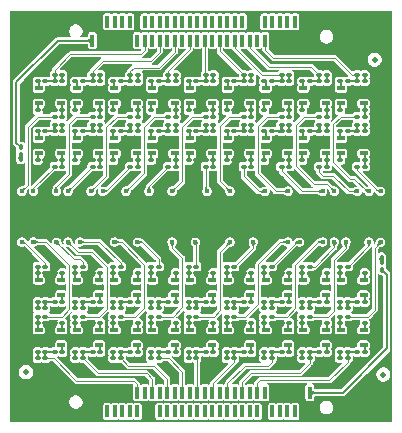
<source format=gbr>
%TF.GenerationSoftware,KiCad,Pcbnew,9.0.6*%
%TF.CreationDate,2025-11-12T11:45:24+01:00*%
%TF.ProjectId,S13552_64Ch_Adapter_BGA2803_V2,53313335-3532-45f3-9634-43685f416461,1*%
%TF.SameCoordinates,Original*%
%TF.FileFunction,Copper,L10,Bot*%
%TF.FilePolarity,Positive*%
%FSLAX46Y46*%
G04 Gerber Fmt 4.6, Leading zero omitted, Abs format (unit mm)*
G04 Created by KiCad (PCBNEW 9.0.6) date 2025-11-12 11:45:24*
%MOMM*%
%LPD*%
G01*
G04 APERTURE LIST*
G04 Aperture macros list*
%AMRoundRect*
0 Rectangle with rounded corners*
0 $1 Rounding radius*
0 $2 $3 $4 $5 $6 $7 $8 $9 X,Y pos of 4 corners*
0 Add a 4 corners polygon primitive as box body*
4,1,4,$2,$3,$4,$5,$6,$7,$8,$9,$2,$3,0*
0 Add four circle primitives for the rounded corners*
1,1,$1+$1,$2,$3*
1,1,$1+$1,$4,$5*
1,1,$1+$1,$6,$7*
1,1,$1+$1,$8,$9*
0 Add four rect primitives between the rounded corners*
20,1,$1+$1,$2,$3,$4,$5,0*
20,1,$1+$1,$4,$5,$6,$7,0*
20,1,$1+$1,$6,$7,$8,$9,0*
20,1,$1+$1,$8,$9,$2,$3,0*%
G04 Aperture macros list end*
%TA.AperFunction,ComponentPad*%
%ADD10O,3.000000X2.600000*%
%TD*%
%TA.AperFunction,SMDPad,CuDef*%
%ADD11RoundRect,0.100000X0.130000X0.100000X-0.130000X0.100000X-0.130000X-0.100000X0.130000X-0.100000X0*%
%TD*%
%TA.AperFunction,SMDPad,CuDef*%
%ADD12RoundRect,0.100000X-0.225000X-0.100000X0.225000X-0.100000X0.225000X0.100000X-0.225000X0.100000X0*%
%TD*%
%TA.AperFunction,SMDPad,CuDef*%
%ADD13RoundRect,0.100000X-0.130000X-0.100000X0.130000X-0.100000X0.130000X0.100000X-0.130000X0.100000X0*%
%TD*%
%TA.AperFunction,SMDPad,CuDef*%
%ADD14C,0.500000*%
%TD*%
%TA.AperFunction,SMDPad,CuDef*%
%ADD15RoundRect,0.100000X0.225000X0.100000X-0.225000X0.100000X-0.225000X-0.100000X0.225000X-0.100000X0*%
%TD*%
%TA.AperFunction,SMDPad,CuDef*%
%ADD16R,0.350000X1.000000*%
%TD*%
%TA.AperFunction,SMDPad,CuDef*%
%ADD17RoundRect,0.100000X0.100000X-0.130000X0.100000X0.130000X-0.100000X0.130000X-0.100000X-0.130000X0*%
%TD*%
%TA.AperFunction,SMDPad,CuDef*%
%ADD18RoundRect,0.100000X-0.100000X0.130000X-0.100000X-0.130000X0.100000X-0.130000X0.100000X0.130000X0*%
%TD*%
%TA.AperFunction,ViaPad*%
%ADD19C,0.400000*%
%TD*%
%TA.AperFunction,ViaPad*%
%ADD20C,0.350000*%
%TD*%
%TA.AperFunction,Conductor*%
%ADD21C,0.100000*%
%TD*%
%TA.AperFunction,Conductor*%
%ADD22C,0.200000*%
%TD*%
%TA.AperFunction,Conductor*%
%ADD23C,0.250000*%
%TD*%
G04 APERTURE END LIST*
D10*
%TO.P,H102,1,GND*%
%TO.N,GND*%
X86340000Y-45167114D03*
%TD*%
%TO.P,H104,1,GND*%
%TO.N,GND*%
X114879999Y-76167098D03*
%TD*%
%TO.P,H103,1,GND*%
%TO.N,GND*%
X86340000Y-76167098D03*
%TD*%
%TO.P,H101,1,GND*%
%TO.N,GND*%
X114880000Y-45167114D03*
%TD*%
D11*
%TO.P,C308,1*%
%TO.N,Ch_1*%
X113005000Y-69132107D03*
%TO.P,C308,2*%
%TO.N,Net-(C308-Pad2)*%
X112365000Y-69132107D03*
%TD*%
%TO.P,C258,1*%
%TO.N,Ch_9*%
X109805000Y-64902107D03*
%TO.P,C258,2*%
%TO.N,Net-(C258-Pad2)*%
X109165000Y-64902107D03*
%TD*%
D12*
%TO.P,U63,1,Vcc*%
%TO.N,+3V3*%
X109260000Y-51087107D03*
%TO.P,U63,2,G*%
%TO.N,GND*%
X109260000Y-50437107D03*
%TO.P,U63,3*%
%TO.N,Net-(C306-Pad1)*%
X109260000Y-49787107D03*
%TO.P,U63,4,G*%
%TO.N,GND*%
X111160000Y-49787107D03*
%TO.P,U63,5,G*%
X111160000Y-50437107D03*
%TO.P,U63,6*%
%TO.N,Net-(C303-Pad2)*%
X111160000Y-51087107D03*
%TD*%
D11*
%TO.P,C171,1*%
%TO.N,Net-(C171-Pad1)*%
X92055000Y-72122107D03*
%TO.P,C171,2*%
%TO.N,out_Ch_55*%
X91415000Y-72122107D03*
%TD*%
%TO.P,C261,1*%
%TO.N,Net-(C261-Pad1)*%
X111255000Y-67892107D03*
%TO.P,C261,2*%
%TO.N,out_Ch_9*%
X110615000Y-67892107D03*
%TD*%
D13*
%TO.P,C240,1*%
%TO.N,GND*%
X94615000Y-55892107D03*
%TO.P,C240,2*%
%TO.N,Net-(C238-Pad2)*%
X95255000Y-55892107D03*
%TD*%
D11*
%TO.P,C170,1*%
%TO.N,GND*%
X90605000Y-69672107D03*
%TO.P,C170,2*%
%TO.N,Net-(C168-Pad2)*%
X89965000Y-69672107D03*
%TD*%
%TO.P,C314,1*%
%TO.N,+3V3*%
X101655000Y-65442107D03*
%TO.P,C314,2*%
%TO.N,GND*%
X101015000Y-65442107D03*
%TD*%
D14*
%TO.P,FID6,*%
%TO.N,*%
X115300000Y-47380000D03*
%TD*%
D11*
%TO.P,C150,1*%
%TO.N,GND*%
X87405000Y-65442107D03*
%TO.P,C150,2*%
%TO.N,Net-(C148-Pad2)*%
X86765000Y-65442107D03*
%TD*%
%TO.P,C167,1*%
%TO.N,out_Ch_23*%
X103405000Y-67892107D03*
%TO.P,C167,2*%
%TO.N,+1V1*%
X102765000Y-67892107D03*
%TD*%
%TO.P,R54,1*%
%TO.N,out_Ch_37*%
X97005000Y-72662107D03*
%TO.P,R54,2*%
%TO.N,+1V1*%
X96365000Y-72662107D03*
%TD*%
%TO.P,C316,1*%
%TO.N,Net-(C316-Pad1)*%
X101655000Y-67892107D03*
%TO.P,C316,2*%
%TO.N,out_Ch_33*%
X101015000Y-67892107D03*
%TD*%
%TO.P,C153,1*%
%TO.N,Ch_17*%
X103405000Y-69132107D03*
%TO.P,C153,2*%
%TO.N,Net-(C153-Pad2)*%
X102765000Y-69132107D03*
%TD*%
D13*
%TO.P,R52,1*%
%TO.N,out_Ch_50*%
X94615000Y-52902107D03*
%TO.P,R52,2*%
%TO.N,+1V1*%
X95255000Y-52902107D03*
%TD*%
D11*
%TO.P,C234,1*%
%TO.N,+3V3*%
X95255000Y-69672107D03*
%TO.P,C234,2*%
%TO.N,GND*%
X94615000Y-69672107D03*
%TD*%
D13*
%TO.P,C215,1*%
%TO.N,GND*%
X107415000Y-55892107D03*
%TO.P,C215,2*%
%TO.N,Net-(C213-Pad2)*%
X108055000Y-55892107D03*
%TD*%
%TO.P,C255,1*%
%TO.N,GND*%
X94615000Y-51662107D03*
%TO.P,C255,2*%
%TO.N,Net-(C253-Pad2)*%
X95255000Y-51662107D03*
%TD*%
D12*
%TO.P,U59,1,Vcc*%
%TO.N,+3V3*%
X109260000Y-55317107D03*
%TO.P,U59,2,G*%
%TO.N,GND*%
X109260000Y-54667107D03*
%TO.P,U59,3*%
%TO.N,Net-(C286-Pad1)*%
X109260000Y-54017107D03*
%TO.P,U59,4,G*%
%TO.N,GND*%
X111160000Y-54017107D03*
%TO.P,U59,5,G*%
X111160000Y-54667107D03*
%TO.P,U59,6*%
%TO.N,Net-(C283-Pad2)*%
X111160000Y-55317107D03*
%TD*%
D13*
%TO.P,C182,1*%
%TO.N,out_Ch_28*%
X104215000Y-49212107D03*
%TO.P,C182,2*%
%TO.N,+1V1*%
X104855000Y-49212107D03*
%TD*%
D11*
%TO.P,R38,1*%
%TO.N,out_Ch_55*%
X90605000Y-72662107D03*
%TO.P,R38,2*%
%TO.N,+1V1*%
X89965000Y-72662107D03*
%TD*%
%TO.P,C259,1*%
%TO.N,+3V3*%
X111255000Y-65442107D03*
%TO.P,C259,2*%
%TO.N,GND*%
X110615000Y-65442107D03*
%TD*%
D13*
%TO.P,C212,1*%
%TO.N,out_Ch_46*%
X97815000Y-49212107D03*
%TO.P,C212,2*%
%TO.N,+1V1*%
X98455000Y-49212107D03*
%TD*%
%TO.P,C195,1*%
%TO.N,GND*%
X101015000Y-55892107D03*
%TO.P,C195,2*%
%TO.N,Net-(C193-Pad2)*%
X101655000Y-55892107D03*
%TD*%
D11*
%TO.P,C166,1*%
%TO.N,Net-(C166-Pad1)*%
X104855000Y-67892107D03*
%TO.P,C166,2*%
%TO.N,out_Ch_23*%
X104215000Y-67892107D03*
%TD*%
%TO.P,C312,1*%
%TO.N,out_Ch_1*%
X113005000Y-72122107D03*
%TO.P,C312,2*%
%TO.N,+1V1*%
X112365000Y-72122107D03*
%TD*%
D13*
%TO.P,C214,1*%
%TO.N,+3V3*%
X105965000Y-55892107D03*
%TO.P,C214,2*%
%TO.N,GND*%
X106605000Y-55892107D03*
%TD*%
%TO.P,C225,1*%
%TO.N,GND*%
X113815000Y-51662107D03*
%TO.P,C225,2*%
%TO.N,Net-(C223-Pad2)*%
X114455000Y-51662107D03*
%TD*%
%TO.P,C181,1*%
%TO.N,Net-(C181-Pad1)*%
X102765000Y-49212107D03*
%TO.P,C181,2*%
%TO.N,out_Ch_28*%
X103405000Y-49212107D03*
%TD*%
%TO.P,C187,1*%
%TO.N,out_Ch_64*%
X88215000Y-49212107D03*
%TO.P,C187,2*%
%TO.N,+1V1*%
X88855000Y-49212107D03*
%TD*%
D11*
%TO.P,C309,1*%
%TO.N,+3V3*%
X114455000Y-69672107D03*
%TO.P,C309,2*%
%TO.N,GND*%
X113815000Y-69672107D03*
%TD*%
D15*
%TO.P,U31,1,Vcc*%
%TO.N,+3V3*%
X101560000Y-70247107D03*
%TO.P,U31,2,G*%
%TO.N,GND*%
X101560000Y-70897107D03*
%TO.P,U31,3*%
%TO.N,Net-(C146-Pad1)*%
X101560000Y-71547107D03*
%TO.P,U31,4,G*%
%TO.N,GND*%
X99660000Y-71547107D03*
%TO.P,U31,5,G*%
X99660000Y-70897107D03*
%TO.P,U31,6*%
%TO.N,Net-(C143-Pad2)*%
X99660000Y-70247107D03*
%TD*%
%TO.P,U49,1,Vcc*%
%TO.N,+3V3*%
X95160000Y-70247107D03*
%TO.P,U49,2,G*%
%TO.N,GND*%
X95160000Y-70897107D03*
%TO.P,U49,3*%
%TO.N,Net-(C236-Pad1)*%
X95160000Y-71547107D03*
%TO.P,U49,4,G*%
%TO.N,GND*%
X93260000Y-71547107D03*
%TO.P,U49,5,G*%
X93260000Y-70897107D03*
%TO.P,U49,6*%
%TO.N,Net-(C233-Pad2)*%
X93260000Y-70247107D03*
%TD*%
%TO.P,U54,1,Vcc*%
%TO.N,+3V3*%
X111160000Y-66017107D03*
%TO.P,U54,2,G*%
%TO.N,GND*%
X111160000Y-66667107D03*
%TO.P,U54,3*%
%TO.N,Net-(C261-Pad1)*%
X111160000Y-67317107D03*
%TO.P,U54,4,G*%
%TO.N,GND*%
X109260000Y-67317107D03*
%TO.P,U54,5,G*%
X109260000Y-66667107D03*
%TO.P,U54,6*%
%TO.N,Net-(C258-Pad2)*%
X109260000Y-66017107D03*
%TD*%
D11*
%TO.P,C311,1*%
%TO.N,Net-(C311-Pad1)*%
X114455000Y-72122107D03*
%TO.P,C311,2*%
%TO.N,out_Ch_1*%
X113815000Y-72122107D03*
%TD*%
%TO.P,C269,1*%
%TO.N,+3V3*%
X92055000Y-65442107D03*
%TO.P,C269,2*%
%TO.N,GND*%
X91415000Y-65442107D03*
%TD*%
D13*
%TO.P,C162,1*%
%TO.N,out_Ch_22*%
X104215000Y-53442107D03*
%TO.P,C162,2*%
%TO.N,+1V1*%
X104855000Y-53442107D03*
%TD*%
%TO.P,C218,1*%
%TO.N,Ch_42*%
X97815000Y-56432107D03*
%TO.P,C218,2*%
%TO.N,Net-(C218-Pad2)*%
X98455000Y-56432107D03*
%TD*%
D15*
%TO.P,U36,1,Vcc*%
%TO.N,+3V3*%
X91960000Y-70247107D03*
%TO.P,U36,2,G*%
%TO.N,GND*%
X91960000Y-70897107D03*
%TO.P,U36,3*%
%TO.N,Net-(C171-Pad1)*%
X91960000Y-71547107D03*
%TO.P,U36,4,G*%
%TO.N,GND*%
X90060000Y-71547107D03*
%TO.P,U36,5,G*%
X90060000Y-70897107D03*
%TO.P,U36,6*%
%TO.N,Net-(C168-Pad2)*%
X90060000Y-70247107D03*
%TD*%
D13*
%TO.P,C257,1*%
%TO.N,out_Ch_52*%
X94615000Y-49212107D03*
%TO.P,C257,2*%
%TO.N,+1V1*%
X95255000Y-49212107D03*
%TD*%
%TO.P,C273,1*%
%TO.N,Ch_18*%
X107415000Y-52202107D03*
%TO.P,C273,2*%
%TO.N,Net-(C273-Pad2)*%
X108055000Y-52202107D03*
%TD*%
D11*
%TO.P,C236,1*%
%TO.N,Net-(C236-Pad1)*%
X95255000Y-72122107D03*
%TO.P,C236,2*%
%TO.N,out_Ch_47*%
X94615000Y-72122107D03*
%TD*%
D13*
%TO.P,C295,1*%
%TO.N,GND*%
X91415000Y-51662107D03*
%TO.P,C295,2*%
%TO.N,Net-(C293-Pad2)*%
X92055000Y-51662107D03*
%TD*%
D11*
%TO.P,R56,1*%
%TO.N,out_Ch_9*%
X109805000Y-68432107D03*
%TO.P,R56,2*%
%TO.N,+1V1*%
X109165000Y-68432107D03*
%TD*%
D13*
%TO.P,C280,1*%
%TO.N,GND*%
X101015000Y-51662107D03*
%TO.P,C280,2*%
%TO.N,Net-(C278-Pad2)*%
X101655000Y-51662107D03*
%TD*%
D12*
%TO.P,U61,1,Vcc*%
%TO.N,+3V3*%
X90060000Y-51087107D03*
%TO.P,U61,2,G*%
%TO.N,GND*%
X90060000Y-50437107D03*
%TO.P,U61,3*%
%TO.N,Net-(C296-Pad1)*%
X90060000Y-49787107D03*
%TO.P,U61,4,G*%
%TO.N,GND*%
X91960000Y-49787107D03*
%TO.P,U61,5,G*%
X91960000Y-50437107D03*
%TO.P,U61,6*%
%TO.N,Net-(C293-Pad2)*%
X91960000Y-51087107D03*
%TD*%
D11*
%TO.P,C164,1*%
%TO.N,+3V3*%
X104855000Y-65442107D03*
%TO.P,C164,2*%
%TO.N,GND*%
X104215000Y-65442107D03*
%TD*%
%TO.P,C248,1*%
%TO.N,Ch_37*%
X97005000Y-69132107D03*
%TO.P,C248,2*%
%TO.N,Net-(C248-Pad2)*%
X96365000Y-69132107D03*
%TD*%
%TO.P,C151,1*%
%TO.N,Net-(C151-Pad1)*%
X88855000Y-67892107D03*
%TO.P,C151,2*%
%TO.N,out_Ch_63*%
X88215000Y-67892107D03*
%TD*%
%TO.P,R67,1*%
%TO.N,out_Ch_33*%
X100205000Y-68432107D03*
%TO.P,R67,2*%
%TO.N,+1V1*%
X99565000Y-68432107D03*
%TD*%
D13*
%TO.P,C180,1*%
%TO.N,GND*%
X104215000Y-51662107D03*
%TO.P,C180,2*%
%TO.N,Net-(C178-Pad2)*%
X104855000Y-51662107D03*
%TD*%
D11*
%TO.P,C310,1*%
%TO.N,GND*%
X113005000Y-69672107D03*
%TO.P,C310,2*%
%TO.N,Net-(C308-Pad2)*%
X112365000Y-69672107D03*
%TD*%
D13*
%TO.P,C211,1*%
%TO.N,Net-(C211-Pad1)*%
X96365000Y-49212107D03*
%TO.P,C211,2*%
%TO.N,out_Ch_46*%
X97005000Y-49212107D03*
%TD*%
%TO.P,C222,1*%
%TO.N,out_Ch_42*%
X97815000Y-53442107D03*
%TO.P,C222,2*%
%TO.N,+1V1*%
X98455000Y-53442107D03*
%TD*%
D11*
%TO.P,C300,1*%
%TO.N,GND*%
X87405000Y-69672107D03*
%TO.P,C300,2*%
%TO.N,Net-(C298-Pad2)*%
X86765000Y-69672107D03*
%TD*%
D13*
%TO.P,R61,1*%
%TO.N,out_Ch_6*%
X110615000Y-52902107D03*
%TO.P,R61,2*%
%TO.N,+1V1*%
X111255000Y-52902107D03*
%TD*%
D11*
%TO.P,R39,1*%
%TO.N,out_Ch_43*%
X97005000Y-68432107D03*
%TO.P,R39,2*%
%TO.N,+1V1*%
X96365000Y-68432107D03*
%TD*%
D13*
%TO.P,C253,1*%
%TO.N,Ch_52*%
X94615000Y-52202107D03*
%TO.P,C253,2*%
%TO.N,Net-(C253-Pad2)*%
X95255000Y-52202107D03*
%TD*%
D11*
%TO.P,C321,1*%
%TO.N,Net-(C321-Pad1)*%
X108055000Y-72122107D03*
%TO.P,C321,2*%
%TO.N,out_Ch_11*%
X107415000Y-72122107D03*
%TD*%
D15*
%TO.P,U56,1,Vcc*%
%TO.N,+3V3*%
X91960000Y-66017107D03*
%TO.P,U56,2,G*%
%TO.N,GND*%
X91960000Y-66667107D03*
%TO.P,U56,3*%
%TO.N,Net-(C271-Pad1)*%
X91960000Y-67317107D03*
%TO.P,U56,4,G*%
%TO.N,GND*%
X90060000Y-67317107D03*
%TO.P,U56,5,G*%
X90060000Y-66667107D03*
%TO.P,U56,6*%
%TO.N,Net-(C268-Pad2)*%
X90060000Y-66017107D03*
%TD*%
D11*
%TO.P,C301,1*%
%TO.N,Net-(C301-Pad1)*%
X88855000Y-72122107D03*
%TO.P,C301,2*%
%TO.N,out_Ch_61*%
X88215000Y-72122107D03*
%TD*%
D13*
%TO.P,C208,1*%
%TO.N,Ch_46*%
X97815000Y-52202107D03*
%TO.P,C208,2*%
%TO.N,Net-(C208-Pad2)*%
X98455000Y-52202107D03*
%TD*%
%TO.P,C198,1*%
%TO.N,Ch_2*%
X113815000Y-56432107D03*
%TO.P,C198,2*%
%TO.N,Net-(C198-Pad2)*%
X114455000Y-56432107D03*
%TD*%
%TO.P,C161,1*%
%TO.N,Net-(C161-Pad1)*%
X102765000Y-53442107D03*
%TO.P,C161,2*%
%TO.N,out_Ch_22*%
X103405000Y-53442107D03*
%TD*%
%TO.P,C209,1*%
%TO.N,+3V3*%
X96365000Y-51662107D03*
%TO.P,C209,2*%
%TO.N,GND*%
X97005000Y-51662107D03*
%TD*%
%TO.P,C229,1*%
%TO.N,+3V3*%
X86765000Y-55892107D03*
%TO.P,C229,2*%
%TO.N,GND*%
X87405000Y-55892107D03*
%TD*%
D15*
%TO.P,U60,1,Vcc*%
%TO.N,+3V3*%
X111160000Y-70247107D03*
%TO.P,U60,2,G*%
%TO.N,GND*%
X111160000Y-70897107D03*
%TO.P,U60,3*%
%TO.N,Net-(C291-Pad1)*%
X111160000Y-71547107D03*
%TO.P,U60,4,G*%
%TO.N,GND*%
X109260000Y-71547107D03*
%TO.P,U60,5,G*%
X109260000Y-70897107D03*
%TO.P,U60,6*%
%TO.N,Net-(C288-Pad2)*%
X109260000Y-70247107D03*
%TD*%
D12*
%TO.P,U48,1,Vcc*%
%TO.N,+3V3*%
X86860000Y-55317107D03*
%TO.P,U48,2,G*%
%TO.N,GND*%
X86860000Y-54667107D03*
%TO.P,U48,3*%
%TO.N,Net-(C231-Pad1)*%
X86860000Y-54017107D03*
%TO.P,U48,4,G*%
%TO.N,GND*%
X88760000Y-54017107D03*
%TO.P,U48,5,G*%
X88760000Y-54667107D03*
%TO.P,U48,6*%
%TO.N,Net-(C228-Pad2)*%
X88760000Y-55317107D03*
%TD*%
D11*
%TO.P,C157,1*%
%TO.N,out_Ch_17*%
X103405000Y-72122107D03*
%TO.P,C157,2*%
%TO.N,+1V1*%
X102765000Y-72122107D03*
%TD*%
D12*
%TO.P,U38,1,Vcc*%
%TO.N,+3V3*%
X102860000Y-51087107D03*
%TO.P,U38,2,G*%
%TO.N,GND*%
X102860000Y-50437107D03*
%TO.P,U38,3*%
%TO.N,Net-(C181-Pad1)*%
X102860000Y-49787107D03*
%TO.P,U38,4,G*%
%TO.N,GND*%
X104760000Y-49787107D03*
%TO.P,U38,5,G*%
X104760000Y-50437107D03*
%TO.P,U38,6*%
%TO.N,Net-(C178-Pad2)*%
X104760000Y-51087107D03*
%TD*%
D11*
%TO.P,C251,1*%
%TO.N,Net-(C251-Pad1)*%
X98455000Y-72122107D03*
%TO.P,C251,2*%
%TO.N,out_Ch_37*%
X97815000Y-72122107D03*
%TD*%
%TO.P,C235,1*%
%TO.N,GND*%
X93805000Y-69672107D03*
%TO.P,C235,2*%
%TO.N,Net-(C233-Pad2)*%
X93165000Y-69672107D03*
%TD*%
D12*
%TO.P,U46,1,Vcc*%
%TO.N,+3V3*%
X96460000Y-55317107D03*
%TO.P,U46,2,G*%
%TO.N,GND*%
X96460000Y-54667107D03*
%TO.P,U46,3*%
%TO.N,Net-(C221-Pad1)*%
X96460000Y-54017107D03*
%TO.P,U46,4,G*%
%TO.N,GND*%
X98360000Y-54017107D03*
%TO.P,U46,5,G*%
X98360000Y-54667107D03*
%TO.P,U46,6*%
%TO.N,Net-(C218-Pad2)*%
X98360000Y-55317107D03*
%TD*%
D11*
%TO.P,C189,1*%
%TO.N,+3V3*%
X108055000Y-65442107D03*
%TO.P,C189,2*%
%TO.N,GND*%
X107415000Y-65442107D03*
%TD*%
D13*
%TO.P,R55,1*%
%TO.N,out_Ch_52*%
X94615000Y-48672107D03*
%TO.P,R55,2*%
%TO.N,+1V1*%
X95255000Y-48672107D03*
%TD*%
%TO.P,C231,1*%
%TO.N,Net-(C231-Pad1)*%
X86765000Y-53442107D03*
%TO.P,C231,2*%
%TO.N,out_Ch_62*%
X87405000Y-53442107D03*
%TD*%
D15*
%TO.P,U66,1,Vcc*%
%TO.N,+3V3*%
X107960000Y-70247107D03*
%TO.P,U66,2,G*%
%TO.N,GND*%
X107960000Y-70897107D03*
%TO.P,U66,3*%
%TO.N,Net-(C321-Pad1)*%
X107960000Y-71547107D03*
%TO.P,U66,4,G*%
%TO.N,GND*%
X106060000Y-71547107D03*
%TO.P,U66,5,G*%
X106060000Y-70897107D03*
%TO.P,U66,6*%
%TO.N,Net-(C318-Pad2)*%
X106060000Y-70247107D03*
%TD*%
D13*
%TO.P,C306,1*%
%TO.N,Net-(C306-Pad1)*%
X109165000Y-49212107D03*
%TO.P,C306,2*%
%TO.N,out_Ch_10*%
X109805000Y-49212107D03*
%TD*%
%TO.P,C285,1*%
%TO.N,GND*%
X110615000Y-55892107D03*
%TO.P,C285,2*%
%TO.N,Net-(C283-Pad2)*%
X111255000Y-55892107D03*
%TD*%
D11*
%TO.P,C267,1*%
%TO.N,out_Ch_3*%
X113005000Y-67892107D03*
%TO.P,C267,2*%
%TO.N,+1V1*%
X112365000Y-67892107D03*
%TD*%
D13*
%TO.P,C201,1*%
%TO.N,Net-(C201-Pad1)*%
X112365000Y-53442107D03*
%TO.P,C201,2*%
%TO.N,out_Ch_2*%
X113005000Y-53442107D03*
%TD*%
D11*
%TO.P,C263,1*%
%TO.N,Ch_3*%
X113005000Y-64902107D03*
%TO.P,C263,2*%
%TO.N,Net-(C263-Pad2)*%
X112365000Y-64902107D03*
%TD*%
%TO.P,C163,1*%
%TO.N,Ch_23*%
X103405000Y-64902107D03*
%TO.P,C163,2*%
%TO.N,Net-(C163-Pad2)*%
X102765000Y-64902107D03*
%TD*%
D12*
%TO.P,U47,1,Vcc*%
%TO.N,+3V3*%
X112460000Y-51087107D03*
%TO.P,U47,2,G*%
%TO.N,GND*%
X112460000Y-50437107D03*
%TO.P,U47,3*%
%TO.N,Net-(C226-Pad1)*%
X112460000Y-49787107D03*
%TO.P,U47,4,G*%
%TO.N,GND*%
X114360000Y-49787107D03*
%TO.P,U47,5,G*%
X114360000Y-50437107D03*
%TO.P,U47,6*%
%TO.N,Net-(C223-Pad2)*%
X114360000Y-51087107D03*
%TD*%
D13*
%TO.P,C185,1*%
%TO.N,GND*%
X88215000Y-51662107D03*
%TO.P,C185,2*%
%TO.N,Net-(C183-Pad2)*%
X88855000Y-51662107D03*
%TD*%
D11*
%TO.P,C206,1*%
%TO.N,Net-(C206-Pad1)*%
X95255000Y-67892107D03*
%TO.P,C206,2*%
%TO.N,out_Ch_53*%
X94615000Y-67892107D03*
%TD*%
D13*
%TO.P,C178,1*%
%TO.N,Ch_28*%
X104215000Y-52202107D03*
%TO.P,C178,2*%
%TO.N,Net-(C178-Pad2)*%
X104855000Y-52202107D03*
%TD*%
D11*
%TO.P,C252,1*%
%TO.N,out_Ch_37*%
X97005000Y-72122107D03*
%TO.P,C252,2*%
%TO.N,+1V1*%
X96365000Y-72122107D03*
%TD*%
%TO.P,C143,1*%
%TO.N,Ch_27*%
X100205000Y-69132107D03*
%TO.P,C143,2*%
%TO.N,Net-(C143-Pad2)*%
X99565000Y-69132107D03*
%TD*%
D13*
%TO.P,C277,1*%
%TO.N,out_Ch_18*%
X107415000Y-49212107D03*
%TO.P,C277,2*%
%TO.N,+1V1*%
X108055000Y-49212107D03*
%TD*%
%TO.P,C184,1*%
%TO.N,+3V3*%
X86765000Y-51662107D03*
%TO.P,C184,2*%
%TO.N,GND*%
X87405000Y-51662107D03*
%TD*%
%TO.P,C196,1*%
%TO.N,Net-(C196-Pad1)*%
X99565000Y-53442107D03*
%TO.P,C196,2*%
%TO.N,out_Ch_32*%
X100205000Y-53442107D03*
%TD*%
D11*
%TO.P,C205,1*%
%TO.N,GND*%
X93805000Y-65442107D03*
%TO.P,C205,2*%
%TO.N,Net-(C203-Pad2)*%
X93165000Y-65442107D03*
%TD*%
%TO.P,C260,1*%
%TO.N,GND*%
X109805000Y-65442107D03*
%TO.P,C260,2*%
%TO.N,Net-(C258-Pad2)*%
X109165000Y-65442107D03*
%TD*%
D12*
%TO.P,U41,1,Vcc*%
%TO.N,+3V3*%
X99660000Y-55317107D03*
%TO.P,U41,2,G*%
%TO.N,GND*%
X99660000Y-54667107D03*
%TO.P,U41,3*%
%TO.N,Net-(C196-Pad1)*%
X99660000Y-54017107D03*
%TO.P,U41,4,G*%
%TO.N,GND*%
X101560000Y-54017107D03*
%TO.P,U41,5,G*%
X101560000Y-54667107D03*
%TO.P,U41,6*%
%TO.N,Net-(C193-Pad2)*%
X101560000Y-55317107D03*
%TD*%
D13*
%TO.P,R47,1*%
%TO.N,out_Ch_12*%
X107415000Y-52902107D03*
%TO.P,R47,2*%
%TO.N,+1V1*%
X108055000Y-52902107D03*
%TD*%
D15*
%TO.P,U55,1,Vcc*%
%TO.N,+3V3*%
X114360000Y-66017107D03*
%TO.P,U55,2,G*%
%TO.N,GND*%
X114360000Y-66667107D03*
%TO.P,U55,3*%
%TO.N,Net-(C266-Pad1)*%
X114360000Y-67317107D03*
%TO.P,U55,4,G*%
%TO.N,GND*%
X112460000Y-67317107D03*
%TO.P,U55,5,G*%
X112460000Y-66667107D03*
%TO.P,U55,6*%
%TO.N,Net-(C263-Pad2)*%
X112460000Y-66017107D03*
%TD*%
D13*
%TO.P,C239,1*%
%TO.N,+3V3*%
X93165000Y-55892107D03*
%TO.P,C239,2*%
%TO.N,GND*%
X93805000Y-55892107D03*
%TD*%
%TO.P,C217,1*%
%TO.N,out_Ch_12*%
X107415000Y-53442107D03*
%TO.P,C217,2*%
%TO.N,+1V1*%
X108055000Y-53442107D03*
%TD*%
D12*
%TO.P,U51,1,Vcc*%
%TO.N,+3V3*%
X90060000Y-55317107D03*
%TO.P,U51,2,G*%
%TO.N,GND*%
X90060000Y-54667107D03*
%TO.P,U51,3*%
%TO.N,Net-(C246-Pad1)*%
X90060000Y-54017107D03*
%TO.P,U51,4,G*%
%TO.N,GND*%
X91960000Y-54017107D03*
%TO.P,U51,5,G*%
X91960000Y-54667107D03*
%TO.P,U51,6*%
%TO.N,Net-(C243-Pad2)*%
X91960000Y-55317107D03*
%TD*%
D11*
%TO.P,C152,1*%
%TO.N,out_Ch_63*%
X87405000Y-67892107D03*
%TO.P,C152,2*%
%TO.N,+1V1*%
X86765000Y-67892107D03*
%TD*%
%TO.P,C265,1*%
%TO.N,GND*%
X113005000Y-65442107D03*
%TO.P,C265,2*%
%TO.N,Net-(C263-Pad2)*%
X112365000Y-65442107D03*
%TD*%
%TO.P,C268,1*%
%TO.N,Ch_57*%
X90605000Y-64902107D03*
%TO.P,C268,2*%
%TO.N,Net-(C268-Pad2)*%
X89965000Y-64902107D03*
%TD*%
%TO.P,C174,1*%
%TO.N,+3V3*%
X98455000Y-65442107D03*
%TO.P,C174,2*%
%TO.N,GND*%
X97815000Y-65442107D03*
%TD*%
%TO.P,C318,1*%
%TO.N,Ch_11*%
X106605000Y-69132107D03*
%TO.P,C318,2*%
%TO.N,Net-(C318-Pad2)*%
X105965000Y-69132107D03*
%TD*%
D13*
%TO.P,R50,1*%
%TO.N,out_Ch_62*%
X88215000Y-52902107D03*
%TO.P,R50,2*%
%TO.N,+1V1*%
X88855000Y-52902107D03*
%TD*%
%TO.P,C297,1*%
%TO.N,out_Ch_58*%
X91415000Y-49212107D03*
%TO.P,C297,2*%
%TO.N,+1V1*%
X92055000Y-49212107D03*
%TD*%
%TO.P,C307,1*%
%TO.N,out_Ch_10*%
X110615000Y-49212107D03*
%TO.P,C307,2*%
%TO.N,+1V1*%
X111255000Y-49212107D03*
%TD*%
%TO.P,R40,1*%
%TO.N,out_Ch_28*%
X104215000Y-48672107D03*
%TO.P,R40,2*%
%TO.N,+1V1*%
X104855000Y-48672107D03*
%TD*%
D11*
%TO.P,C175,1*%
%TO.N,GND*%
X97005000Y-65442107D03*
%TO.P,C175,2*%
%TO.N,Net-(C173-Pad2)*%
X96365000Y-65442107D03*
%TD*%
%TO.P,R66,1*%
%TO.N,out_Ch_1*%
X113005000Y-72662107D03*
%TO.P,R66,2*%
%TO.N,+1V1*%
X112365000Y-72662107D03*
%TD*%
D13*
%TO.P,C216,1*%
%TO.N,Net-(C216-Pad1)*%
X105965000Y-53442107D03*
%TO.P,C216,2*%
%TO.N,out_Ch_12*%
X106605000Y-53442107D03*
%TD*%
D11*
%TO.P,C271,1*%
%TO.N,Net-(C271-Pad1)*%
X92055000Y-67892107D03*
%TO.P,C271,2*%
%TO.N,out_Ch_57*%
X91415000Y-67892107D03*
%TD*%
%TO.P,R68,1*%
%TO.N,out_Ch_11*%
X106605000Y-72662107D03*
%TO.P,R68,2*%
%TO.N,+1V1*%
X105965000Y-72662107D03*
%TD*%
%TO.P,C270,1*%
%TO.N,GND*%
X90605000Y-65442107D03*
%TO.P,C270,2*%
%TO.N,Net-(C268-Pad2)*%
X89965000Y-65442107D03*
%TD*%
D12*
%TO.P,U57,1,Vcc*%
%TO.N,+3V3*%
X106060000Y-51087107D03*
%TO.P,U57,2,G*%
%TO.N,GND*%
X106060000Y-50437107D03*
%TO.P,U57,3*%
%TO.N,Net-(C276-Pad1)*%
X106060000Y-49787107D03*
%TO.P,U57,4,G*%
%TO.N,GND*%
X107960000Y-49787107D03*
%TO.P,U57,5,G*%
X107960000Y-50437107D03*
%TO.P,U57,6*%
%TO.N,Net-(C273-Pad2)*%
X107960000Y-51087107D03*
%TD*%
D11*
%TO.P,C148,1*%
%TO.N,Ch_63*%
X87405000Y-64902107D03*
%TO.P,C148,2*%
%TO.N,Net-(C148-Pad2)*%
X86765000Y-64902107D03*
%TD*%
D13*
%TO.P,R46,1*%
%TO.N,out_Ch_46*%
X97815000Y-48672107D03*
%TO.P,R46,2*%
%TO.N,+1V1*%
X98455000Y-48672107D03*
%TD*%
%TO.P,C228,1*%
%TO.N,Ch_62*%
X88215000Y-56432107D03*
%TO.P,C228,2*%
%TO.N,Net-(C228-Pad2)*%
X88855000Y-56432107D03*
%TD*%
D11*
%TO.P,C156,1*%
%TO.N,Net-(C156-Pad1)*%
X104855000Y-72122107D03*
%TO.P,C156,2*%
%TO.N,out_Ch_17*%
X104215000Y-72122107D03*
%TD*%
D13*
%TO.P,R53,1*%
%TO.N,out_Ch_56*%
X91415000Y-52902107D03*
%TO.P,R53,2*%
%TO.N,+1V1*%
X92055000Y-52902107D03*
%TD*%
D11*
%TO.P,C313,1*%
%TO.N,Ch_33*%
X100205000Y-64902107D03*
%TO.P,C313,2*%
%TO.N,Net-(C313-Pad2)*%
X99565000Y-64902107D03*
%TD*%
%TO.P,C237,1*%
%TO.N,out_Ch_47*%
X93805000Y-72122107D03*
%TO.P,C237,2*%
%TO.N,+1V1*%
X93165000Y-72122107D03*
%TD*%
D12*
%TO.P,U34,1,Vcc*%
%TO.N,+3V3*%
X102860000Y-55317107D03*
%TO.P,U34,2,G*%
%TO.N,GND*%
X102860000Y-54667107D03*
%TO.P,U34,3*%
%TO.N,Net-(C161-Pad1)*%
X102860000Y-54017107D03*
%TO.P,U34,4,G*%
%TO.N,GND*%
X104760000Y-54017107D03*
%TO.P,U34,5,G*%
X104760000Y-54667107D03*
%TO.P,U34,6*%
%TO.N,Net-(C158-Pad2)*%
X104760000Y-55317107D03*
%TD*%
D11*
%TO.P,C168,1*%
%TO.N,Ch_55*%
X90605000Y-69132107D03*
%TO.P,C168,2*%
%TO.N,Net-(C168-Pad2)*%
X89965000Y-69132107D03*
%TD*%
%TO.P,C292,1*%
%TO.N,out_Ch_7*%
X109805000Y-72122107D03*
%TO.P,C292,2*%
%TO.N,+1V1*%
X109165000Y-72122107D03*
%TD*%
D13*
%TO.P,C186,1*%
%TO.N,Net-(C186-Pad1)*%
X86765000Y-49212107D03*
%TO.P,C186,2*%
%TO.N,out_Ch_64*%
X87405000Y-49212107D03*
%TD*%
D11*
%TO.P,C190,1*%
%TO.N,GND*%
X106605000Y-65442107D03*
%TO.P,C190,2*%
%TO.N,Net-(C188-Pad2)*%
X105965000Y-65442107D03*
%TD*%
%TO.P,C207,1*%
%TO.N,out_Ch_53*%
X93805000Y-67892107D03*
%TO.P,C207,2*%
%TO.N,+1V1*%
X93165000Y-67892107D03*
%TD*%
%TO.P,C203,1*%
%TO.N,Ch_53*%
X93805000Y-64902107D03*
%TO.P,C203,2*%
%TO.N,Net-(C203-Pad2)*%
X93165000Y-64902107D03*
%TD*%
%TO.P,R64,1*%
%TO.N,out_Ch_61*%
X87405000Y-72662107D03*
%TO.P,R64,2*%
%TO.N,+1V1*%
X86765000Y-72662107D03*
%TD*%
%TO.P,C144,1*%
%TO.N,+3V3*%
X101655000Y-69672107D03*
%TO.P,C144,2*%
%TO.N,GND*%
X101015000Y-69672107D03*
%TD*%
D12*
%TO.P,U39,1,Vcc*%
%TO.N,+3V3*%
X86860000Y-51087107D03*
%TO.P,U39,2,G*%
%TO.N,GND*%
X86860000Y-50437107D03*
%TO.P,U39,3*%
%TO.N,Net-(C186-Pad1)*%
X86860000Y-49787107D03*
%TO.P,U39,4,G*%
%TO.N,GND*%
X88760000Y-49787107D03*
%TO.P,U39,5,G*%
X88760000Y-50437107D03*
%TO.P,U39,6*%
%TO.N,Net-(C183-Pad2)*%
X88760000Y-51087107D03*
%TD*%
D16*
%TO.P,J2,01,01*%
%TO.N,GND*%
X91402500Y-75567098D03*
%TO.P,J2,02,02*%
X91402500Y-77167098D03*
%TO.P,J2,03,03*%
X92037500Y-75567098D03*
%TO.P,J2,04,04*%
X92037500Y-77167098D03*
%TO.P,J2,05,05*%
X92672500Y-75567098D03*
%TO.P,J2,06,06*%
%TO.N,+3V3*%
X92672500Y-77167098D03*
%TO.P,J2,07,07*%
%TO.N,GND*%
X93307500Y-75567098D03*
%TO.P,J2,08,08*%
%TO.N,+3V3*%
X93307500Y-77167098D03*
%TO.P,J2,09,09*%
%TO.N,GND*%
X93942500Y-75567098D03*
%TO.P,J2,10,10*%
%TO.N,+3V3*%
X93942500Y-77167098D03*
%TO.P,J2,11,11*%
%TO.N,GND*%
X94577500Y-75567098D03*
%TO.P,J2,12,12*%
%TO.N,+3V3*%
X94577500Y-77167098D03*
%TO.P,J2,13,13*%
%TO.N,out_Ch_61*%
X95212500Y-75567098D03*
%TO.P,J2,14,14*%
%TO.N,+3V3*%
X95212500Y-77167098D03*
%TO.P,J2,15,15*%
%TO.N,out_Ch_63*%
X95847500Y-75567098D03*
%TO.P,J2,16,16*%
%TO.N,GND*%
X95847500Y-77167098D03*
%TO.P,J2,17,17*%
%TO.N,out_Ch_55*%
X96482500Y-75567098D03*
%TO.P,J2,18,18*%
%TO.N,GND*%
X96482500Y-77167098D03*
%TO.P,J2,19,19*%
%TO.N,out_Ch_57*%
X97117500Y-75567098D03*
%TO.P,J2,20,20*%
%TO.N,out_Ch_59*%
X97117500Y-77167098D03*
%TO.P,J2,21,21*%
%TO.N,out_Ch_47*%
X97752500Y-75567098D03*
%TO.P,J2,22,22*%
%TO.N,out_Ch_51*%
X97752500Y-77167098D03*
%TO.P,J2,23,23*%
%TO.N,out_Ch_53*%
X98387500Y-75567098D03*
%TO.P,J2,24,24*%
%TO.N,out_Ch_49*%
X98387500Y-77167098D03*
%TO.P,J2,25,25*%
%TO.N,out_Ch_37*%
X99022500Y-75567098D03*
%TO.P,J2,26,26*%
%TO.N,out_Ch_45*%
X99022500Y-77167098D03*
%TO.P,J2,27,27*%
%TO.N,out_Ch_43*%
X99657500Y-75567098D03*
%TO.P,J2,28,28*%
%TO.N,out_Ch_41*%
X99657500Y-77167098D03*
%TO.P,J2,29,29*%
%TO.N,out_Ch_27*%
X100292500Y-75567098D03*
%TO.P,J2,30,30*%
%TO.N,out_Ch_39*%
X100292500Y-77167098D03*
%TO.P,J2,31,31*%
%TO.N,out_Ch_33*%
X100927500Y-75567098D03*
%TO.P,J2,32,32*%
%TO.N,out_Ch_35*%
X100927500Y-77167098D03*
%TO.P,J2,33,33*%
%TO.N,out_Ch_17*%
X101562500Y-75567098D03*
%TO.P,J2,34,34*%
%TO.N,out_Ch_31*%
X101562500Y-77167098D03*
%TO.P,J2,35,35*%
%TO.N,out_Ch_23*%
X102197500Y-75567098D03*
%TO.P,J2,36,36*%
%TO.N,out_Ch_29*%
X102197500Y-77167098D03*
%TO.P,J2,37,37*%
%TO.N,out_Ch_11*%
X102832500Y-75567098D03*
%TO.P,J2,38,38*%
%TO.N,out_Ch_25*%
X102832500Y-77167098D03*
%TO.P,J2,39,39*%
%TO.N,out_Ch_15*%
X103467500Y-75567098D03*
%TO.P,J2,40,40*%
%TO.N,out_Ch_21*%
X103467500Y-77167098D03*
%TO.P,J2,41,41*%
%TO.N,out_Ch_7*%
X104102500Y-75567098D03*
%TO.P,J2,42,42*%
%TO.N,out_Ch_19*%
X104102500Y-77167098D03*
%TO.P,J2,43,43*%
%TO.N,out_Ch_9*%
X104737500Y-75567098D03*
%TO.P,J2,44,44*%
%TO.N,out_Ch_13*%
X104737500Y-77167098D03*
%TO.P,J2,45,45*%
%TO.N,out_Ch_1*%
X105372500Y-75567098D03*
%TO.P,J2,46,46*%
%TO.N,out_Ch_5*%
X105372500Y-77167098D03*
%TO.P,J2,47,47*%
%TO.N,out_Ch_3*%
X106007500Y-75567098D03*
%TO.P,J2,48,48*%
%TO.N,GND*%
X106007500Y-77167098D03*
%TO.P,J2,49,49*%
X106642500Y-75567098D03*
%TO.P,J2,50,50*%
%TO.N,+1V1*%
X106642500Y-77167098D03*
%TO.P,J2,51,51*%
%TO.N,GND*%
X107277500Y-75567098D03*
%TO.P,J2,52,52*%
%TO.N,+1V1*%
X107277500Y-77167098D03*
%TO.P,J2,53,53*%
%TO.N,GND*%
X107912500Y-75567098D03*
%TO.P,J2,54,54*%
%TO.N,+1V1*%
X107912500Y-77167098D03*
%TO.P,J2,55,55*%
%TO.N,GND*%
X108547500Y-75567098D03*
%TO.P,J2,56,56*%
%TO.N,+1V1*%
X108547500Y-77167098D03*
%TO.P,J2,57,57*%
%TO.N,GND*%
X109182500Y-75567098D03*
%TO.P,J2,58,58*%
X109182500Y-77167098D03*
%TO.P,J2,59,59*%
%TO.N,HV_1-64*%
X109817500Y-75567098D03*
%TO.P,J2,60,60*%
%TO.N,GND*%
X109817500Y-77167098D03*
%TD*%
D11*
%TO.P,R58,1*%
%TO.N,out_Ch_57*%
X90605000Y-68432107D03*
%TO.P,R58,2*%
%TO.N,+1V1*%
X89965000Y-68432107D03*
%TD*%
D13*
%TO.P,C226,1*%
%TO.N,Net-(C226-Pad1)*%
X112365000Y-49212107D03*
%TO.P,C226,2*%
%TO.N,out_Ch_4*%
X113005000Y-49212107D03*
%TD*%
%TO.P,C246,1*%
%TO.N,Net-(C246-Pad1)*%
X89965000Y-53442107D03*
%TO.P,C246,2*%
%TO.N,out_Ch_56*%
X90605000Y-53442107D03*
%TD*%
%TO.P,C294,1*%
%TO.N,+3V3*%
X89965000Y-51662107D03*
%TO.P,C294,2*%
%TO.N,GND*%
X90605000Y-51662107D03*
%TD*%
D11*
%TO.P,R45,1*%
%TO.N,out_Ch_53*%
X93805000Y-68432107D03*
%TO.P,R45,2*%
%TO.N,+1V1*%
X93165000Y-68432107D03*
%TD*%
D13*
%TO.P,C200,1*%
%TO.N,GND*%
X113815000Y-55892107D03*
%TO.P,C200,2*%
%TO.N,Net-(C198-Pad2)*%
X114455000Y-55892107D03*
%TD*%
D11*
%TO.P,C262,1*%
%TO.N,out_Ch_9*%
X109805000Y-67892107D03*
%TO.P,C262,2*%
%TO.N,+1V1*%
X109165000Y-67892107D03*
%TD*%
%TO.P,C155,1*%
%TO.N,GND*%
X103405000Y-69672107D03*
%TO.P,C155,2*%
%TO.N,Net-(C153-Pad2)*%
X102765000Y-69672107D03*
%TD*%
%TO.P,C290,1*%
%TO.N,GND*%
X109805000Y-69672107D03*
%TO.P,C290,2*%
%TO.N,Net-(C288-Pad2)*%
X109165000Y-69672107D03*
%TD*%
D13*
%TO.P,C274,1*%
%TO.N,+3V3*%
X105965000Y-51662107D03*
%TO.P,C274,2*%
%TO.N,GND*%
X106605000Y-51662107D03*
%TD*%
%TO.P,C202,1*%
%TO.N,out_Ch_2*%
X113815000Y-53442107D03*
%TO.P,C202,2*%
%TO.N,+1V1*%
X114455000Y-53442107D03*
%TD*%
D11*
%TO.P,C146,1*%
%TO.N,Net-(C146-Pad1)*%
X101655000Y-72122107D03*
%TO.P,C146,2*%
%TO.N,out_Ch_27*%
X101015000Y-72122107D03*
%TD*%
D13*
%TO.P,C159,1*%
%TO.N,+3V3*%
X102765000Y-55892107D03*
%TO.P,C159,2*%
%TO.N,GND*%
X103405000Y-55892107D03*
%TD*%
D11*
%TO.P,C169,1*%
%TO.N,+3V3*%
X92055000Y-69672107D03*
%TO.P,C169,2*%
%TO.N,GND*%
X91415000Y-69672107D03*
%TD*%
%TO.P,C250,1*%
%TO.N,GND*%
X97005000Y-69672107D03*
%TO.P,C250,2*%
%TO.N,Net-(C248-Pad2)*%
X96365000Y-69672107D03*
%TD*%
D13*
%TO.P,C287,1*%
%TO.N,out_Ch_6*%
X110615000Y-53442107D03*
%TO.P,C287,2*%
%TO.N,+1V1*%
X111255000Y-53442107D03*
%TD*%
%TO.P,C283,1*%
%TO.N,Ch_6*%
X110615000Y-56432107D03*
%TO.P,C283,2*%
%TO.N,Net-(C283-Pad2)*%
X111255000Y-56432107D03*
%TD*%
D15*
%TO.P,U33,1,Vcc*%
%TO.N,+3V3*%
X104760000Y-70247107D03*
%TO.P,U33,2,G*%
%TO.N,GND*%
X104760000Y-70897107D03*
%TO.P,U33,3*%
%TO.N,Net-(C156-Pad1)*%
X104760000Y-71547107D03*
%TO.P,U33,4,G*%
%TO.N,GND*%
X102860000Y-71547107D03*
%TO.P,U33,5,G*%
X102860000Y-70897107D03*
%TO.P,U33,6*%
%TO.N,Net-(C153-Pad2)*%
X102860000Y-70247107D03*
%TD*%
D13*
%TO.P,C221,1*%
%TO.N,Net-(C221-Pad1)*%
X96365000Y-53442107D03*
%TO.P,C221,2*%
%TO.N,out_Ch_42*%
X97005000Y-53442107D03*
%TD*%
%TO.P,R65,1*%
%TO.N,out_Ch_10*%
X110615000Y-48672107D03*
%TO.P,R65,2*%
%TO.N,+1V1*%
X111255000Y-48672107D03*
%TD*%
D11*
%TO.P,C322,1*%
%TO.N,out_Ch_11*%
X106605000Y-72122107D03*
%TO.P,C322,2*%
%TO.N,+1V1*%
X105965000Y-72122107D03*
%TD*%
%TO.P,C165,1*%
%TO.N,GND*%
X103405000Y-65442107D03*
%TO.P,C165,2*%
%TO.N,Net-(C163-Pad2)*%
X102765000Y-65442107D03*
%TD*%
%TO.P,C191,1*%
%TO.N,Net-(C191-Pad1)*%
X108055000Y-67892107D03*
%TO.P,C191,2*%
%TO.N,out_Ch_15*%
X107415000Y-67892107D03*
%TD*%
D13*
%TO.P,C230,1*%
%TO.N,GND*%
X88215000Y-55892107D03*
%TO.P,C230,2*%
%TO.N,Net-(C228-Pad2)*%
X88855000Y-55892107D03*
%TD*%
%TO.P,C254,1*%
%TO.N,+3V3*%
X93165000Y-51662107D03*
%TO.P,C254,2*%
%TO.N,GND*%
X93805000Y-51662107D03*
%TD*%
D11*
%TO.P,C288,1*%
%TO.N,Ch_7*%
X109805000Y-69132107D03*
%TO.P,C288,2*%
%TO.N,Net-(C288-Pad2)*%
X109165000Y-69132107D03*
%TD*%
D15*
%TO.P,U52,1,Vcc*%
%TO.N,+3V3*%
X98360000Y-70247107D03*
%TO.P,U52,2,G*%
%TO.N,GND*%
X98360000Y-70897107D03*
%TO.P,U52,3*%
%TO.N,Net-(C251-Pad1)*%
X98360000Y-71547107D03*
%TO.P,U52,4,G*%
%TO.N,GND*%
X96460000Y-71547107D03*
%TO.P,U52,5,G*%
X96460000Y-70897107D03*
%TO.P,U52,6*%
%TO.N,Net-(C248-Pad2)*%
X96460000Y-70247107D03*
%TD*%
D11*
%TO.P,C204,1*%
%TO.N,+3V3*%
X95255000Y-65442107D03*
%TO.P,C204,2*%
%TO.N,GND*%
X94615000Y-65442107D03*
%TD*%
D13*
%TO.P,C282,1*%
%TO.N,out_Ch_38*%
X101015000Y-49212107D03*
%TO.P,C282,2*%
%TO.N,+1V1*%
X101655000Y-49212107D03*
%TD*%
%TO.P,C303,1*%
%TO.N,Ch_10*%
X110615000Y-52202107D03*
%TO.P,C303,2*%
%TO.N,Net-(C303-Pad2)*%
X111255000Y-52202107D03*
%TD*%
%TO.P,C199,1*%
%TO.N,+3V3*%
X112365000Y-55892107D03*
%TO.P,C199,2*%
%TO.N,GND*%
X113005000Y-55892107D03*
%TD*%
D11*
%TO.P,C173,1*%
%TO.N,Ch_43*%
X97005000Y-64902107D03*
%TO.P,C173,2*%
%TO.N,Net-(C173-Pad2)*%
X96365000Y-64902107D03*
%TD*%
%TO.P,C289,1*%
%TO.N,+3V3*%
X111255000Y-69672107D03*
%TO.P,C289,2*%
%TO.N,GND*%
X110615000Y-69672107D03*
%TD*%
D14*
%TO.P,FID5,*%
%TO.N,*%
X116040000Y-74040000D03*
%TD*%
D12*
%TO.P,U50,1,Vcc*%
%TO.N,+3V3*%
X93260000Y-55317107D03*
%TO.P,U50,2,G*%
%TO.N,GND*%
X93260000Y-54667107D03*
%TO.P,U50,3*%
%TO.N,Net-(C241-Pad1)*%
X93260000Y-54017107D03*
%TO.P,U50,4,G*%
%TO.N,GND*%
X95160000Y-54017107D03*
%TO.P,U50,5,G*%
X95160000Y-54667107D03*
%TO.P,U50,6*%
%TO.N,Net-(C238-Pad2)*%
X95160000Y-55317107D03*
%TD*%
D11*
%TO.P,C302,1*%
%TO.N,out_Ch_61*%
X87405000Y-72122107D03*
%TO.P,C302,2*%
%TO.N,+1V1*%
X86765000Y-72122107D03*
%TD*%
D13*
%TO.P,R43,1*%
%TO.N,out_Ch_32*%
X101015000Y-52902107D03*
%TO.P,R43,2*%
%TO.N,+1V1*%
X101655000Y-52902107D03*
%TD*%
D12*
%TO.P,U45,1,Vcc*%
%TO.N,+3V3*%
X106060000Y-55317107D03*
%TO.P,U45,2,G*%
%TO.N,GND*%
X106060000Y-54667107D03*
%TO.P,U45,3*%
%TO.N,Net-(C216-Pad1)*%
X106060000Y-54017107D03*
%TO.P,U45,4,G*%
%TO.N,GND*%
X107960000Y-54017107D03*
%TO.P,U45,5,G*%
X107960000Y-54667107D03*
%TO.P,U45,6*%
%TO.N,Net-(C213-Pad2)*%
X107960000Y-55317107D03*
%TD*%
D13*
%TO.P,C179,1*%
%TO.N,+3V3*%
X102765000Y-51662107D03*
%TO.P,C179,2*%
%TO.N,GND*%
X103405000Y-51662107D03*
%TD*%
D11*
%TO.P,C299,1*%
%TO.N,+3V3*%
X88855000Y-69672107D03*
%TO.P,C299,2*%
%TO.N,GND*%
X88215000Y-69672107D03*
%TD*%
D13*
%TO.P,C224,1*%
%TO.N,+3V3*%
X112365000Y-51662107D03*
%TO.P,C224,2*%
%TO.N,GND*%
X113005000Y-51662107D03*
%TD*%
%TO.P,C281,1*%
%TO.N,Net-(C281-Pad1)*%
X99565000Y-49212107D03*
%TO.P,C281,2*%
%TO.N,out_Ch_38*%
X100205000Y-49212107D03*
%TD*%
%TO.P,R41,1*%
%TO.N,out_Ch_64*%
X88215000Y-48672107D03*
%TO.P,R41,2*%
%TO.N,+1V1*%
X88855000Y-48672107D03*
%TD*%
%TO.P,C305,1*%
%TO.N,GND*%
X110615000Y-51662107D03*
%TO.P,C305,2*%
%TO.N,Net-(C303-Pad2)*%
X111255000Y-51662107D03*
%TD*%
D11*
%TO.P,C145,1*%
%TO.N,GND*%
X100205000Y-69672107D03*
%TO.P,C145,2*%
%TO.N,Net-(C143-Pad2)*%
X99565000Y-69672107D03*
%TD*%
D13*
%TO.P,R36,1*%
%TO.N,out_Ch_22*%
X104215000Y-52902107D03*
%TO.P,R36,2*%
%TO.N,+1V1*%
X104855000Y-52902107D03*
%TD*%
%TO.P,C160,1*%
%TO.N,GND*%
X104215000Y-55892107D03*
%TO.P,C160,2*%
%TO.N,Net-(C158-Pad2)*%
X104855000Y-55892107D03*
%TD*%
D17*
%TO.P,R2,1*%
%TO.N,Net-(C2-Pad1)*%
X85327107Y-55417114D03*
%TO.P,R2,2*%
%TO.N,HV_65-128*%
X85327107Y-54777114D03*
%TD*%
D11*
%TO.P,R57,1*%
%TO.N,out_Ch_3*%
X113005000Y-68432107D03*
%TO.P,R57,2*%
%TO.N,+1V1*%
X112365000Y-68432107D03*
%TD*%
%TO.P,C177,1*%
%TO.N,out_Ch_43*%
X97005000Y-67892107D03*
%TO.P,C177,2*%
%TO.N,+1V1*%
X96365000Y-67892107D03*
%TD*%
D13*
%TO.P,R60,1*%
%TO.N,out_Ch_38*%
X101015000Y-48672107D03*
%TO.P,R60,2*%
%TO.N,+1V1*%
X101655000Y-48672107D03*
%TD*%
%TO.P,C293,1*%
%TO.N,Ch_58*%
X91415000Y-52202107D03*
%TO.P,C293,2*%
%TO.N,Net-(C293-Pad2)*%
X92055000Y-52202107D03*
%TD*%
%TO.P,C213,1*%
%TO.N,Ch_12*%
X107415000Y-56432107D03*
%TO.P,C213,2*%
%TO.N,Net-(C213-Pad2)*%
X108055000Y-56432107D03*
%TD*%
%TO.P,C286,1*%
%TO.N,Net-(C286-Pad1)*%
X109165000Y-53442107D03*
%TO.P,C286,2*%
%TO.N,out_Ch_6*%
X109805000Y-53442107D03*
%TD*%
D11*
%TO.P,C154,1*%
%TO.N,+3V3*%
X104855000Y-69672107D03*
%TO.P,C154,2*%
%TO.N,GND*%
X104215000Y-69672107D03*
%TD*%
%TO.P,C188,1*%
%TO.N,Ch_15*%
X106605000Y-64902107D03*
%TO.P,C188,2*%
%TO.N,Net-(C188-Pad2)*%
X105965000Y-64902107D03*
%TD*%
D13*
%TO.P,C220,1*%
%TO.N,GND*%
X97815000Y-55892107D03*
%TO.P,C220,2*%
%TO.N,Net-(C218-Pad2)*%
X98455000Y-55892107D03*
%TD*%
D11*
%TO.P,C233,1*%
%TO.N,Ch_47*%
X93805000Y-69132107D03*
%TO.P,C233,2*%
%TO.N,Net-(C233-Pad2)*%
X93165000Y-69132107D03*
%TD*%
%TO.P,R37,1*%
%TO.N,out_Ch_23*%
X103405000Y-68432107D03*
%TO.P,R37,2*%
%TO.N,+1V1*%
X102765000Y-68432107D03*
%TD*%
D13*
%TO.P,R59,1*%
%TO.N,out_Ch_18*%
X107415000Y-48672107D03*
%TO.P,R59,2*%
%TO.N,+1V1*%
X108055000Y-48672107D03*
%TD*%
%TO.P,C223,1*%
%TO.N,Ch_4*%
X113815000Y-52202107D03*
%TO.P,C223,2*%
%TO.N,Net-(C223-Pad2)*%
X114455000Y-52202107D03*
%TD*%
%TO.P,C227,1*%
%TO.N,out_Ch_4*%
X113815000Y-49212107D03*
%TO.P,C227,2*%
%TO.N,+1V1*%
X114455000Y-49212107D03*
%TD*%
%TO.P,R63,1*%
%TO.N,out_Ch_58*%
X91415000Y-48672107D03*
%TO.P,R63,2*%
%TO.N,+1V1*%
X92055000Y-48672107D03*
%TD*%
D11*
%TO.P,R51,1*%
%TO.N,out_Ch_47*%
X93805000Y-72662107D03*
%TO.P,R51,2*%
%TO.N,+1V1*%
X93165000Y-72662107D03*
%TD*%
D15*
%TO.P,U65,1,Vcc*%
%TO.N,+3V3*%
X101560000Y-66017107D03*
%TO.P,U65,2,G*%
%TO.N,GND*%
X101560000Y-66667107D03*
%TO.P,U65,3*%
%TO.N,Net-(C316-Pad1)*%
X101560000Y-67317107D03*
%TO.P,U65,4,G*%
%TO.N,GND*%
X99660000Y-67317107D03*
%TO.P,U65,5,G*%
X99660000Y-66667107D03*
%TO.P,U65,6*%
%TO.N,Net-(C313-Pad2)*%
X99660000Y-66017107D03*
%TD*%
D13*
%TO.P,C278,1*%
%TO.N,Ch_38*%
X101015000Y-52202107D03*
%TO.P,C278,2*%
%TO.N,Net-(C278-Pad2)*%
X101655000Y-52202107D03*
%TD*%
D11*
%TO.P,C264,1*%
%TO.N,+3V3*%
X114455000Y-65442107D03*
%TO.P,C264,2*%
%TO.N,GND*%
X113815000Y-65442107D03*
%TD*%
D13*
%TO.P,C242,1*%
%TO.N,out_Ch_50*%
X94615000Y-53442107D03*
%TO.P,C242,2*%
%TO.N,+1V1*%
X95255000Y-53442107D03*
%TD*%
%TO.P,C241,1*%
%TO.N,Net-(C241-Pad1)*%
X93165000Y-53442107D03*
%TO.P,C241,2*%
%TO.N,out_Ch_50*%
X93805000Y-53442107D03*
%TD*%
%TO.P,C219,1*%
%TO.N,+3V3*%
X96365000Y-55892107D03*
%TO.P,C219,2*%
%TO.N,GND*%
X97005000Y-55892107D03*
%TD*%
D11*
%TO.P,R34,1*%
%TO.N,out_Ch_63*%
X87405000Y-68432107D03*
%TO.P,R34,2*%
%TO.N,+1V1*%
X86765000Y-68432107D03*
%TD*%
%TO.P,C317,1*%
%TO.N,out_Ch_33*%
X100205000Y-67892107D03*
%TO.P,C317,2*%
%TO.N,+1V1*%
X99565000Y-67892107D03*
%TD*%
D13*
%TO.P,C194,1*%
%TO.N,+3V3*%
X99565000Y-55892107D03*
%TO.P,C194,2*%
%TO.N,GND*%
X100205000Y-55892107D03*
%TD*%
D15*
%TO.P,U40,1,Vcc*%
%TO.N,+3V3*%
X107960000Y-66017107D03*
%TO.P,U40,2,G*%
%TO.N,GND*%
X107960000Y-66667107D03*
%TO.P,U40,3*%
%TO.N,Net-(C191-Pad1)*%
X107960000Y-67317107D03*
%TO.P,U40,4,G*%
%TO.N,GND*%
X106060000Y-67317107D03*
%TO.P,U40,5,G*%
X106060000Y-66667107D03*
%TO.P,U40,6*%
%TO.N,Net-(C188-Pad2)*%
X106060000Y-66017107D03*
%TD*%
D11*
%TO.P,C147,1*%
%TO.N,out_Ch_27*%
X100205000Y-72122107D03*
%TO.P,C147,2*%
%TO.N,+1V1*%
X99565000Y-72122107D03*
%TD*%
D13*
%TO.P,C276,1*%
%TO.N,Net-(C276-Pad1)*%
X105965000Y-49212107D03*
%TO.P,C276,2*%
%TO.N,out_Ch_18*%
X106605000Y-49212107D03*
%TD*%
D15*
%TO.P,U62,1,Vcc*%
%TO.N,+3V3*%
X88760000Y-70247107D03*
%TO.P,U62,2,G*%
%TO.N,GND*%
X88760000Y-70897107D03*
%TO.P,U62,3*%
%TO.N,Net-(C301-Pad1)*%
X88760000Y-71547107D03*
%TO.P,U62,4,G*%
%TO.N,GND*%
X86860000Y-71547107D03*
%TO.P,U62,5,G*%
X86860000Y-70897107D03*
%TO.P,U62,6*%
%TO.N,Net-(C298-Pad2)*%
X86860000Y-70247107D03*
%TD*%
D11*
%TO.P,C172,1*%
%TO.N,out_Ch_55*%
X90605000Y-72122107D03*
%TO.P,C172,2*%
%TO.N,+1V1*%
X89965000Y-72122107D03*
%TD*%
D14*
%TO.P,FID4,*%
%TO.N,*%
X85780000Y-73830000D03*
%TD*%
D12*
%TO.P,U53,1,Vcc*%
%TO.N,+3V3*%
X93260000Y-51087107D03*
%TO.P,U53,2,G*%
%TO.N,GND*%
X93260000Y-50437107D03*
%TO.P,U53,3*%
%TO.N,Net-(C256-Pad1)*%
X93260000Y-49787107D03*
%TO.P,U53,4,G*%
%TO.N,GND*%
X95160000Y-49787107D03*
%TO.P,U53,5,G*%
X95160000Y-50437107D03*
%TO.P,U53,6*%
%TO.N,Net-(C253-Pad2)*%
X95160000Y-51087107D03*
%TD*%
D16*
%TO.P,J1,01,01*%
%TO.N,GND*%
X91402500Y-44167114D03*
%TO.P,J1,02,02*%
%TO.N,HV_65-128*%
X91402500Y-45767114D03*
%TO.P,J1,03,03*%
%TO.N,GND*%
X92037500Y-44167114D03*
%TO.P,J1,04,04*%
X92037500Y-45767114D03*
%TO.P,J1,05,05*%
%TO.N,+1V1*%
X92672500Y-44167114D03*
%TO.P,J1,06,06*%
%TO.N,GND*%
X92672500Y-45767114D03*
%TO.P,J1,07,07*%
%TO.N,+1V1*%
X93307500Y-44167114D03*
%TO.P,J1,08,08*%
%TO.N,GND*%
X93307500Y-45767114D03*
%TO.P,J1,09,09*%
%TO.N,+1V1*%
X93942500Y-44167114D03*
%TO.P,J1,10,10*%
%TO.N,GND*%
X93942500Y-45767114D03*
%TO.P,J1,11,11*%
%TO.N,+1V1*%
X94577500Y-44167114D03*
%TO.P,J1,12,12*%
%TO.N,GND*%
X94577500Y-45767114D03*
%TO.P,J1,13,13*%
X95212500Y-44167114D03*
%TO.P,J1,14,14*%
%TO.N,out_Ch_62*%
X95212500Y-45767114D03*
%TO.P,J1,15,15*%
%TO.N,out_Ch_60*%
X95847500Y-44167114D03*
%TO.P,J1,16,16*%
%TO.N,out_Ch_64*%
X95847500Y-45767114D03*
%TO.P,J1,17,17*%
%TO.N,out_Ch_54*%
X96482500Y-44167114D03*
%TO.P,J1,18,18*%
%TO.N,out_Ch_56*%
X96482500Y-45767114D03*
%TO.P,J1,19,19*%
%TO.N,out_Ch_48*%
X97117500Y-44167114D03*
%TO.P,J1,20,20*%
%TO.N,out_Ch_58*%
X97117500Y-45767114D03*
%TO.P,J1,21,21*%
%TO.N,out_Ch_44*%
X97752500Y-44167114D03*
%TO.P,J1,22,22*%
%TO.N,out_Ch_50*%
X97752500Y-45767114D03*
%TO.P,J1,23,23*%
%TO.N,out_Ch_40*%
X98387500Y-44167114D03*
%TO.P,J1,24,24*%
%TO.N,out_Ch_52*%
X98387500Y-45767114D03*
%TO.P,J1,25,25*%
%TO.N,out_Ch_36*%
X99022500Y-44167114D03*
%TO.P,J1,26,26*%
%TO.N,out_Ch_42*%
X99022500Y-45767114D03*
%TO.P,J1,27,27*%
%TO.N,out_Ch_34*%
X99657500Y-44167114D03*
%TO.P,J1,28,28*%
%TO.N,out_Ch_46*%
X99657500Y-45767114D03*
%TO.P,J1,29,29*%
%TO.N,out_Ch_30*%
X100292500Y-44167114D03*
%TO.P,J1,30,30*%
%TO.N,out_Ch_32*%
X100292500Y-45767114D03*
%TO.P,J1,31,31*%
%TO.N,out_Ch_26*%
X100927500Y-44167114D03*
%TO.P,J1,32,32*%
%TO.N,out_Ch_38*%
X100927500Y-45767114D03*
%TO.P,J1,33,33*%
%TO.N,out_Ch_24*%
X101562500Y-44167114D03*
%TO.P,J1,34,34*%
%TO.N,out_Ch_22*%
X101562500Y-45767114D03*
%TO.P,J1,35,35*%
%TO.N,out_Ch_20*%
X102197500Y-44167114D03*
%TO.P,J1,36,36*%
%TO.N,out_Ch_28*%
X102197500Y-45767114D03*
%TO.P,J1,37,37*%
%TO.N,out_Ch_16*%
X102832500Y-44167114D03*
%TO.P,J1,38,38*%
%TO.N,out_Ch_12*%
X102832500Y-45767114D03*
%TO.P,J1,39,39*%
%TO.N,out_Ch_14*%
X103467500Y-44167114D03*
%TO.P,J1,40,40*%
%TO.N,out_Ch_18*%
X103467500Y-45767114D03*
%TO.P,J1,41,41*%
%TO.N,out_Ch_8*%
X104102500Y-44167114D03*
%TO.P,J1,42,42*%
%TO.N,out_Ch_6*%
X104102500Y-45767114D03*
%TO.P,J1,43,43*%
%TO.N,GND*%
X104737500Y-44167114D03*
%TO.P,J1,44,44*%
%TO.N,out_Ch_10*%
X104737500Y-45767114D03*
%TO.P,J1,45,45*%
%TO.N,GND*%
X105372500Y-44167114D03*
%TO.P,J1,46,46*%
%TO.N,out_Ch_2*%
X105372500Y-45767114D03*
%TO.P,J1,47,47*%
%TO.N,+3V3*%
X106007500Y-44167114D03*
%TO.P,J1,48,48*%
%TO.N,out_Ch_4*%
X106007500Y-45767114D03*
%TO.P,J1,49,49*%
%TO.N,+3V3*%
X106642500Y-44167114D03*
%TO.P,J1,50,50*%
%TO.N,GND*%
X106642500Y-45767114D03*
%TO.P,J1,51,51*%
%TO.N,+3V3*%
X107277500Y-44167114D03*
%TO.P,J1,52,52*%
%TO.N,GND*%
X107277500Y-45767114D03*
%TO.P,J1,53,53*%
%TO.N,+3V3*%
X107912500Y-44167114D03*
%TO.P,J1,54,54*%
%TO.N,GND*%
X107912500Y-45767114D03*
%TO.P,J1,55,55*%
%TO.N,+3V3*%
X108547500Y-44167114D03*
%TO.P,J1,56,56*%
%TO.N,GND*%
X108547500Y-45767114D03*
%TO.P,J1,57,57*%
X109182500Y-44167114D03*
%TO.P,J1,58,58*%
X109182500Y-45767114D03*
%TO.P,J1,59,59*%
X109817500Y-44167114D03*
%TO.P,J1,60,60*%
X109817500Y-45767114D03*
%TD*%
D11*
%TO.P,C249,1*%
%TO.N,+3V3*%
X98455000Y-69672107D03*
%TO.P,C249,2*%
%TO.N,GND*%
X97815000Y-69672107D03*
%TD*%
%TO.P,R62,1*%
%TO.N,out_Ch_7*%
X109805000Y-72662107D03*
%TO.P,R62,2*%
%TO.N,+1V1*%
X109165000Y-72662107D03*
%TD*%
%TO.P,C192,1*%
%TO.N,out_Ch_15*%
X106605000Y-67892107D03*
%TO.P,C192,2*%
%TO.N,+1V1*%
X105965000Y-67892107D03*
%TD*%
D13*
%TO.P,C279,1*%
%TO.N,+3V3*%
X99565000Y-51662107D03*
%TO.P,C279,2*%
%TO.N,GND*%
X100205000Y-51662107D03*
%TD*%
D11*
%TO.P,C149,1*%
%TO.N,+3V3*%
X88855000Y-65442107D03*
%TO.P,C149,2*%
%TO.N,GND*%
X88215000Y-65442107D03*
%TD*%
D13*
%TO.P,R44,1*%
%TO.N,out_Ch_2*%
X113815000Y-52902107D03*
%TO.P,R44,2*%
%TO.N,+1V1*%
X114455000Y-52902107D03*
%TD*%
%TO.P,C275,1*%
%TO.N,GND*%
X107415000Y-51662107D03*
%TO.P,C275,2*%
%TO.N,Net-(C273-Pad2)*%
X108055000Y-51662107D03*
%TD*%
D15*
%TO.P,U64,1,Vcc*%
%TO.N,+3V3*%
X114360000Y-70247107D03*
%TO.P,U64,2,G*%
%TO.N,GND*%
X114360000Y-70897107D03*
%TO.P,U64,3*%
%TO.N,Net-(C311-Pad1)*%
X114360000Y-71547107D03*
%TO.P,U64,4,G*%
%TO.N,GND*%
X112460000Y-71547107D03*
%TO.P,U64,5,G*%
X112460000Y-70897107D03*
%TO.P,U64,6*%
%TO.N,Net-(C308-Pad2)*%
X112460000Y-70247107D03*
%TD*%
D13*
%TO.P,C247,1*%
%TO.N,out_Ch_56*%
X91415000Y-53442107D03*
%TO.P,C247,2*%
%TO.N,+1V1*%
X92055000Y-53442107D03*
%TD*%
%TO.P,C245,1*%
%TO.N,GND*%
X91415000Y-55892107D03*
%TO.P,C245,2*%
%TO.N,Net-(C243-Pad2)*%
X92055000Y-55892107D03*
%TD*%
%TO.P,C197,1*%
%TO.N,out_Ch_32*%
X101015000Y-53442107D03*
%TO.P,C197,2*%
%TO.N,+1V1*%
X101655000Y-53442107D03*
%TD*%
D11*
%TO.P,R33,1*%
%TO.N,out_Ch_27*%
X100205000Y-72662107D03*
%TO.P,R33,2*%
%TO.N,+1V1*%
X99565000Y-72662107D03*
%TD*%
D13*
%TO.P,R48,1*%
%TO.N,out_Ch_42*%
X97815000Y-52902107D03*
%TO.P,R48,2*%
%TO.N,+1V1*%
X98455000Y-52902107D03*
%TD*%
%TO.P,C238,1*%
%TO.N,Ch_50*%
X94615000Y-56432107D03*
%TO.P,C238,2*%
%TO.N,Net-(C238-Pad2)*%
X95255000Y-56432107D03*
%TD*%
D18*
%TO.P,R1,1*%
%TO.N,Net-(C1-Pad1)*%
X115897107Y-64509214D03*
%TO.P,R1,2*%
%TO.N,HV_1-64*%
X115897107Y-65149214D03*
%TD*%
D11*
%TO.P,C266,1*%
%TO.N,Net-(C266-Pad1)*%
X114455000Y-67892107D03*
%TO.P,C266,2*%
%TO.N,out_Ch_3*%
X113815000Y-67892107D03*
%TD*%
%TO.P,C291,1*%
%TO.N,Net-(C291-Pad1)*%
X111255000Y-72122107D03*
%TO.P,C291,2*%
%TO.N,out_Ch_7*%
X110615000Y-72122107D03*
%TD*%
%TO.P,C319,1*%
%TO.N,+3V3*%
X108055000Y-69672107D03*
%TO.P,C319,2*%
%TO.N,GND*%
X107415000Y-69672107D03*
%TD*%
D13*
%TO.P,C256,1*%
%TO.N,Net-(C256-Pad1)*%
X93165000Y-49212107D03*
%TO.P,C256,2*%
%TO.N,out_Ch_52*%
X93805000Y-49212107D03*
%TD*%
%TO.P,C232,1*%
%TO.N,out_Ch_62*%
X88215000Y-53442107D03*
%TO.P,C232,2*%
%TO.N,+1V1*%
X88855000Y-53442107D03*
%TD*%
D11*
%TO.P,C272,1*%
%TO.N,out_Ch_57*%
X90605000Y-67892107D03*
%TO.P,C272,2*%
%TO.N,+1V1*%
X89965000Y-67892107D03*
%TD*%
D12*
%TO.P,U58,1,Vcc*%
%TO.N,+3V3*%
X99660000Y-51087107D03*
%TO.P,U58,2,G*%
%TO.N,GND*%
X99660000Y-50437107D03*
%TO.P,U58,3*%
%TO.N,Net-(C281-Pad1)*%
X99660000Y-49787107D03*
%TO.P,U58,4,G*%
%TO.N,GND*%
X101560000Y-49787107D03*
%TO.P,U58,5,G*%
X101560000Y-50437107D03*
%TO.P,U58,6*%
%TO.N,Net-(C278-Pad2)*%
X101560000Y-51087107D03*
%TD*%
D13*
%TO.P,C304,1*%
%TO.N,+3V3*%
X109165000Y-51662107D03*
%TO.P,C304,2*%
%TO.N,GND*%
X109805000Y-51662107D03*
%TD*%
D11*
%TO.P,R35,1*%
%TO.N,out_Ch_17*%
X103405000Y-72662107D03*
%TO.P,R35,2*%
%TO.N,+1V1*%
X102765000Y-72662107D03*
%TD*%
D13*
%TO.P,C193,1*%
%TO.N,Ch_32*%
X101015000Y-56432107D03*
%TO.P,C193,2*%
%TO.N,Net-(C193-Pad2)*%
X101655000Y-56432107D03*
%TD*%
D12*
%TO.P,U42,1,Vcc*%
%TO.N,+3V3*%
X112460000Y-55317107D03*
%TO.P,U42,2,G*%
%TO.N,GND*%
X112460000Y-54667107D03*
%TO.P,U42,3*%
%TO.N,Net-(C201-Pad1)*%
X112460000Y-54017107D03*
%TO.P,U42,4,G*%
%TO.N,GND*%
X114360000Y-54017107D03*
%TO.P,U42,5,G*%
X114360000Y-54667107D03*
%TO.P,U42,6*%
%TO.N,Net-(C198-Pad2)*%
X114360000Y-55317107D03*
%TD*%
D11*
%TO.P,C176,1*%
%TO.N,Net-(C176-Pad1)*%
X98455000Y-67892107D03*
%TO.P,C176,2*%
%TO.N,out_Ch_43*%
X97815000Y-67892107D03*
%TD*%
D15*
%TO.P,U37,1,Vcc*%
%TO.N,+3V3*%
X98360000Y-66017107D03*
%TO.P,U37,2,G*%
%TO.N,GND*%
X98360000Y-66667107D03*
%TO.P,U37,3*%
%TO.N,Net-(C176-Pad1)*%
X98360000Y-67317107D03*
%TO.P,U37,4,G*%
%TO.N,GND*%
X96460000Y-67317107D03*
%TO.P,U37,5,G*%
X96460000Y-66667107D03*
%TO.P,U37,6*%
%TO.N,Net-(C173-Pad2)*%
X96460000Y-66017107D03*
%TD*%
D13*
%TO.P,C284,1*%
%TO.N,+3V3*%
X109165000Y-55892107D03*
%TO.P,C284,2*%
%TO.N,GND*%
X109805000Y-55892107D03*
%TD*%
D11*
%TO.P,R42,1*%
%TO.N,out_Ch_15*%
X106605000Y-68432107D03*
%TO.P,R42,2*%
%TO.N,+1V1*%
X105965000Y-68432107D03*
%TD*%
D13*
%TO.P,C158,1*%
%TO.N,Ch_22*%
X104215000Y-56432107D03*
%TO.P,C158,2*%
%TO.N,Net-(C158-Pad2)*%
X104855000Y-56432107D03*
%TD*%
D12*
%TO.P,U44,1,Vcc*%
%TO.N,+3V3*%
X96460000Y-51087107D03*
%TO.P,U44,2,G*%
%TO.N,GND*%
X96460000Y-50437107D03*
%TO.P,U44,3*%
%TO.N,Net-(C211-Pad1)*%
X96460000Y-49787107D03*
%TO.P,U44,4,G*%
%TO.N,GND*%
X98360000Y-49787107D03*
%TO.P,U44,5,G*%
X98360000Y-50437107D03*
%TO.P,U44,6*%
%TO.N,Net-(C208-Pad2)*%
X98360000Y-51087107D03*
%TD*%
D13*
%TO.P,C243,1*%
%TO.N,Ch_56*%
X91415000Y-56432107D03*
%TO.P,C243,2*%
%TO.N,Net-(C243-Pad2)*%
X92055000Y-56432107D03*
%TD*%
D11*
%TO.P,C320,1*%
%TO.N,GND*%
X106605000Y-69672107D03*
%TO.P,C320,2*%
%TO.N,Net-(C318-Pad2)*%
X105965000Y-69672107D03*
%TD*%
D13*
%TO.P,R49,1*%
%TO.N,out_Ch_4*%
X113815000Y-48672107D03*
%TO.P,R49,2*%
%TO.N,+1V1*%
X114455000Y-48672107D03*
%TD*%
D11*
%TO.P,C298,1*%
%TO.N,Ch_61*%
X87405000Y-69132107D03*
%TO.P,C298,2*%
%TO.N,Net-(C298-Pad2)*%
X86765000Y-69132107D03*
%TD*%
D13*
%TO.P,C244,1*%
%TO.N,+3V3*%
X89965000Y-55892107D03*
%TO.P,C244,2*%
%TO.N,GND*%
X90605000Y-55892107D03*
%TD*%
%TO.P,C296,1*%
%TO.N,Net-(C296-Pad1)*%
X89965000Y-49212107D03*
%TO.P,C296,2*%
%TO.N,out_Ch_58*%
X90605000Y-49212107D03*
%TD*%
D11*
%TO.P,C315,1*%
%TO.N,GND*%
X100205000Y-65442107D03*
%TO.P,C315,2*%
%TO.N,Net-(C313-Pad2)*%
X99565000Y-65442107D03*
%TD*%
D15*
%TO.P,U32,1,Vcc*%
%TO.N,+3V3*%
X88760000Y-66017107D03*
%TO.P,U32,2,G*%
%TO.N,GND*%
X88760000Y-66667107D03*
%TO.P,U32,3*%
%TO.N,Net-(C151-Pad1)*%
X88760000Y-67317107D03*
%TO.P,U32,4,G*%
%TO.N,GND*%
X86860000Y-67317107D03*
%TO.P,U32,5,G*%
X86860000Y-66667107D03*
%TO.P,U32,6*%
%TO.N,Net-(C148-Pad2)*%
X86860000Y-66017107D03*
%TD*%
%TO.P,U43,1,Vcc*%
%TO.N,+3V3*%
X95160000Y-66017107D03*
%TO.P,U43,2,G*%
%TO.N,GND*%
X95160000Y-66667107D03*
%TO.P,U43,3*%
%TO.N,Net-(C206-Pad1)*%
X95160000Y-67317107D03*
%TO.P,U43,4,G*%
%TO.N,GND*%
X93260000Y-67317107D03*
%TO.P,U43,5,G*%
X93260000Y-66667107D03*
%TO.P,U43,6*%
%TO.N,Net-(C203-Pad2)*%
X93260000Y-66017107D03*
%TD*%
D13*
%TO.P,C210,1*%
%TO.N,GND*%
X97815000Y-51662107D03*
%TO.P,C210,2*%
%TO.N,Net-(C208-Pad2)*%
X98455000Y-51662107D03*
%TD*%
D15*
%TO.P,U35,1,Vcc*%
%TO.N,+3V3*%
X104760000Y-66017107D03*
%TO.P,U35,2,G*%
%TO.N,GND*%
X104760000Y-66667107D03*
%TO.P,U35,3*%
%TO.N,Net-(C166-Pad1)*%
X104760000Y-67317107D03*
%TO.P,U35,4,G*%
%TO.N,GND*%
X102860000Y-67317107D03*
%TO.P,U35,5,G*%
X102860000Y-66667107D03*
%TO.P,U35,6*%
%TO.N,Net-(C163-Pad2)*%
X102860000Y-66017107D03*
%TD*%
D13*
%TO.P,C183,1*%
%TO.N,Ch_64*%
X88215000Y-52202107D03*
%TO.P,C183,2*%
%TO.N,Net-(C183-Pad2)*%
X88855000Y-52202107D03*
%TD*%
D19*
%TO.N,Ch_6*%
X113840000Y-58517107D03*
%TO.N,Ch_22*%
X106000000Y-58517107D03*
%TO.N,Ch_11*%
X110900000Y-62817107D03*
%TO.N,Ch_10*%
X111880000Y-58517107D03*
%TO.N,Ch_62*%
X86400000Y-58517107D03*
%TO.N,Ch_43*%
X95220000Y-62817107D03*
%TO.N,Ch_64*%
X85420000Y-58517107D03*
%TO.N,Ch_52*%
X91300000Y-58517107D03*
%TO.N,Ch_18*%
X107960000Y-58517107D03*
%TO.N,Ch_23*%
X105020000Y-62817107D03*
%TO.N,Ch_32*%
X101100000Y-58517107D03*
%TO.N,Ch_37*%
X98160000Y-62817107D03*
%TO.N,Ch_46*%
X94240000Y-58517107D03*
%TO.N,Ch_3*%
X114820000Y-62817107D03*
%TO.N,Ch_1*%
X115800000Y-62817107D03*
%TO.N,Ch_27*%
X103060000Y-62817107D03*
%TO.N,Ch_9*%
X111880000Y-62817107D03*
%TO.N,Ch_7*%
X112860000Y-62817107D03*
%TO.N,Ch_61*%
X86400000Y-62817107D03*
%TO.N,Ch_4*%
X114820000Y-58517107D03*
%TO.N,Ch_12*%
X110900000Y-58517107D03*
%TO.N,Ch_58*%
X88360000Y-58517107D03*
%TO.N,Ch_38*%
X98160000Y-58517107D03*
%TO.N,Ch_55*%
X89340000Y-62817107D03*
%TO.N,Ch_53*%
X90320000Y-62817107D03*
%TO.N,Ch_56*%
X89340000Y-58517107D03*
%TO.N,Ch_50*%
X92280000Y-58517107D03*
%TO.N,Ch_47*%
X93260000Y-62817107D03*
%TO.N,Ch_57*%
X88360000Y-62817107D03*
%TO.N,Ch_17*%
X107960000Y-62817107D03*
%TO.N,Ch_42*%
X96200000Y-58517107D03*
%TO.N,Ch_63*%
X85420000Y-62817107D03*
%TO.N,Ch_33*%
X100120000Y-62817107D03*
%TO.N,Ch_2*%
X115800000Y-58517107D03*
%TO.N,Ch_15*%
X108940000Y-62817107D03*
%TO.N,Ch_28*%
X103060000Y-58517107D03*
D20*
%TO.N,GND*%
X113500000Y-50737107D03*
X116245052Y-49407518D03*
X93110000Y-57267107D03*
X87400590Y-48327696D03*
X90119479Y-48286586D03*
X97590000Y-50597107D03*
X100530000Y-54507107D03*
X115560000Y-53057107D03*
X91402500Y-75567098D03*
X116210000Y-50747107D03*
X93860000Y-63727107D03*
X88100000Y-77417107D03*
X109817500Y-44167114D03*
X113410000Y-54517107D03*
X115484651Y-70734635D03*
X91890000Y-68487107D03*
X87380000Y-74377107D03*
X85670000Y-51667107D03*
X85130000Y-73297107D03*
X101610000Y-57227107D03*
X88270000Y-75137107D03*
X85680000Y-64847107D03*
X115540000Y-55987107D03*
X102900000Y-57447107D03*
X108510000Y-57157107D03*
X85060000Y-67327107D03*
X85680000Y-70580000D03*
X93630000Y-73367107D03*
X110420000Y-57397107D03*
X113229547Y-46495772D03*
X110710000Y-47797107D03*
X92037500Y-44167114D03*
X110210000Y-54547107D03*
X84940000Y-46887107D03*
X92037500Y-77167098D03*
X115800000Y-68497107D03*
X94210000Y-54457107D03*
X115560000Y-51050000D03*
X91450000Y-57397107D03*
X113170641Y-47678926D03*
X109817500Y-77167098D03*
X111920000Y-56797107D03*
X115116952Y-71708968D03*
X116170000Y-52250000D03*
X115790000Y-65837107D03*
X114600000Y-72767107D03*
X88710000Y-68537107D03*
X92037500Y-45767114D03*
X86530000Y-57307107D03*
X109182500Y-77167098D03*
X95980000Y-47057107D03*
X115790000Y-67147107D03*
X88049360Y-47678926D03*
X115116952Y-49625237D03*
X114500000Y-68527107D03*
X97400000Y-54577107D03*
X114320000Y-47477107D03*
X93307500Y-75567098D03*
X115460000Y-69507107D03*
X90630000Y-47477107D03*
X113819411Y-73006509D03*
X112521870Y-47030155D03*
X85030000Y-71477107D03*
X91150000Y-74142114D03*
X85430000Y-53077107D03*
X115200000Y-57207107D03*
X116380000Y-72910000D03*
X113170641Y-73655279D03*
X86103049Y-49625237D03*
X109010000Y-63637107D03*
X111190000Y-68557107D03*
X85550000Y-52357107D03*
X110660000Y-73807107D03*
X115490000Y-48297107D03*
X112990000Y-77370000D03*
X91402500Y-44167114D03*
X89660000Y-57517107D03*
X115008007Y-73973872D03*
X85100000Y-48077107D03*
X85570000Y-72467107D03*
X104810000Y-72737107D03*
X91402500Y-77167098D03*
X88698130Y-74304050D03*
X87740000Y-54507107D03*
X101560000Y-72717107D03*
X85590000Y-68227107D03*
X92672500Y-75567098D03*
X109182500Y-75567098D03*
X93942500Y-45767114D03*
X108800000Y-73257107D03*
X103770000Y-54517107D03*
X103890000Y-50087107D03*
X116090000Y-53957107D03*
X86110000Y-47167107D03*
X90950000Y-54467107D03*
X94250000Y-50507107D03*
X96330000Y-57267107D03*
X109817500Y-45767114D03*
X85040000Y-63957107D03*
X99620000Y-57247107D03*
X112521870Y-74304050D03*
X108547500Y-45767114D03*
X115530000Y-54947107D03*
X88049359Y-73655279D03*
X97980000Y-57337107D03*
X107030000Y-54487107D03*
X107420000Y-57437107D03*
X86103048Y-71708968D03*
X110560000Y-46617107D03*
X85670000Y-50747107D03*
X85030000Y-70197107D03*
X94505991Y-57405039D03*
X116300000Y-46647107D03*
X88698131Y-47030155D03*
X110320000Y-50587107D03*
X86700000Y-73707107D03*
X88330000Y-57317107D03*
X107110000Y-49817107D03*
X85600000Y-66557107D03*
X116040000Y-57447107D03*
X113060000Y-63747107D03*
X109182500Y-45767114D03*
X116290000Y-47607107D03*
X109182500Y-44167114D03*
X85010000Y-68877107D03*
X99600000Y-63667107D03*
X92520000Y-72787107D03*
X103100000Y-63657107D03*
X85100000Y-65777107D03*
X92037500Y-75567098D03*
X96482500Y-77167098D03*
X107912500Y-45767114D03*
X90810000Y-52872809D03*
X87610001Y-52872810D03*
X92672500Y-45767114D03*
X93942500Y-75567098D03*
X104737500Y-44167114D03*
X93307500Y-45767114D03*
X108547500Y-75567098D03*
X106007500Y-77167098D03*
X95847500Y-77167098D03*
X95212500Y-44167114D03*
X105372500Y-44167114D03*
X94577500Y-75567098D03*
X107912500Y-75567098D03*
X106642500Y-45767114D03*
X106642500Y-75567098D03*
X94577500Y-45767114D03*
X107277500Y-75567098D03*
X107277500Y-45767114D03*
X97680000Y-46707107D03*
X103190000Y-52707107D03*
X99310000Y-47747107D03*
X101240000Y-73977107D03*
X105350000Y-57637107D03*
X112770000Y-52777107D03*
X93730000Y-52777107D03*
X101500000Y-47097107D03*
X91800000Y-63337107D03*
X107610000Y-68627107D03*
X109530000Y-52757107D03*
X104060000Y-47697107D03*
X98120000Y-68597107D03*
X101990000Y-47737107D03*
X100130000Y-52737107D03*
X104230000Y-68537107D03*
X106980000Y-63797107D03*
X96860000Y-47597107D03*
X103210000Y-46907107D03*
X92560000Y-64024214D03*
X94850000Y-68657107D03*
X101409087Y-68565135D03*
X99780000Y-47097107D03*
X97950000Y-73567107D03*
X106300000Y-52707107D03*
X105100000Y-47397107D03*
X96910000Y-52747107D03*
X100199999Y-65452107D03*
X102859998Y-70907107D03*
X107954999Y-50437107D03*
X109254999Y-50437107D03*
X106069998Y-67317107D03*
X110624998Y-51652107D03*
X113814998Y-69662107D03*
X112459998Y-71537107D03*
X99664999Y-54677107D03*
X101564999Y-54677107D03*
X101034998Y-69682107D03*
X110634998Y-55892107D03*
X91934999Y-54667107D03*
X98379998Y-70887107D03*
X107424998Y-51652107D03*
X107424998Y-65442107D03*
X97814998Y-55892107D03*
X96444999Y-54677107D03*
X94634998Y-65432107D03*
X109799999Y-65452107D03*
X91424998Y-65442107D03*
X107969998Y-66667107D03*
X112989999Y-69672107D03*
X86874999Y-67317107D03*
X91944999Y-50447107D03*
X87389999Y-69672107D03*
X106599999Y-51662107D03*
X87405000Y-65452107D03*
X112469998Y-67317107D03*
X91944999Y-49797107D03*
X93279998Y-67307107D03*
X109259998Y-71537107D03*
X109789999Y-69672107D03*
X99679998Y-70907107D03*
X114354999Y-50437107D03*
X103399999Y-55892107D03*
X104214998Y-69682107D03*
X87405000Y-51662107D03*
X88214998Y-69662107D03*
X95164999Y-50437107D03*
X93789999Y-55902107D03*
X107959998Y-70897107D03*
X102869998Y-66657107D03*
X90589999Y-51672107D03*
X93269998Y-70897107D03*
X106069998Y-66667107D03*
X96469998Y-66657107D03*
X98354999Y-49787107D03*
X95144999Y-54677107D03*
X104224998Y-55882107D03*
X91414998Y-51662107D03*
X102859998Y-71557107D03*
X106054999Y-54677107D03*
X109264999Y-54677107D03*
X88774999Y-66667107D03*
X99679998Y-71557107D03*
X112999999Y-65452107D03*
X101034998Y-55892107D03*
X93244999Y-54677107D03*
X104224998Y-65432107D03*
X101564999Y-54027107D03*
X93279998Y-66657107D03*
X103399999Y-65442107D03*
X90069998Y-66667107D03*
X112999999Y-51662107D03*
X104759998Y-70907107D03*
X107954999Y-54027107D03*
X96454999Y-50437107D03*
X86874999Y-66667107D03*
X101579998Y-70907107D03*
X113824998Y-55892107D03*
X95179998Y-66657107D03*
X107414998Y-69672107D03*
X100189999Y-51672107D03*
X104769998Y-66657107D03*
X93264999Y-50437107D03*
X109269998Y-66667107D03*
X90044999Y-50447107D03*
X86859998Y-70887107D03*
X104754999Y-54667107D03*
X99669998Y-67317107D03*
X96479998Y-70887107D03*
X107424998Y-55892107D03*
X103399999Y-51662107D03*
X106599999Y-55902107D03*
X97834998Y-69662107D03*
X95169998Y-70897107D03*
X97824998Y-65432107D03*
X91934999Y-54017107D03*
X106059998Y-71547107D03*
X106589999Y-69682107D03*
X112459998Y-70887107D03*
X88224998Y-55892107D03*
X87399999Y-55902107D03*
X86860000Y-50437107D03*
X90579999Y-69682107D03*
X112454999Y-50437107D03*
X111169998Y-66667107D03*
X95164999Y-49787107D03*
X101544999Y-50447107D03*
X93809999Y-65442107D03*
X90069998Y-67317107D03*
X90599999Y-65452107D03*
X99669998Y-66667107D03*
X97824998Y-51652107D03*
X113824998Y-65442107D03*
X90049998Y-70897107D03*
X91949998Y-70897107D03*
X104754999Y-49787107D03*
X102854999Y-54667107D03*
X114359998Y-70887107D03*
X88754999Y-54677107D03*
X86854999Y-54677107D03*
X88759998Y-70887107D03*
X90579999Y-55892107D03*
X101569998Y-66667107D03*
X114354999Y-54677107D03*
X100209999Y-69692107D03*
X93269998Y-71547107D03*
X98369998Y-66657107D03*
X109259998Y-70887107D03*
X109809999Y-55902107D03*
X104224998Y-51652107D03*
X114354999Y-49787107D03*
X107954999Y-54677107D03*
X88760000Y-50437107D03*
X112454999Y-54677107D03*
X98354999Y-50437107D03*
X90034999Y-54667107D03*
X104754999Y-50437107D03*
X104754999Y-54017107D03*
X106599999Y-65452107D03*
X111164999Y-54027107D03*
X109269998Y-67317107D03*
X102869998Y-67307107D03*
X96999999Y-65442107D03*
X91404998Y-69672107D03*
X101024998Y-65442107D03*
X86859998Y-71537107D03*
X101014998Y-51662107D03*
X111159998Y-70887107D03*
X94624998Y-69672107D03*
X103389999Y-69692107D03*
X100209999Y-55902107D03*
X96469998Y-67307107D03*
X98344999Y-54677107D03*
X88754999Y-54027107D03*
X102854999Y-50437107D03*
X112469998Y-66667107D03*
X93809999Y-51662107D03*
X96479998Y-71537107D03*
X106054999Y-50437107D03*
X110614998Y-69662107D03*
X101544999Y-49797107D03*
X94634998Y-51652107D03*
X90049998Y-71547107D03*
X93799999Y-69682107D03*
X110624998Y-65442107D03*
X112999999Y-55902107D03*
X95144999Y-54027107D03*
X96989999Y-55902107D03*
X97009999Y-69672107D03*
X111164999Y-54677107D03*
X111154999Y-49787107D03*
X114354999Y-54027107D03*
X109799999Y-51662107D03*
X96999999Y-51662107D03*
X99644999Y-50447107D03*
X88229999Y-51652107D03*
X88229999Y-65442107D03*
X106059998Y-70897107D03*
X91404998Y-55882107D03*
X94614998Y-55892107D03*
X98344999Y-54027107D03*
X114369998Y-66667107D03*
X111154999Y-50437107D03*
X113824998Y-51652107D03*
X107954999Y-49787107D03*
X91969998Y-66667107D03*
X88760000Y-49787107D03*
%TO.N,+3V3*%
X114455000Y-65442107D03*
X106007500Y-44167114D03*
X86765000Y-55892107D03*
X95255000Y-69672107D03*
X109165000Y-51662107D03*
X106642500Y-44167114D03*
X93165000Y-55892107D03*
X101655000Y-65442107D03*
X89965000Y-55892107D03*
X111255000Y-69672107D03*
X109165000Y-55892107D03*
X114455000Y-69672107D03*
X108055000Y-65442107D03*
X107277500Y-44167114D03*
X99565000Y-55892107D03*
X94577500Y-77167098D03*
X93307500Y-77167098D03*
X98455000Y-65442107D03*
X104855000Y-69672107D03*
X92055000Y-65442107D03*
X112365000Y-51662107D03*
X93942500Y-77167098D03*
X99565000Y-51662107D03*
X88855000Y-69672107D03*
X92672500Y-77167098D03*
X93165000Y-51662107D03*
X105965000Y-55892107D03*
X95212500Y-77167098D03*
X98455000Y-69672107D03*
X102765000Y-55892107D03*
X108055000Y-69672107D03*
X88855000Y-65442107D03*
X92055000Y-69672107D03*
X107912500Y-44167114D03*
X111255000Y-65442107D03*
X96365000Y-55892107D03*
X102765000Y-51662107D03*
X86765000Y-51662107D03*
X101655000Y-69672107D03*
X104855000Y-65442107D03*
X112365000Y-55892107D03*
X108547500Y-44167114D03*
X95255000Y-65442107D03*
X105965000Y-51662107D03*
X89965000Y-51662107D03*
X96365000Y-51662107D03*
%TO.N,+1V1*%
X105965000Y-72662107D03*
X105965000Y-68432107D03*
X108055000Y-52902107D03*
X98455000Y-52902107D03*
X89965000Y-72662107D03*
X109165000Y-68432107D03*
X101655000Y-52902107D03*
X106642500Y-77167098D03*
X86765000Y-72662107D03*
X108055000Y-48672107D03*
X94577500Y-44167114D03*
X112365000Y-72122107D03*
X96365000Y-72662107D03*
X112365000Y-68432107D03*
X93307500Y-44167114D03*
X93165000Y-68432107D03*
X114455000Y-48672107D03*
X109165000Y-72662107D03*
X107277500Y-77167098D03*
X107912500Y-77167098D03*
X88855000Y-52902107D03*
X95255000Y-52902107D03*
X88855000Y-49212107D03*
X95255000Y-48672107D03*
X104855000Y-48672107D03*
X102765000Y-72662107D03*
X99565000Y-72662107D03*
X89965000Y-68432107D03*
X104855000Y-52902107D03*
X108547500Y-77167098D03*
X96365000Y-68432107D03*
X86765000Y-68432107D03*
X92055000Y-52902107D03*
X114455000Y-52902107D03*
X98455000Y-48672107D03*
X92055000Y-48672107D03*
X93942500Y-44167114D03*
X111255000Y-48672107D03*
X102765000Y-68432107D03*
X93165000Y-72662107D03*
X111255000Y-52902107D03*
X99565000Y-68432107D03*
X101655000Y-48672107D03*
X92672500Y-44167114D03*
%TO.N,Net-(C1-Pad1)*%
X115897107Y-64054214D03*
%TO.N,Net-(C2-Pad1)*%
X85327107Y-55874214D03*
%TO.N,out_Ch_50*%
X97752500Y-45767114D03*
X94615000Y-53442107D03*
%TO.N,out_Ch_62*%
X88215000Y-52902107D03*
X95212500Y-45767114D03*
%TO.N,out_Ch_56*%
X91415000Y-52902107D03*
X96482500Y-45767114D03*
%TO.N,out_Ch_48*%
X97117500Y-44167114D03*
%TO.N,out_Ch_42*%
X97815000Y-53442107D03*
X99022500Y-45767114D03*
%TO.N,out_Ch_32*%
X101015000Y-53442107D03*
X100292500Y-45767114D03*
%TO.N,out_Ch_22*%
X101562500Y-45767114D03*
X104215000Y-52902107D03*
%TO.N,out_Ch_12*%
X102832500Y-45767114D03*
X107415000Y-53442107D03*
%TO.N,out_Ch_6*%
X110615000Y-53442107D03*
X104102500Y-45767114D03*
%TO.N,out_Ch_2*%
X105372500Y-45767114D03*
X113815000Y-53442107D03*
%TO.N,out_Ch_40*%
X98387500Y-44167114D03*
%TO.N,out_Ch_34*%
X99657500Y-44167114D03*
%TO.N,out_Ch_26*%
X100927500Y-44167114D03*
%TO.N,out_Ch_20*%
X102197500Y-44167114D03*
%TO.N,out_Ch_60*%
X95847500Y-44167114D03*
%TO.N,out_Ch_54*%
X96482500Y-44167114D03*
%TO.N,out_Ch_8*%
X104102500Y-44167114D03*
%TO.N,out_Ch_44*%
X97752500Y-44167114D03*
%TO.N,out_Ch_36*%
X99022500Y-44167114D03*
%TO.N,out_Ch_30*%
X100292500Y-44167114D03*
%TO.N,out_Ch_24*%
X101562500Y-44167114D03*
%TO.N,out_Ch_16*%
X102832500Y-44167114D03*
%TO.N,out_Ch_14*%
X103467500Y-44167114D03*
%TO.N,out_Ch_13*%
X104737500Y-77167098D03*
%TO.N,out_Ch_19*%
X104102500Y-77167098D03*
%TO.N,out_Ch_25*%
X102832500Y-77167098D03*
%TO.N,out_Ch_35*%
X100927500Y-77167098D03*
%TO.N,out_Ch_51*%
X97752500Y-77167098D03*
%TO.N,out_Ch_5*%
X105372500Y-77167098D03*
%TO.N,out_Ch_45*%
X99022500Y-77167098D03*
%TO.N,out_Ch_41*%
X99657500Y-77167098D03*
%TO.N,out_Ch_49*%
X98387500Y-77167098D03*
%TO.N,out_Ch_29*%
X102197500Y-77167098D03*
%TO.N,out_Ch_39*%
X100292500Y-77167098D03*
%TO.N,out_Ch_21*%
X103467500Y-77167098D03*
%TO.N,out_Ch_59*%
X97117500Y-77167098D03*
%TO.N,out_Ch_31*%
X101562500Y-77167098D03*
%TO.N,out_Ch_63*%
X95847500Y-75567098D03*
X87405000Y-67892107D03*
%TO.N,out_Ch_23*%
X102197500Y-75567098D03*
X103405000Y-67892107D03*
%TO.N,out_Ch_43*%
X99657500Y-75567098D03*
X97005000Y-67892107D03*
%TO.N,out_Ch_15*%
X103467500Y-75567098D03*
X106605000Y-67892107D03*
%TO.N,out_Ch_53*%
X93805000Y-67892107D03*
X98387500Y-75567098D03*
%TO.N,out_Ch_9*%
X109805000Y-67892107D03*
X104737500Y-75567098D03*
%TO.N,out_Ch_3*%
X113005000Y-67892107D03*
X106007500Y-75567098D03*
%TO.N,out_Ch_57*%
X90605000Y-67892107D03*
X97117500Y-75567098D03*
%TO.N,out_Ch_33*%
X100927500Y-75567098D03*
X100205000Y-67892107D03*
%TD*%
D21*
%TO.N,Ch_6*%
X110890000Y-57207114D02*
X110615000Y-56932114D01*
X110615000Y-56932114D02*
X110615000Y-56432107D01*
X113840000Y-58517107D02*
X113109993Y-58517107D01*
X113109993Y-58517107D02*
X111800000Y-57207114D01*
X111800000Y-57207114D02*
X110890000Y-57207114D01*
%TO.N,Ch_22*%
X105510000Y-58517107D02*
X104215000Y-57222107D01*
X106000000Y-58517107D02*
X105510000Y-58517107D01*
X104215000Y-57222107D02*
X104215000Y-56432107D01*
%TO.N,Ch_11*%
X108590000Y-64747947D02*
X108590000Y-68397114D01*
X108590000Y-68397114D02*
X107855007Y-69132107D01*
X110520840Y-62817107D02*
X108590000Y-64747947D01*
X110900000Y-62817107D02*
X110520840Y-62817107D01*
X107855007Y-69132107D02*
X106605000Y-69132107D01*
%TO.N,Ch_10*%
X110150000Y-57927114D02*
X108620000Y-56397114D01*
X108620000Y-52887114D02*
X109305007Y-52202107D01*
X108620000Y-56397114D02*
X108620000Y-52887114D01*
X111290007Y-57927114D02*
X110150000Y-57927114D01*
X111880000Y-58517107D02*
X111290007Y-57927114D01*
X109305007Y-52202107D02*
X110615000Y-52202107D01*
%TO.N,Ch_62*%
X88215000Y-56432114D02*
X88215000Y-56432107D01*
X86400000Y-58517107D02*
X86400000Y-58247114D01*
X86400000Y-58247114D02*
X88215000Y-56432114D01*
%TO.N,Ch_43*%
X95220000Y-62817107D02*
X95579993Y-62817107D01*
X97000000Y-64897107D02*
X97005000Y-64902107D01*
X95579993Y-62817107D02*
X97000000Y-64237114D01*
X97000000Y-64237114D02*
X97000000Y-64897107D01*
%TO.N,Ch_64*%
X86775007Y-52202107D02*
X88215000Y-52202107D01*
X85930000Y-58007107D02*
X85930000Y-53047114D01*
X85930000Y-53047114D02*
X86775007Y-52202107D01*
X85420000Y-58517107D02*
X85930000Y-58007107D01*
%TO.N,Ch_52*%
X92590000Y-57227107D02*
X92590000Y-53107114D01*
X92590000Y-53107114D02*
X93495007Y-52202107D01*
X91300000Y-58517107D02*
X92590000Y-57227107D01*
X93495007Y-52202107D02*
X94615000Y-52202107D01*
%TO.N,Ch_18*%
X105410000Y-56987114D02*
X105410000Y-52967114D01*
X107960000Y-58517107D02*
X106939993Y-58517107D01*
X105410000Y-52967114D02*
X106175007Y-52202107D01*
X106175007Y-52202107D02*
X107415000Y-52202107D01*
X106939993Y-58517107D02*
X105410000Y-56987114D01*
%TO.N,Ch_23*%
X105020000Y-63287115D02*
X103405008Y-64902107D01*
X103405008Y-64902107D02*
X103405000Y-64902107D01*
X105020000Y-62817107D02*
X105020000Y-63287115D01*
%TO.N,Ch_32*%
X101015000Y-58432107D02*
X101015000Y-56432107D01*
X101100000Y-58517107D02*
X101015000Y-58432107D01*
%TO.N,Ch_37*%
X99010000Y-68337114D02*
X98215007Y-69132107D01*
X98215007Y-69132107D02*
X97005000Y-69132107D01*
X98160000Y-63337114D02*
X99010000Y-64187114D01*
X98160000Y-62817107D02*
X98160000Y-63337114D01*
X99010000Y-64187114D02*
X99010000Y-68337114D01*
%TO.N,Ch_46*%
X94240000Y-58517107D02*
X94250007Y-58517107D01*
X95790000Y-53067114D02*
X96655007Y-52202107D01*
X95790000Y-56977114D02*
X95790000Y-53067114D01*
X94250007Y-58517107D02*
X95790000Y-56977114D01*
X96655007Y-52202107D02*
X97815000Y-52202107D01*
%TO.N,Ch_3*%
X114820000Y-63087107D02*
X113005000Y-64902107D01*
X114820000Y-62817107D02*
X114820000Y-63087107D01*
%TO.N,Ch_1*%
X115320000Y-63297107D02*
X115320000Y-68547114D01*
X115320000Y-68547114D02*
X114735007Y-69132107D01*
X115800000Y-62817107D02*
X115320000Y-63297107D01*
X114735007Y-69132107D02*
X113005000Y-69132107D01*
%TO.N,Ch_27*%
X102200000Y-68607114D02*
X101675007Y-69132107D01*
X102200000Y-63677107D02*
X102200000Y-68607114D01*
X101675007Y-69132107D02*
X100205000Y-69132107D01*
X103060000Y-62817107D02*
X102200000Y-63677107D01*
%TO.N,Ch_9*%
X111880000Y-63247114D02*
X110225007Y-64902107D01*
X110225007Y-64902107D02*
X109805000Y-64902107D01*
X111880000Y-62817107D02*
X111880000Y-63247114D01*
%TO.N,Ch_7*%
X111820000Y-68687114D02*
X111375007Y-69132107D01*
X112860000Y-62817107D02*
X112860000Y-63297114D01*
X112860000Y-63297114D02*
X111820000Y-64337114D01*
X111820000Y-64337114D02*
X111820000Y-68687114D01*
X111375007Y-69132107D02*
X109805000Y-69132107D01*
%TO.N,Ch_61*%
X86400000Y-62817107D02*
X87449993Y-62817107D01*
X87449993Y-62817107D02*
X89410000Y-64777114D01*
X89410000Y-68527114D02*
X88790000Y-69147114D01*
X88790000Y-69147114D02*
X87420007Y-69147114D01*
X87420007Y-69147114D02*
X87405000Y-69132107D01*
X89410000Y-64777114D02*
X89410000Y-68527114D01*
%TO.N,Ch_4*%
X113200847Y-57457114D02*
X111800000Y-56056267D01*
X112445007Y-52202107D02*
X113815000Y-52202107D01*
X113560000Y-57457114D02*
X113200847Y-57457114D01*
X111800000Y-52847114D02*
X112445007Y-52202107D01*
X111800000Y-56056267D02*
X111800000Y-52847114D01*
X114619993Y-58517107D02*
X113560000Y-57457114D01*
X114820000Y-58517107D02*
X114619993Y-58517107D01*
%TO.N,Ch_12*%
X110900000Y-58517107D02*
X109119993Y-58517107D01*
X107415000Y-56812114D02*
X107415000Y-56432107D01*
X109119993Y-58517107D02*
X107415000Y-56812114D01*
%TO.N,Ch_58*%
X90005007Y-52202107D02*
X91415000Y-52202107D01*
X89420000Y-52787114D02*
X90005007Y-52202107D01*
X89420000Y-57087114D02*
X89420000Y-52787114D01*
X88360000Y-58147114D02*
X89420000Y-57087114D01*
X88360000Y-58517107D02*
X88360000Y-58147114D01*
%TO.N,Ch_38*%
X98990000Y-57687107D02*
X98990000Y-53057114D01*
X98160000Y-58517107D02*
X98990000Y-57687107D01*
X99845007Y-52202107D02*
X101015000Y-52202107D01*
X98990000Y-53057114D02*
X99845007Y-52202107D01*
%TO.N,Ch_55*%
X92600000Y-68467114D02*
X91935007Y-69132107D01*
X90180007Y-63657114D02*
X91330000Y-63657114D01*
X91935007Y-69132107D02*
X90605000Y-69132107D01*
X92600000Y-64927114D02*
X92600000Y-68467114D01*
X91330000Y-63657114D02*
X92600000Y-64927114D01*
X89340000Y-62817107D02*
X90180007Y-63657114D01*
%TO.N,Ch_53*%
X93805000Y-64622107D02*
X93805000Y-64902107D01*
X92000000Y-62817107D02*
X93805000Y-64622107D01*
X90320000Y-62817107D02*
X92000000Y-62817107D01*
%TO.N,Ch_56*%
X89340000Y-58497114D02*
X91405007Y-56432107D01*
X89340000Y-58517107D02*
X89340000Y-58497114D01*
X91405007Y-56432107D02*
X91415000Y-56432107D01*
%TO.N,Ch_50*%
X92280000Y-58517107D02*
X92530000Y-58517107D01*
X92530000Y-58517107D02*
X94615000Y-56432107D01*
%TO.N,Ch_47*%
X95045007Y-69132107D02*
X93805000Y-69132107D01*
X93260000Y-62817107D02*
X93889993Y-62817107D01*
X95800000Y-64727114D02*
X95800000Y-68377114D01*
X93889993Y-62817107D02*
X95800000Y-64727114D01*
X95800000Y-68377114D02*
X95045007Y-69132107D01*
%TO.N,Ch_57*%
X90359993Y-64277107D02*
X90605000Y-64522114D01*
X90605000Y-64522114D02*
X90605000Y-64902107D01*
X88360000Y-62817107D02*
X89820000Y-64277107D01*
X89820000Y-64277107D02*
X90359993Y-64277107D01*
%TO.N,Ch_17*%
X104344160Y-69132107D02*
X103405000Y-69132107D01*
X107320840Y-62817107D02*
X105430000Y-64707947D01*
X105430000Y-64707947D02*
X105430000Y-68046267D01*
X105430000Y-68046267D02*
X104344160Y-69132107D01*
X107960000Y-62817107D02*
X107320840Y-62817107D01*
%TO.N,Ch_42*%
X96200000Y-58517107D02*
X96200000Y-58047107D01*
X96200000Y-58047107D02*
X97815000Y-56432107D01*
%TO.N,Ch_63*%
X85420000Y-62817107D02*
X85639993Y-62817107D01*
X87410000Y-64897107D02*
X87405000Y-64902107D01*
X85639993Y-62817107D02*
X87410000Y-64587114D01*
X87410000Y-64587114D02*
X87410000Y-64897107D01*
%TO.N,Ch_33*%
X100120000Y-62817107D02*
X100210000Y-62907107D01*
X100210000Y-62907107D02*
X100210000Y-64897107D01*
X100210000Y-64897107D02*
X100205000Y-64902107D01*
%TO.N,Ch_2*%
X115599993Y-58517107D02*
X113815000Y-56732114D01*
X115800000Y-58517107D02*
X115599993Y-58517107D01*
X113815000Y-56732114D02*
X113815000Y-56432107D01*
%TO.N,Ch_15*%
X108940000Y-62817107D02*
X108690000Y-62817107D01*
X108690000Y-62817107D02*
X106605000Y-64902107D01*
%TO.N,Ch_28*%
X103060000Y-58517107D02*
X102210000Y-57667107D01*
X102210000Y-52997515D02*
X103005408Y-52202107D01*
X102210000Y-57667107D02*
X102210000Y-52997515D01*
X103005408Y-52202107D02*
X104215000Y-52202107D01*
D22*
%TO.N,HV_65-128*%
X85327107Y-54777114D02*
X84950000Y-54400007D01*
X84950000Y-49307114D02*
X88490000Y-45767114D01*
X88490000Y-45767114D02*
X91402500Y-45767114D01*
X84950000Y-54400007D02*
X84950000Y-49307114D01*
%TO.N,HV_1-64*%
X112590016Y-75567098D02*
X116330000Y-71827114D01*
X116330000Y-71827114D02*
X116330000Y-65582107D01*
X109817500Y-75567098D02*
X112590016Y-75567098D01*
X116330000Y-65582107D02*
X115897107Y-65149214D01*
%TO.N,+3V3*%
X112365000Y-51182107D02*
X112460000Y-51087107D01*
X92055000Y-65922107D02*
X91960000Y-66017107D01*
X102765000Y-55892107D02*
X102765000Y-55412107D01*
X105965000Y-51662107D02*
X105965000Y-51182107D01*
X99565000Y-51662107D02*
X99565000Y-51182107D01*
X109165000Y-55892107D02*
X109165000Y-55412107D01*
X111255000Y-70152107D02*
X111160000Y-70247107D01*
X88855000Y-65442107D02*
X88855000Y-65922107D01*
X112365000Y-55892107D02*
X112365000Y-55412107D01*
X114455000Y-69672107D02*
X114455000Y-70152107D01*
X98455000Y-65922107D02*
X98360000Y-66017107D01*
X108055000Y-69672107D02*
X107960000Y-69767107D01*
X86765000Y-51182107D02*
X86860000Y-51087107D01*
X105965000Y-51182107D02*
X106060000Y-51087107D01*
X95255000Y-70152107D02*
X95160000Y-70247107D01*
X99565000Y-55412107D02*
X99660000Y-55317107D01*
X104855000Y-70152107D02*
X104760000Y-70247107D01*
X111255000Y-69672107D02*
X111255000Y-70152107D01*
X93165000Y-55412107D02*
X93260000Y-55317107D01*
X104855000Y-65442107D02*
X104855000Y-65922107D01*
X95255000Y-65922107D02*
X95160000Y-66017107D01*
X108055000Y-65922107D02*
X107960000Y-66017107D01*
X99565000Y-55892107D02*
X99565000Y-55412107D01*
X86765000Y-55412107D02*
X86860000Y-55317107D01*
X101655000Y-69672107D02*
X101655000Y-70152107D01*
X114455000Y-65922107D02*
X114360000Y-66017107D01*
X95255000Y-65442107D02*
X95255000Y-65922107D01*
X96365000Y-55412107D02*
X96460000Y-55317107D01*
X89965000Y-51182107D02*
X90060000Y-51087107D01*
X108055000Y-65442107D02*
X108055000Y-65922107D01*
X101655000Y-65442107D02*
X101655000Y-65922107D01*
X111255000Y-65922107D02*
X111160000Y-66017107D01*
X98455000Y-70152107D02*
X98360000Y-70247107D01*
X92055000Y-70152107D02*
X91960000Y-70247107D01*
X105965000Y-55412107D02*
X106060000Y-55317107D01*
X92055000Y-65442107D02*
X92055000Y-65922107D01*
X109165000Y-51182107D02*
X109260000Y-51087107D01*
X99565000Y-51182107D02*
X99660000Y-51087107D01*
X88855000Y-70152107D02*
X88760000Y-70247107D01*
X93165000Y-51182107D02*
X93260000Y-51087107D01*
X89965000Y-55892107D02*
X89965000Y-55412107D01*
X102765000Y-51182107D02*
X102860000Y-51087107D01*
X107960000Y-69767107D02*
X107960000Y-70247107D01*
X95255000Y-69672107D02*
X95255000Y-70152107D01*
X104855000Y-69672107D02*
X104855000Y-70152107D01*
X96365000Y-51182107D02*
X96460000Y-51087107D01*
X114455000Y-65442107D02*
X114455000Y-65922107D01*
X93165000Y-55892107D02*
X93165000Y-55412107D01*
X89965000Y-51662107D02*
X89965000Y-51182107D01*
X88855000Y-69672107D02*
X88855000Y-70152107D01*
X89965000Y-55412107D02*
X90060000Y-55317107D01*
X86765000Y-51662107D02*
X86765000Y-51182107D01*
X105965000Y-55892107D02*
X105965000Y-55412107D01*
X98455000Y-69672107D02*
X98455000Y-70152107D01*
X101655000Y-65922107D02*
X101560000Y-66017107D01*
X93165000Y-51662107D02*
X93165000Y-51182107D01*
X86765000Y-55892107D02*
X86765000Y-55412107D01*
X109165000Y-51662107D02*
X109165000Y-51182107D01*
X104855000Y-65922107D02*
X104760000Y-66017107D01*
X102765000Y-55412107D02*
X102860000Y-55317107D01*
X96365000Y-55892107D02*
X96365000Y-55412107D01*
X101655000Y-70152107D02*
X101560000Y-70247107D01*
X88855000Y-65922107D02*
X88760000Y-66017107D01*
X109165000Y-55412107D02*
X109260000Y-55317107D01*
X112365000Y-55412107D02*
X112460000Y-55317107D01*
X111255000Y-65442107D02*
X111255000Y-65922107D01*
X112365000Y-51662107D02*
X112365000Y-51182107D01*
X98455000Y-65442107D02*
X98455000Y-65922107D01*
X96365000Y-51662107D02*
X96365000Y-51182107D01*
X92055000Y-69672107D02*
X92055000Y-70152107D01*
X102765000Y-51662107D02*
X102765000Y-51182107D01*
X114455000Y-70152107D02*
X114360000Y-70247107D01*
%TO.N,+1V1*%
X105965000Y-68432107D02*
X105965000Y-67892107D01*
X105965000Y-72662107D02*
X105965000Y-72122107D01*
X109165000Y-72662107D02*
X109165000Y-72122107D01*
X88855000Y-48672107D02*
X88855000Y-49212107D01*
X109165000Y-68432107D02*
X109165000Y-67892107D01*
X112365000Y-72662107D02*
X112365000Y-72122107D01*
X104855000Y-49212107D02*
X104855000Y-48672107D01*
X114455000Y-49212107D02*
X114455000Y-48672107D01*
X95255000Y-52902107D02*
X95255000Y-53442107D01*
X111255000Y-52902107D02*
X111255000Y-53442107D01*
X101655000Y-49212107D02*
X101655000Y-48672107D01*
X92055000Y-49212107D02*
X92055000Y-48672107D01*
X102765000Y-68432107D02*
X102765000Y-67892107D01*
X89965000Y-72662107D02*
X89965000Y-72122107D01*
X102765000Y-72662107D02*
X102765000Y-72122107D01*
X108055000Y-52902107D02*
X108055000Y-53442107D01*
X92055000Y-53442107D02*
X92055000Y-52902107D01*
X101655000Y-53442107D02*
X101655000Y-52902107D01*
X108055000Y-49212107D02*
X108055000Y-48672107D01*
X96365000Y-68432107D02*
X96365000Y-67892107D01*
X99565000Y-72662107D02*
X99565000Y-72122107D01*
X112365000Y-68432107D02*
X112365000Y-67892107D01*
X98455000Y-53442107D02*
X98455000Y-52902107D01*
X96365000Y-72662107D02*
X96365000Y-72122107D01*
X93165000Y-68432107D02*
X93165000Y-67892107D01*
X114455000Y-52902107D02*
X114455000Y-53442107D01*
X88855000Y-52902107D02*
X88855000Y-53442107D01*
X95255000Y-49212107D02*
X95255000Y-48672107D01*
X86765000Y-72662107D02*
X86765000Y-72122107D01*
X88855000Y-52902107D02*
X88855000Y-53097107D01*
X86765000Y-68432107D02*
X86765000Y-67892107D01*
X98455000Y-49212107D02*
X98455000Y-48672107D01*
X89965000Y-68432107D02*
X89965000Y-67892107D01*
X104855000Y-53442107D02*
X104855000Y-52902107D01*
X111255000Y-49212107D02*
X111255000Y-48672107D01*
X99565000Y-68432107D02*
X99565000Y-67892107D01*
X93165000Y-72662107D02*
X93165000Y-72122107D01*
D23*
%TO.N,Net-(C1-Pad1)*%
X115897107Y-64054214D02*
X115897107Y-64509214D01*
D22*
%TO.N,Net-(C2-Pad1)*%
X85327107Y-55874214D02*
X85327107Y-55417114D01*
%TO.N,Net-(C143-Pad2)*%
X99565000Y-69132107D02*
X99565000Y-70152107D01*
X99565000Y-70152107D02*
X99660000Y-70247107D01*
%TO.N,Net-(C146-Pad1)*%
X101655000Y-72122107D02*
X101655000Y-71642107D01*
X101655000Y-71642107D02*
X101560000Y-71547107D01*
%TO.N,Net-(C148-Pad2)*%
X86765000Y-64902107D02*
X86765000Y-65922107D01*
X86765000Y-65922107D02*
X86860000Y-66017107D01*
%TO.N,Net-(C151-Pad1)*%
X88855000Y-67892107D02*
X88855000Y-67412107D01*
X88855000Y-67412107D02*
X88760000Y-67317107D01*
%TO.N,Net-(C153-Pad2)*%
X102765000Y-70152107D02*
X102860000Y-70247107D01*
X102765000Y-69132107D02*
X102765000Y-70152107D01*
%TO.N,Net-(C156-Pad1)*%
X104855000Y-71642107D02*
X104760000Y-71547107D01*
X104855000Y-72122107D02*
X104855000Y-71642107D01*
%TO.N,Net-(C158-Pad2)*%
X104855000Y-56432107D02*
X104855000Y-55412107D01*
X104855000Y-55412107D02*
X104760000Y-55317107D01*
%TO.N,Net-(C161-Pad1)*%
X102860000Y-53537107D02*
X102765000Y-53442107D01*
X102860000Y-54017107D02*
X102860000Y-53537107D01*
%TO.N,Net-(C163-Pad2)*%
X102765000Y-65922107D02*
X102860000Y-66017107D01*
X102765000Y-64902107D02*
X102765000Y-65922107D01*
%TO.N,Net-(C166-Pad1)*%
X104855000Y-67412107D02*
X104760000Y-67317107D01*
X104855000Y-67892107D02*
X104855000Y-67412107D01*
%TO.N,Net-(C168-Pad2)*%
X89965000Y-69132107D02*
X89965000Y-70152107D01*
X89965000Y-70152107D02*
X90060000Y-70247107D01*
%TO.N,Net-(C171-Pad1)*%
X92055000Y-72122107D02*
X92055000Y-71642107D01*
X92055000Y-71642107D02*
X91960000Y-71547107D01*
%TO.N,Net-(C173-Pad2)*%
X96365000Y-64902107D02*
X96365000Y-65922107D01*
X96365000Y-65922107D02*
X96460000Y-66017107D01*
%TO.N,Net-(C176-Pad1)*%
X98455000Y-67412107D02*
X98360000Y-67317107D01*
X98455000Y-67892107D02*
X98455000Y-67412107D01*
%TO.N,Net-(C178-Pad2)*%
X104855000Y-52202107D02*
X104855000Y-51182107D01*
X104855000Y-51182107D02*
X104760000Y-51087107D01*
%TO.N,Net-(C181-Pad1)*%
X102860000Y-49787107D02*
X102860000Y-49307107D01*
X102860000Y-49307107D02*
X102765000Y-49212107D01*
%TO.N,Net-(C183-Pad2)*%
X88855000Y-52202107D02*
X88855000Y-51182107D01*
X88855000Y-51182107D02*
X88760000Y-51087107D01*
%TO.N,Net-(C186-Pad1)*%
X86860000Y-49307107D02*
X86765000Y-49212107D01*
X86860000Y-49787107D02*
X86860000Y-49307107D01*
%TO.N,Net-(C188-Pad2)*%
X105965000Y-65922107D02*
X106060000Y-66017107D01*
X105965000Y-64902107D02*
X105965000Y-65922107D01*
%TO.N,Net-(C191-Pad1)*%
X108055000Y-67412107D02*
X107960000Y-67317107D01*
X108055000Y-67892107D02*
X108055000Y-67412107D01*
%TO.N,Net-(C193-Pad2)*%
X101655000Y-56432107D02*
X101655000Y-55412107D01*
X101655000Y-55412107D02*
X101560000Y-55317107D01*
%TO.N,Net-(C196-Pad1)*%
X99660000Y-54017107D02*
X99660000Y-53537107D01*
X99660000Y-53537107D02*
X99565000Y-53442107D01*
%TO.N,Net-(C198-Pad2)*%
X114455000Y-55412107D02*
X114360000Y-55317107D01*
X114455000Y-56432107D02*
X114455000Y-55412107D01*
%TO.N,Net-(C201-Pad1)*%
X112365000Y-53442107D02*
X112365000Y-53922107D01*
X112365000Y-53922107D02*
X112460000Y-54017107D01*
%TO.N,Net-(C203-Pad2)*%
X93165000Y-65922107D02*
X93260000Y-66017107D01*
X93165000Y-64902107D02*
X93165000Y-65922107D01*
%TO.N,Net-(C206-Pad1)*%
X95255000Y-67412107D02*
X95160000Y-67317107D01*
X95255000Y-67892107D02*
X95255000Y-67412107D01*
%TO.N,Net-(C208-Pad2)*%
X98455000Y-52202107D02*
X98455000Y-51182107D01*
X98455000Y-51182107D02*
X98360000Y-51087107D01*
%TO.N,Net-(C211-Pad1)*%
X96460000Y-49787107D02*
X96460000Y-49307107D01*
X96460000Y-49307107D02*
X96365000Y-49212107D01*
%TO.N,Net-(C213-Pad2)*%
X108055000Y-56432107D02*
X108055000Y-55412107D01*
X108055000Y-55412107D02*
X107960000Y-55317107D01*
%TO.N,Net-(C216-Pad1)*%
X106060000Y-54017107D02*
X106060000Y-53537107D01*
X106060000Y-53537107D02*
X105965000Y-53442107D01*
%TO.N,Net-(C218-Pad2)*%
X98455000Y-56432107D02*
X98455000Y-55412107D01*
X98455000Y-55412107D02*
X98360000Y-55317107D01*
%TO.N,Net-(C221-Pad1)*%
X96365000Y-53442107D02*
X96365000Y-53922107D01*
X96365000Y-53922107D02*
X96460000Y-54017107D01*
%TO.N,Net-(C223-Pad2)*%
X114455000Y-51182107D02*
X114360000Y-51087107D01*
X114455000Y-52202107D02*
X114455000Y-51182107D01*
%TO.N,Net-(C226-Pad1)*%
X112460000Y-49307107D02*
X112365000Y-49212107D01*
X112460000Y-49787107D02*
X112460000Y-49307107D01*
%TO.N,Net-(C228-Pad2)*%
X88855000Y-56432107D02*
X88855000Y-55412107D01*
X88855000Y-55412107D02*
X88760000Y-55317107D01*
%TO.N,Net-(C231-Pad1)*%
X86860000Y-54017107D02*
X86860000Y-53537107D01*
X86860000Y-53537107D02*
X86765000Y-53442107D01*
%TO.N,Net-(C233-Pad2)*%
X93165000Y-69132107D02*
X93165000Y-70152107D01*
X93165000Y-70152107D02*
X93260000Y-70247107D01*
%TO.N,Net-(C236-Pad1)*%
X95255000Y-71642107D02*
X95160000Y-71547107D01*
X95255000Y-72122107D02*
X95255000Y-71642107D01*
%TO.N,Net-(C238-Pad2)*%
X95255000Y-56432107D02*
X95255000Y-55412107D01*
X95255000Y-55412107D02*
X95160000Y-55317107D01*
%TO.N,Net-(C241-Pad1)*%
X93165000Y-53442107D02*
X93165000Y-53922107D01*
X93165000Y-53922107D02*
X93260000Y-54017107D01*
%TO.N,Net-(C243-Pad2)*%
X92055000Y-56432107D02*
X92055000Y-55892107D01*
X92055000Y-55412107D02*
X91960000Y-55317107D01*
X92055000Y-55892107D02*
X92055000Y-55412107D01*
%TO.N,Net-(C246-Pad1)*%
X89965000Y-53922107D02*
X90060000Y-54017107D01*
X89965000Y-53442107D02*
X89965000Y-53922107D01*
%TO.N,Net-(C248-Pad2)*%
X96365000Y-69132107D02*
X96365000Y-70152107D01*
X96365000Y-70152107D02*
X96460000Y-70247107D01*
%TO.N,Net-(C251-Pad1)*%
X98455000Y-71642107D02*
X98360000Y-71547107D01*
X98455000Y-72122107D02*
X98455000Y-71642107D01*
%TO.N,Net-(C253-Pad2)*%
X95255000Y-51182107D02*
X95160000Y-51087107D01*
X95255000Y-52202107D02*
X95255000Y-51182107D01*
%TO.N,Net-(C256-Pad1)*%
X93260000Y-49787107D02*
X93260000Y-49307107D01*
X93260000Y-49307107D02*
X93165000Y-49212107D01*
%TO.N,Net-(C258-Pad2)*%
X109165000Y-65922107D02*
X109260000Y-66017107D01*
X109165000Y-64902107D02*
X109165000Y-65922107D01*
%TO.N,Net-(C261-Pad1)*%
X111255000Y-67412107D02*
X111160000Y-67317107D01*
X111255000Y-67892107D02*
X111255000Y-67412107D01*
%TO.N,Net-(C263-Pad2)*%
X112365000Y-64902107D02*
X112365000Y-65922107D01*
X112365000Y-65922107D02*
X112460000Y-66017107D01*
%TO.N,Net-(C266-Pad1)*%
X114455000Y-67412107D02*
X114360000Y-67317107D01*
X114455000Y-67892107D02*
X114455000Y-67412107D01*
%TO.N,Net-(C268-Pad2)*%
X89965000Y-64902107D02*
X89965000Y-65922107D01*
X89965000Y-65922107D02*
X90060000Y-66017107D01*
%TO.N,Net-(C271-Pad1)*%
X92055000Y-67892107D02*
X92055000Y-67412107D01*
X92055000Y-67412107D02*
X91960000Y-67317107D01*
%TO.N,Net-(C273-Pad2)*%
X108055000Y-51182107D02*
X107960000Y-51087107D01*
X108055000Y-52202107D02*
X108055000Y-51182107D01*
%TO.N,Net-(C276-Pad1)*%
X106060000Y-49307107D02*
X105965000Y-49212107D01*
X106060000Y-49787107D02*
X106060000Y-49307107D01*
%TO.N,Net-(C278-Pad2)*%
X101655000Y-51182107D02*
X101560000Y-51087107D01*
X101655000Y-52202107D02*
X101655000Y-51182107D01*
%TO.N,Net-(C281-Pad1)*%
X99660000Y-49787107D02*
X99660000Y-49307107D01*
X99660000Y-49307107D02*
X99565000Y-49212107D01*
%TO.N,Net-(C283-Pad2)*%
X111255000Y-56432107D02*
X111255000Y-55412107D01*
X111255000Y-55412107D02*
X111160000Y-55317107D01*
%TO.N,Net-(C286-Pad1)*%
X109260000Y-54017107D02*
X109260000Y-53537107D01*
X109260000Y-53537107D02*
X109165000Y-53442107D01*
%TO.N,Net-(C288-Pad2)*%
X109165000Y-70152107D02*
X109260000Y-70247107D01*
X109165000Y-69132107D02*
X109165000Y-70152107D01*
%TO.N,Net-(C291-Pad1)*%
X111255000Y-71642107D02*
X111160000Y-71547107D01*
X111255000Y-72122107D02*
X111255000Y-71642107D01*
%TO.N,Net-(C293-Pad2)*%
X92055000Y-52202107D02*
X92055000Y-51182107D01*
X92055000Y-51182107D02*
X91960000Y-51087107D01*
%TO.N,Net-(C296-Pad1)*%
X90060000Y-49787107D02*
X90060000Y-49307107D01*
X90060000Y-49307107D02*
X89965000Y-49212107D01*
%TO.N,Net-(C298-Pad2)*%
X86765000Y-69132107D02*
X86765000Y-70152107D01*
X86765000Y-70152107D02*
X86860000Y-70247107D01*
%TO.N,Net-(C301-Pad1)*%
X88855000Y-71642107D02*
X88760000Y-71547107D01*
X88855000Y-72122107D02*
X88855000Y-71642107D01*
%TO.N,Net-(C303-Pad2)*%
X111255000Y-51182107D02*
X111160000Y-51087107D01*
X111255000Y-52202107D02*
X111255000Y-51182107D01*
%TO.N,Net-(C306-Pad1)*%
X109260000Y-49787107D02*
X109260000Y-49307107D01*
X109260000Y-49307107D02*
X109165000Y-49212107D01*
%TO.N,Net-(C308-Pad2)*%
X112365000Y-69132107D02*
X112365000Y-70152107D01*
X112365000Y-70152107D02*
X112460000Y-70247107D01*
%TO.N,Net-(C311-Pad1)*%
X114455000Y-71642107D02*
X114360000Y-71547107D01*
X114455000Y-72122107D02*
X114455000Y-71642107D01*
%TO.N,Net-(C313-Pad2)*%
X99565000Y-65922107D02*
X99660000Y-66017107D01*
X99565000Y-64902107D02*
X99565000Y-65922107D01*
%TO.N,Net-(C316-Pad1)*%
X101655000Y-67892107D02*
X101655000Y-67412107D01*
X101655000Y-67412107D02*
X101560000Y-67317107D01*
%TO.N,Net-(C318-Pad2)*%
X105965000Y-69132107D02*
X105965000Y-70152107D01*
X105965000Y-70152107D02*
X106060000Y-70247107D01*
%TO.N,Net-(C321-Pad1)*%
X108055000Y-71642107D02*
X107960000Y-71547107D01*
X108055000Y-72122107D02*
X108055000Y-71642107D01*
%TO.N,out_Ch_50*%
X94615000Y-53442107D02*
X93805000Y-53442107D01*
X94615000Y-53442107D02*
X94615000Y-52902107D01*
D21*
%TO.N,out_Ch_64*%
X95490000Y-46927114D02*
X95847500Y-46569614D01*
X88215000Y-48672107D02*
X88215000Y-48242114D01*
X95847500Y-46569614D02*
X95847500Y-45767114D01*
X88215000Y-48242114D02*
X89530000Y-46927114D01*
X89530000Y-46927114D02*
X95490000Y-46927114D01*
D22*
X88215000Y-49212107D02*
X87405000Y-49212107D01*
X88215000Y-49212107D02*
X88215000Y-48672107D01*
D21*
%TO.N,out_Ch_58*%
X91415000Y-48672107D02*
X91415000Y-48332114D01*
X92260000Y-47487114D02*
X96340000Y-47487114D01*
X96340000Y-47487114D02*
X97117500Y-46709614D01*
X97117500Y-46709614D02*
X97117500Y-45767114D01*
D22*
X91415000Y-49212107D02*
X91415000Y-48672107D01*
X91415000Y-49212107D02*
X90605000Y-49212107D01*
D21*
X91415000Y-48332114D02*
X92260000Y-47487114D01*
D22*
%TO.N,out_Ch_52*%
X94615000Y-49212107D02*
X94615000Y-48672107D01*
D21*
X94615000Y-48672107D02*
X94615000Y-48322114D01*
X94890000Y-48047114D02*
X97060000Y-48047114D01*
X94615000Y-48322114D02*
X94890000Y-48047114D01*
X98387500Y-46719614D02*
X98387500Y-45767114D01*
D22*
X94615000Y-49212107D02*
X93805000Y-49212107D01*
D21*
X97060000Y-48047114D02*
X98387500Y-46719614D01*
%TO.N,out_Ch_46*%
X99657500Y-46519614D02*
X99657500Y-45767114D01*
D22*
X97005000Y-49212107D02*
X97815000Y-49212107D01*
X97815000Y-49212107D02*
X97815000Y-48672107D01*
D21*
X97815000Y-48672107D02*
X97815000Y-48362114D01*
X97815000Y-48362114D02*
X99657500Y-46519614D01*
D22*
%TO.N,out_Ch_38*%
X100205000Y-49212107D02*
X101015000Y-49212107D01*
D21*
X100927500Y-48584607D02*
X100927500Y-45767114D01*
D22*
X101015000Y-49212107D02*
X101015000Y-48672107D01*
D21*
X101015000Y-48672107D02*
X100927500Y-48584607D01*
%TO.N,out_Ch_28*%
X102197500Y-46654607D02*
X102197500Y-45767114D01*
D22*
X103405000Y-49212107D02*
X104215000Y-49212107D01*
X104215000Y-49212107D02*
X104215000Y-48672107D01*
D21*
X104215000Y-48672107D02*
X102197500Y-46654607D01*
%TO.N,out_Ch_18*%
X107415000Y-48672107D02*
X105764993Y-48672107D01*
X105764993Y-48672107D02*
X103467500Y-46374614D01*
D22*
X106605000Y-49212107D02*
X107415000Y-49212107D01*
X107415000Y-49212107D02*
X107415000Y-48672107D01*
D21*
X103467500Y-46374614D02*
X103467500Y-45767114D01*
%TO.N,out_Ch_10*%
X104737500Y-46354607D02*
X104737500Y-45767114D01*
X109910007Y-47967114D02*
X106350007Y-47967114D01*
X110615000Y-48672107D02*
X109910007Y-47967114D01*
D22*
X110615000Y-49212107D02*
X110615000Y-48672107D01*
D21*
X106350007Y-47967114D02*
X104737500Y-46354607D01*
D22*
X109805000Y-49212107D02*
X110615000Y-49212107D01*
D21*
%TO.N,out_Ch_4*%
X111920007Y-47237114D02*
X106720000Y-47237114D01*
X113815000Y-48672107D02*
X113355000Y-48672107D01*
X106720000Y-47237114D02*
X106007500Y-46524614D01*
D22*
X113815000Y-49212107D02*
X113815000Y-48672107D01*
D21*
X106007500Y-46524614D02*
X106007500Y-45767114D01*
X113355000Y-48672107D02*
X111920007Y-47237114D01*
D22*
X113005000Y-49212107D02*
X113815000Y-49212107D01*
%TO.N,out_Ch_62*%
X87405000Y-53442107D02*
X88215000Y-53442107D01*
X88215000Y-53442107D02*
X88215000Y-52902107D01*
X88215000Y-52902107D02*
X88215000Y-53097107D01*
%TO.N,out_Ch_56*%
X90605000Y-53442107D02*
X91415000Y-53442107D01*
X91415000Y-53442107D02*
X91415000Y-52902107D01*
%TO.N,out_Ch_42*%
X97815000Y-53442107D02*
X97005000Y-53442107D01*
X97815000Y-53442107D02*
X97815000Y-52902107D01*
%TO.N,out_Ch_32*%
X101015000Y-53442107D02*
X101015000Y-52902107D01*
X100205000Y-53442107D02*
X101015000Y-53442107D01*
%TO.N,out_Ch_22*%
X103405000Y-53442107D02*
X104215000Y-53442107D01*
X104215000Y-53442107D02*
X104215000Y-52902107D01*
X104215000Y-53097107D02*
X104215000Y-53442107D01*
%TO.N,out_Ch_12*%
X107415000Y-53442107D02*
X106605000Y-53442107D01*
X107415000Y-52902107D02*
X107415000Y-53442107D01*
%TO.N,out_Ch_6*%
X110615000Y-52902107D02*
X110615000Y-53442107D01*
X109805000Y-53442107D02*
X110615000Y-53442107D01*
%TO.N,out_Ch_2*%
X113815000Y-52902107D02*
X113815000Y-53442107D01*
X113815000Y-53442107D02*
X113005000Y-53442107D01*
D21*
%TO.N,out_Ch_27*%
X100290000Y-75564598D02*
X100292500Y-75567098D01*
X100290000Y-72747107D02*
X100290000Y-75564598D01*
D22*
X100205000Y-72662107D02*
X100205000Y-72122107D01*
X100205000Y-72122107D02*
X101015000Y-72122107D01*
D21*
X100205000Y-72662107D02*
X100290000Y-72747107D01*
D22*
%TO.N,out_Ch_63*%
X87405000Y-67892107D02*
X88215000Y-67892107D01*
X87405000Y-68432107D02*
X87405000Y-67892107D01*
D21*
%TO.N,out_Ch_17*%
X101580000Y-75549598D02*
X101562500Y-75567098D01*
X103405000Y-72662107D02*
X103405000Y-72962114D01*
X103405000Y-72962114D02*
X101580000Y-74787114D01*
D22*
X103405000Y-72122107D02*
X104215000Y-72122107D01*
X103405000Y-72662107D02*
X103405000Y-72122107D01*
D21*
X101580000Y-74787114D02*
X101580000Y-75549598D01*
D22*
%TO.N,out_Ch_23*%
X103405000Y-68432107D02*
X103405000Y-67892107D01*
X104215000Y-67892107D02*
X103405000Y-67892107D01*
D21*
%TO.N,out_Ch_55*%
X96482500Y-74429614D02*
X96482500Y-75567098D01*
D22*
X90605000Y-72122107D02*
X91415000Y-72122107D01*
D21*
X91890007Y-73947114D02*
X96000000Y-73947114D01*
X90605000Y-72662107D02*
X91890007Y-73947114D01*
D22*
X90605000Y-72662107D02*
X90605000Y-72122107D01*
D21*
X96000000Y-73947114D02*
X96482500Y-74429614D01*
D22*
%TO.N,out_Ch_43*%
X97005000Y-68432107D02*
X97005000Y-67892107D01*
X97005000Y-67892107D02*
X97815000Y-67892107D01*
%TO.N,out_Ch_15*%
X106605000Y-68432107D02*
X106605000Y-67892107D01*
X106605000Y-67892107D02*
X107415000Y-67892107D01*
%TO.N,out_Ch_53*%
X93805000Y-68432107D02*
X93805000Y-67892107D01*
X93805000Y-67892107D02*
X94615000Y-67892107D01*
%TO.N,out_Ch_47*%
X93805000Y-72122107D02*
X94615000Y-72122107D01*
D21*
X93805000Y-72662107D02*
X94430007Y-73287114D01*
X96640000Y-73287114D02*
X97752500Y-74399614D01*
X94430007Y-73287114D02*
X96640000Y-73287114D01*
D22*
X93805000Y-72662107D02*
X93805000Y-72122107D01*
D21*
X97752500Y-74399614D02*
X97752500Y-75567098D01*
D22*
%TO.N,out_Ch_37*%
X97005000Y-72662107D02*
X97005000Y-72122107D01*
D21*
X97005000Y-72662107D02*
X97885000Y-72662107D01*
D22*
X97005000Y-72122107D02*
X97815000Y-72122107D01*
D21*
X99022500Y-73799607D02*
X99022500Y-75567098D01*
X97885000Y-72662107D02*
X99022500Y-73799607D01*
D22*
%TO.N,out_Ch_9*%
X109805000Y-67892107D02*
X110615000Y-67892107D01*
X109805000Y-68432107D02*
X109805000Y-67892107D01*
%TO.N,out_Ch_3*%
X113005000Y-68432107D02*
X113005000Y-67892107D01*
X113005000Y-67892107D02*
X113815000Y-67892107D01*
%TO.N,out_Ch_57*%
X90605000Y-67892107D02*
X91415000Y-67892107D01*
X90605000Y-68432107D02*
X90605000Y-67892107D01*
%TO.N,out_Ch_7*%
X109805000Y-72122107D02*
X110615000Y-72122107D01*
X109805000Y-72662107D02*
X109805000Y-72122107D01*
D21*
X104102500Y-74634614D02*
X104102500Y-75567098D01*
X109805000Y-73062114D02*
X108950000Y-73917114D01*
X108950000Y-73917114D02*
X104820000Y-73917114D01*
X104820000Y-73917114D02*
X104102500Y-74634614D01*
X109805000Y-72662107D02*
X109805000Y-73062114D01*
%TO.N,out_Ch_61*%
X87405000Y-72662107D02*
X88115000Y-72662107D01*
D22*
X87405000Y-72122107D02*
X88215000Y-72122107D01*
D21*
X90020007Y-74567114D02*
X94900000Y-74567114D01*
D22*
X87405000Y-72662107D02*
X87405000Y-72122107D01*
D21*
X94900000Y-74567114D02*
X95212500Y-74879614D01*
X95212500Y-74879614D02*
X95212500Y-75567098D01*
X88115000Y-72662107D02*
X90020007Y-74567114D01*
%TO.N,out_Ch_1*%
X105372500Y-74734614D02*
X105372500Y-75567098D01*
X111470000Y-74527114D02*
X105580000Y-74527114D01*
D22*
X113005000Y-72122107D02*
X113005000Y-72662107D01*
D21*
X113005000Y-72662107D02*
X113005000Y-72992114D01*
X105372500Y-75567098D02*
X105372500Y-74818598D01*
X113005000Y-72992114D02*
X111470000Y-74527114D01*
D22*
X113815000Y-72122107D02*
X113005000Y-72122107D01*
D21*
X105580000Y-74527114D02*
X105372500Y-74734614D01*
D22*
%TO.N,out_Ch_33*%
X100205000Y-68432107D02*
X100205000Y-67892107D01*
X100205000Y-67892107D02*
X101015000Y-67892107D01*
%TO.N,out_Ch_11*%
X106605000Y-72122107D02*
X107415000Y-72122107D01*
D21*
X104320000Y-73317114D02*
X102840000Y-74797114D01*
X106605000Y-73012114D02*
X106300000Y-73317114D01*
X106300000Y-73317114D02*
X104320000Y-73317114D01*
D22*
X106605000Y-72662107D02*
X106605000Y-72122107D01*
D21*
X102840000Y-75559598D02*
X102832500Y-75567098D01*
X106605000Y-72662107D02*
X106605000Y-73012114D01*
X102840000Y-74797114D02*
X102840000Y-75559598D01*
%TD*%
%TA.AperFunction,Conductor*%
%TO.N,GND*%
G36*
X97795591Y-72926959D02*
G01*
X98757648Y-73889015D01*
X98772000Y-73923663D01*
X98772000Y-74850215D01*
X98770078Y-74854852D01*
X98771058Y-74859776D01*
X98763116Y-74871660D01*
X98757648Y-74884863D01*
X98750222Y-74890958D01*
X98732221Y-74902985D01*
X98695438Y-74910300D01*
X98677777Y-74902984D01*
X98640731Y-74878231D01*
X98582248Y-74866598D01*
X98192752Y-74866598D01*
X98158918Y-74873328D01*
X98134267Y-74878231D01*
X98097222Y-74902984D01*
X98087664Y-74904885D01*
X98079560Y-74910300D01*
X98069999Y-74908398D01*
X98060440Y-74910300D01*
X98042777Y-74902984D01*
X98024777Y-74890957D01*
X98003942Y-74859775D01*
X98003942Y-74859774D01*
X98003000Y-74850215D01*
X98003000Y-74455151D01*
X98003001Y-74455142D01*
X98003001Y-74349789D01*
X98003000Y-74349785D01*
X97972691Y-74276614D01*
X97972690Y-74276612D01*
X97970690Y-74271784D01*
X97964864Y-74257717D01*
X97964862Y-74257715D01*
X97964861Y-74257713D01*
X97891607Y-74184460D01*
X97891600Y-74184454D01*
X96853402Y-73146254D01*
X96839050Y-73111606D01*
X96853402Y-73076958D01*
X96888047Y-73062606D01*
X97179864Y-73062606D01*
X97204991Y-73059692D01*
X97307765Y-73014313D01*
X97387206Y-72934872D01*
X97387864Y-72933913D01*
X97388730Y-72933348D01*
X97390417Y-72931662D01*
X97390772Y-72932017D01*
X97419286Y-72913441D01*
X97428287Y-72912607D01*
X97760943Y-72912607D01*
X97795591Y-72926959D01*
G37*
%TD.AperFunction*%
%TA.AperFunction,Conductor*%
G36*
X87907831Y-68243043D02*
G01*
X87908081Y-68242479D01*
X87911957Y-68244190D01*
X87912124Y-68244237D01*
X87912235Y-68244313D01*
X88015006Y-68289691D01*
X88015009Y-68289692D01*
X88040135Y-68292607D01*
X88389864Y-68292606D01*
X88414991Y-68289692D01*
X88515208Y-68245441D01*
X88552700Y-68244576D01*
X88554791Y-68245442D01*
X88655006Y-68289691D01*
X88655009Y-68289692D01*
X88680135Y-68292607D01*
X89029864Y-68292606D01*
X89054991Y-68289692D01*
X89090709Y-68273920D01*
X89100994Y-68273683D01*
X89110500Y-68269746D01*
X89119001Y-68273267D01*
X89128200Y-68273055D01*
X89135642Y-68280160D01*
X89145148Y-68284098D01*
X89148668Y-68292597D01*
X89155325Y-68298953D01*
X89159500Y-68318746D01*
X89159500Y-68403057D01*
X89145148Y-68437705D01*
X88700591Y-68882262D01*
X88665943Y-68896614D01*
X87835592Y-68896614D01*
X87800944Y-68882262D01*
X87790767Y-68867407D01*
X87787207Y-68859345D01*
X87787206Y-68859342D01*
X87744618Y-68816754D01*
X87730267Y-68782108D01*
X87744617Y-68747460D01*
X87787206Y-68704872D01*
X87832585Y-68602098D01*
X87835500Y-68576972D01*
X87835499Y-68287243D01*
X87835499Y-68287241D01*
X87835499Y-68285828D01*
X87836099Y-68285828D01*
X87840728Y-68272508D01*
X87844007Y-68256968D01*
X87846750Y-68255180D01*
X87847826Y-68252087D01*
X87862120Y-68245165D01*
X87875429Y-68236495D01*
X87878633Y-68237171D01*
X87881581Y-68235744D01*
X87907831Y-68243043D01*
G37*
%TD.AperFunction*%
%TA.AperFunction,Conductor*%
G36*
X91107831Y-68243043D02*
G01*
X91108081Y-68242479D01*
X91111957Y-68244190D01*
X91112124Y-68244237D01*
X91112235Y-68244313D01*
X91215006Y-68289691D01*
X91215009Y-68289692D01*
X91240135Y-68292607D01*
X91589864Y-68292606D01*
X91614991Y-68289692D01*
X91715208Y-68245441D01*
X91752700Y-68244576D01*
X91754791Y-68245442D01*
X91855006Y-68289691D01*
X91855009Y-68289692D01*
X91880135Y-68292607D01*
X92229864Y-68292606D01*
X92254991Y-68289692D01*
X92254993Y-68289691D01*
X92254994Y-68289691D01*
X92276579Y-68280160D01*
X92280707Y-68278336D01*
X92290993Y-68278098D01*
X92300500Y-68274161D01*
X92309000Y-68277681D01*
X92318200Y-68277469D01*
X92325642Y-68284575D01*
X92335148Y-68288513D01*
X92338669Y-68297013D01*
X92345324Y-68303368D01*
X92349500Y-68323161D01*
X92349500Y-68343057D01*
X92335148Y-68377705D01*
X91845598Y-68867255D01*
X91810950Y-68881607D01*
X91028287Y-68881607D01*
X90993639Y-68867255D01*
X90987864Y-68860301D01*
X90987209Y-68859345D01*
X90987204Y-68859340D01*
X90944618Y-68816754D01*
X90930267Y-68782108D01*
X90944617Y-68747460D01*
X90987206Y-68704872D01*
X91032585Y-68602098D01*
X91035500Y-68576972D01*
X91035499Y-68287243D01*
X91035499Y-68287241D01*
X91035499Y-68285828D01*
X91036099Y-68285828D01*
X91047826Y-68252087D01*
X91081581Y-68235744D01*
X91107831Y-68243043D01*
G37*
%TD.AperFunction*%
%TA.AperFunction,Conductor*%
G36*
X94307831Y-68243043D02*
G01*
X94308081Y-68242479D01*
X94311957Y-68244190D01*
X94312124Y-68244237D01*
X94312235Y-68244313D01*
X94415006Y-68289691D01*
X94415009Y-68289692D01*
X94440135Y-68292607D01*
X94789864Y-68292606D01*
X94814991Y-68289692D01*
X94915208Y-68245441D01*
X94952700Y-68244576D01*
X94954791Y-68245442D01*
X95055006Y-68289691D01*
X95055009Y-68289692D01*
X95080135Y-68292607D01*
X95411950Y-68292606D01*
X95446598Y-68306958D01*
X95460950Y-68341606D01*
X95446598Y-68376254D01*
X94955598Y-68867255D01*
X94920950Y-68881607D01*
X94228287Y-68881607D01*
X94193639Y-68867255D01*
X94193127Y-68866736D01*
X94188254Y-68861716D01*
X94187206Y-68859342D01*
X94144338Y-68816474D01*
X94144107Y-68816236D01*
X94137312Y-68799118D01*
X94130267Y-68782108D01*
X94130417Y-68781744D01*
X94130272Y-68781378D01*
X94137575Y-68764463D01*
X94144617Y-68747460D01*
X94187206Y-68704872D01*
X94232585Y-68602098D01*
X94235500Y-68576972D01*
X94235499Y-68287243D01*
X94235499Y-68287241D01*
X94235499Y-68285828D01*
X94236099Y-68285828D01*
X94240728Y-68272508D01*
X94244007Y-68256968D01*
X94246750Y-68255180D01*
X94247826Y-68252087D01*
X94262120Y-68245165D01*
X94275429Y-68236495D01*
X94278633Y-68237171D01*
X94281581Y-68235744D01*
X94307831Y-68243043D01*
G37*
%TD.AperFunction*%
%TA.AperFunction,Conductor*%
G36*
X97507831Y-68243043D02*
G01*
X97508081Y-68242479D01*
X97511957Y-68244190D01*
X97512124Y-68244237D01*
X97512235Y-68244313D01*
X97615006Y-68289691D01*
X97615009Y-68289692D01*
X97640135Y-68292607D01*
X97989864Y-68292606D01*
X98014991Y-68289692D01*
X98115208Y-68245441D01*
X98152700Y-68244576D01*
X98154791Y-68245442D01*
X98255006Y-68289691D01*
X98255009Y-68289692D01*
X98280135Y-68292607D01*
X98581950Y-68292606D01*
X98616598Y-68306958D01*
X98630950Y-68341606D01*
X98616598Y-68376254D01*
X98125598Y-68867255D01*
X98090950Y-68881607D01*
X97428287Y-68881607D01*
X97393639Y-68867255D01*
X97393127Y-68866736D01*
X97388254Y-68861716D01*
X97387206Y-68859342D01*
X97344338Y-68816474D01*
X97344107Y-68816236D01*
X97337312Y-68799118D01*
X97330267Y-68782108D01*
X97330417Y-68781744D01*
X97330272Y-68781378D01*
X97337575Y-68764463D01*
X97344617Y-68747460D01*
X97387206Y-68704872D01*
X97432585Y-68602098D01*
X97435500Y-68576972D01*
X97435499Y-68287243D01*
X97435499Y-68287241D01*
X97435499Y-68285828D01*
X97436099Y-68285828D01*
X97447826Y-68252087D01*
X97481581Y-68235744D01*
X97507831Y-68243043D01*
G37*
%TD.AperFunction*%
%TA.AperFunction,Conductor*%
G36*
X100707831Y-68243043D02*
G01*
X100708081Y-68242479D01*
X100711957Y-68244190D01*
X100712124Y-68244237D01*
X100712235Y-68244313D01*
X100815006Y-68289691D01*
X100815009Y-68289692D01*
X100840135Y-68292607D01*
X101189864Y-68292606D01*
X101214991Y-68289692D01*
X101315208Y-68245441D01*
X101352700Y-68244576D01*
X101354791Y-68245442D01*
X101455006Y-68289691D01*
X101455009Y-68289692D01*
X101480135Y-68292607D01*
X101829864Y-68292606D01*
X101854991Y-68289692D01*
X101854993Y-68289691D01*
X101854994Y-68289691D01*
X101876579Y-68280160D01*
X101880707Y-68278336D01*
X101918200Y-68277469D01*
X101945324Y-68303368D01*
X101949500Y-68323161D01*
X101949500Y-68483057D01*
X101935148Y-68517705D01*
X101585598Y-68867255D01*
X101550950Y-68881607D01*
X100628287Y-68881607D01*
X100593639Y-68867255D01*
X100593127Y-68866736D01*
X100588254Y-68861716D01*
X100587206Y-68859342D01*
X100544338Y-68816474D01*
X100544107Y-68816236D01*
X100537312Y-68799118D01*
X100530267Y-68782108D01*
X100530417Y-68781744D01*
X100530272Y-68781378D01*
X100537575Y-68764463D01*
X100544617Y-68747460D01*
X100587206Y-68704872D01*
X100632585Y-68602098D01*
X100635500Y-68576972D01*
X100635499Y-68287243D01*
X100635499Y-68287241D01*
X100635499Y-68285828D01*
X100636099Y-68285828D01*
X100640728Y-68272508D01*
X100644007Y-68256968D01*
X100646750Y-68255180D01*
X100647826Y-68252087D01*
X100662120Y-68245165D01*
X100675429Y-68236495D01*
X100678633Y-68237171D01*
X100681581Y-68235744D01*
X100707831Y-68243043D01*
G37*
%TD.AperFunction*%
%TA.AperFunction,Conductor*%
G36*
X103907831Y-68243043D02*
G01*
X103908081Y-68242479D01*
X103911957Y-68244190D01*
X103912124Y-68244237D01*
X103912235Y-68244313D01*
X104015006Y-68289691D01*
X104015009Y-68289692D01*
X104040135Y-68292607D01*
X104389864Y-68292606D01*
X104414991Y-68289692D01*
X104515208Y-68245441D01*
X104552700Y-68244576D01*
X104554791Y-68245442D01*
X104655006Y-68289691D01*
X104655009Y-68289692D01*
X104680135Y-68292607D01*
X104711102Y-68292606D01*
X104745750Y-68306957D01*
X104760103Y-68341604D01*
X104745752Y-68376253D01*
X104745751Y-68376254D01*
X104254751Y-68867255D01*
X104220103Y-68881607D01*
X103828287Y-68881607D01*
X103793639Y-68867255D01*
X103793127Y-68866736D01*
X103788254Y-68861716D01*
X103787206Y-68859342D01*
X103744338Y-68816474D01*
X103744107Y-68816236D01*
X103737312Y-68799118D01*
X103730267Y-68782108D01*
X103730417Y-68781744D01*
X103730272Y-68781378D01*
X103737575Y-68764463D01*
X103744617Y-68747460D01*
X103787206Y-68704872D01*
X103832585Y-68602098D01*
X103835500Y-68576972D01*
X103835499Y-68287243D01*
X103835499Y-68287241D01*
X103835499Y-68285828D01*
X103836099Y-68285828D01*
X103847826Y-68252087D01*
X103881581Y-68235744D01*
X103907831Y-68243043D01*
G37*
%TD.AperFunction*%
%TA.AperFunction,Conductor*%
G36*
X107107831Y-68243043D02*
G01*
X107108081Y-68242479D01*
X107111957Y-68244190D01*
X107112124Y-68244237D01*
X107112235Y-68244313D01*
X107215006Y-68289691D01*
X107215009Y-68289692D01*
X107240135Y-68292607D01*
X107589864Y-68292606D01*
X107614991Y-68289692D01*
X107715208Y-68245441D01*
X107752700Y-68244576D01*
X107754791Y-68245442D01*
X107855006Y-68289691D01*
X107855009Y-68289692D01*
X107880135Y-68292607D01*
X108221950Y-68292606D01*
X108256598Y-68306958D01*
X108270950Y-68341606D01*
X108256598Y-68376254D01*
X107765598Y-68867255D01*
X107730950Y-68881607D01*
X107028287Y-68881607D01*
X106993639Y-68867255D01*
X106993127Y-68866736D01*
X106988254Y-68861716D01*
X106987206Y-68859342D01*
X106944338Y-68816474D01*
X106944107Y-68816236D01*
X106937312Y-68799118D01*
X106930267Y-68782108D01*
X106930417Y-68781744D01*
X106930272Y-68781378D01*
X106937575Y-68764463D01*
X106944617Y-68747460D01*
X106987206Y-68704872D01*
X107032585Y-68602098D01*
X107035500Y-68576972D01*
X107035499Y-68287243D01*
X107035499Y-68287241D01*
X107035499Y-68285828D01*
X107036099Y-68285828D01*
X107040728Y-68272508D01*
X107044007Y-68256968D01*
X107046750Y-68255180D01*
X107047826Y-68252087D01*
X107062120Y-68245165D01*
X107075429Y-68236495D01*
X107078633Y-68237171D01*
X107081581Y-68235744D01*
X107107831Y-68243043D01*
G37*
%TD.AperFunction*%
%TA.AperFunction,Conductor*%
G36*
X110307831Y-68243043D02*
G01*
X110308081Y-68242479D01*
X110311957Y-68244190D01*
X110312124Y-68244237D01*
X110312235Y-68244313D01*
X110415006Y-68289691D01*
X110415009Y-68289692D01*
X110440135Y-68292607D01*
X110789864Y-68292606D01*
X110814991Y-68289692D01*
X110915208Y-68245441D01*
X110952700Y-68244576D01*
X110954791Y-68245442D01*
X111055006Y-68289691D01*
X111055009Y-68289692D01*
X111080135Y-68292607D01*
X111429864Y-68292606D01*
X111454991Y-68289692D01*
X111500708Y-68269505D01*
X111538201Y-68268640D01*
X111565325Y-68294539D01*
X111569500Y-68314331D01*
X111569500Y-68563057D01*
X111555148Y-68597705D01*
X111285598Y-68867255D01*
X111250950Y-68881607D01*
X110228287Y-68881607D01*
X110193639Y-68867255D01*
X110193127Y-68866736D01*
X110188254Y-68861716D01*
X110187206Y-68859342D01*
X110144338Y-68816474D01*
X110144107Y-68816236D01*
X110137312Y-68799118D01*
X110130267Y-68782108D01*
X110130417Y-68781744D01*
X110130272Y-68781378D01*
X110137575Y-68764463D01*
X110144617Y-68747460D01*
X110187206Y-68704872D01*
X110232585Y-68602098D01*
X110235500Y-68576972D01*
X110235499Y-68287243D01*
X110235499Y-68287241D01*
X110235499Y-68285828D01*
X110236099Y-68285828D01*
X110247826Y-68252087D01*
X110281581Y-68235744D01*
X110307831Y-68243043D01*
G37*
%TD.AperFunction*%
%TA.AperFunction,Conductor*%
G36*
X115053836Y-63275829D02*
G01*
X115069466Y-63309920D01*
X115069500Y-63311742D01*
X115069500Y-68423057D01*
X115055148Y-68457705D01*
X114645598Y-68867255D01*
X114610950Y-68881607D01*
X113428287Y-68881607D01*
X113393639Y-68867255D01*
X113393127Y-68866736D01*
X113388254Y-68861716D01*
X113387206Y-68859342D01*
X113344338Y-68816474D01*
X113344107Y-68816236D01*
X113337312Y-68799118D01*
X113330267Y-68782108D01*
X113330417Y-68781744D01*
X113330272Y-68781378D01*
X113337575Y-68764463D01*
X113344617Y-68747460D01*
X113387206Y-68704872D01*
X113432585Y-68602098D01*
X113435500Y-68576972D01*
X113435499Y-68287243D01*
X113435499Y-68287241D01*
X113435499Y-68285828D01*
X113436099Y-68285828D01*
X113447826Y-68252087D01*
X113481581Y-68235744D01*
X113507831Y-68243043D01*
X113508081Y-68242479D01*
X113511957Y-68244190D01*
X113512124Y-68244237D01*
X113512235Y-68244313D01*
X113615006Y-68289691D01*
X113615009Y-68289692D01*
X113640135Y-68292607D01*
X113989864Y-68292606D01*
X114014991Y-68289692D01*
X114115208Y-68245441D01*
X114152700Y-68244576D01*
X114154791Y-68245442D01*
X114255006Y-68289691D01*
X114255009Y-68289692D01*
X114280135Y-68292607D01*
X114629864Y-68292606D01*
X114654991Y-68289692D01*
X114757765Y-68244313D01*
X114837206Y-68164872D01*
X114882585Y-68062098D01*
X114885500Y-68036972D01*
X114885499Y-67747243D01*
X114882585Y-67722116D01*
X114839439Y-67624399D01*
X114838573Y-67586906D01*
X114839439Y-67584815D01*
X114870394Y-67514707D01*
X114882585Y-67487098D01*
X114885500Y-67461972D01*
X114885499Y-67172243D01*
X114882585Y-67147116D01*
X114837206Y-67044342D01*
X114837205Y-67044341D01*
X114837205Y-67044340D01*
X114757766Y-66964901D01*
X114757767Y-66964901D01*
X114654993Y-66919522D01*
X114642428Y-66918064D01*
X114629865Y-66916607D01*
X114629863Y-66916607D01*
X114090141Y-66916607D01*
X114090131Y-66916608D01*
X114065007Y-66919522D01*
X113962233Y-66964901D01*
X113882794Y-67044340D01*
X113837415Y-67147113D01*
X113834500Y-67172241D01*
X113834500Y-67442607D01*
X113820148Y-67477255D01*
X113785500Y-67491607D01*
X113640140Y-67491607D01*
X113640133Y-67491608D01*
X113615007Y-67494522D01*
X113512235Y-67539900D01*
X113500500Y-67551636D01*
X113474880Y-67577255D01*
X113440234Y-67591607D01*
X113379767Y-67591607D01*
X113345119Y-67577255D01*
X113307765Y-67539901D01*
X113307764Y-67539900D01*
X113204993Y-67494522D01*
X113192428Y-67493064D01*
X113179865Y-67491607D01*
X113179863Y-67491607D01*
X112830141Y-67491607D01*
X112830131Y-67491608D01*
X112805007Y-67494522D01*
X112704792Y-67538771D01*
X112667299Y-67539637D01*
X112665208Y-67538771D01*
X112564993Y-67494522D01*
X112552428Y-67493064D01*
X112539865Y-67491607D01*
X112539863Y-67491607D01*
X112190141Y-67491607D01*
X112190131Y-67491608D01*
X112165006Y-67494522D01*
X112165005Y-67494522D01*
X112139291Y-67505876D01*
X112101798Y-67506742D01*
X112074675Y-67480842D01*
X112070500Y-67461051D01*
X112070500Y-66448162D01*
X112084852Y-66413514D01*
X112119500Y-66399162D01*
X112139292Y-66403336D01*
X112165009Y-66414692D01*
X112190135Y-66417607D01*
X112729864Y-66417606D01*
X112754991Y-66414692D01*
X112857765Y-66369313D01*
X112937206Y-66289872D01*
X112982585Y-66187098D01*
X112985500Y-66161972D01*
X112985499Y-65872243D01*
X112985499Y-65872241D01*
X113834500Y-65872241D01*
X113834500Y-66161965D01*
X113834501Y-66161975D01*
X113837415Y-66187099D01*
X113882794Y-66289873D01*
X113962233Y-66369312D01*
X114065006Y-66414691D01*
X114065009Y-66414692D01*
X114090135Y-66417607D01*
X114629864Y-66417606D01*
X114654991Y-66414692D01*
X114757765Y-66369313D01*
X114837206Y-66289872D01*
X114882585Y-66187098D01*
X114885500Y-66161972D01*
X114885499Y-65872243D01*
X114882585Y-65847116D01*
X114839439Y-65749399D01*
X114838573Y-65711906D01*
X114839439Y-65709815D01*
X114882584Y-65612100D01*
X114882583Y-65612100D01*
X114882585Y-65612098D01*
X114885500Y-65586972D01*
X114885499Y-65297243D01*
X114882585Y-65272116D01*
X114837206Y-65169342D01*
X114837205Y-65169341D01*
X114837205Y-65169340D01*
X114757766Y-65089901D01*
X114757767Y-65089901D01*
X114654993Y-65044522D01*
X114640312Y-65042819D01*
X114629865Y-65041607D01*
X114629863Y-65041607D01*
X114280141Y-65041607D01*
X114280131Y-65041608D01*
X114255007Y-65044522D01*
X114152233Y-65089901D01*
X114072794Y-65169340D01*
X114027415Y-65272113D01*
X114024500Y-65297241D01*
X114024500Y-65586965D01*
X114024501Y-65586977D01*
X114025904Y-65599071D01*
X114015639Y-65635142D01*
X113997023Y-65649540D01*
X113962232Y-65664902D01*
X113882794Y-65744340D01*
X113837415Y-65847113D01*
X113834500Y-65872241D01*
X112985499Y-65872241D01*
X112982585Y-65847116D01*
X112937206Y-65744342D01*
X112937205Y-65744341D01*
X112937205Y-65744340D01*
X112857767Y-65664902D01*
X112822977Y-65649540D01*
X112797079Y-65622415D01*
X112794097Y-65599066D01*
X112795499Y-65586984D01*
X112795499Y-65586977D01*
X112795500Y-65586972D01*
X112795499Y-65351605D01*
X112809851Y-65316958D01*
X112844496Y-65302606D01*
X113179864Y-65302606D01*
X113204991Y-65299692D01*
X113307765Y-65254313D01*
X113387206Y-65174872D01*
X113432585Y-65072098D01*
X113435500Y-65046972D01*
X113435499Y-64846162D01*
X113449850Y-64811516D01*
X114899739Y-63361626D01*
X114905654Y-63356585D01*
X114925022Y-63342576D01*
X114984589Y-63278404D01*
X115018678Y-63262776D01*
X115053836Y-63275829D01*
G37*
%TD.AperFunction*%
%TA.AperFunction,Conductor*%
G36*
X89251252Y-63221769D02*
G01*
X89258282Y-63224391D01*
X89267961Y-63227522D01*
X89275493Y-63229960D01*
X89275497Y-63229961D01*
X89275506Y-63229964D01*
X89277491Y-63230511D01*
X89295131Y-63234546D01*
X89357365Y-63245922D01*
X89357365Y-63245923D01*
X89361958Y-63246762D01*
X89363656Y-63247105D01*
X89403849Y-63255998D01*
X89424980Y-63266492D01*
X89433500Y-63273727D01*
X89443524Y-63282240D01*
X89446151Y-63283772D01*
X89455681Y-63289331D01*
X89465641Y-63297009D01*
X90038107Y-63869476D01*
X90038108Y-63869476D01*
X90038110Y-63869478D01*
X90130179Y-63907614D01*
X90229834Y-63907614D01*
X91205943Y-63907614D01*
X91240591Y-63921966D01*
X92277796Y-64959171D01*
X92292148Y-64993819D01*
X92277796Y-65028467D01*
X92243148Y-65042819D01*
X92237502Y-65042493D01*
X92229865Y-65041607D01*
X92229864Y-65041607D01*
X91880141Y-65041607D01*
X91880131Y-65041608D01*
X91855007Y-65044522D01*
X91752233Y-65089901D01*
X91672794Y-65169340D01*
X91627415Y-65272113D01*
X91624500Y-65297241D01*
X91624500Y-65586965D01*
X91624501Y-65586977D01*
X91625904Y-65599071D01*
X91615639Y-65635142D01*
X91597023Y-65649540D01*
X91562232Y-65664902D01*
X91482794Y-65744340D01*
X91437415Y-65847113D01*
X91434500Y-65872241D01*
X91434500Y-66161965D01*
X91434501Y-66161975D01*
X91437415Y-66187099D01*
X91482794Y-66289873D01*
X91562233Y-66369312D01*
X91665006Y-66414691D01*
X91665009Y-66414692D01*
X91690135Y-66417607D01*
X92229864Y-66417606D01*
X92254991Y-66414692D01*
X92254993Y-66414691D01*
X92254994Y-66414691D01*
X92277659Y-66404683D01*
X92280707Y-66403336D01*
X92318200Y-66402469D01*
X92345324Y-66428368D01*
X92349500Y-66448161D01*
X92349500Y-66886051D01*
X92335148Y-66920699D01*
X92300500Y-66935051D01*
X92280709Y-66930876D01*
X92254993Y-66919522D01*
X92242428Y-66918064D01*
X92229865Y-66916607D01*
X92229863Y-66916607D01*
X91690141Y-66916607D01*
X91690131Y-66916608D01*
X91665007Y-66919522D01*
X91562233Y-66964901D01*
X91482794Y-67044340D01*
X91437415Y-67147113D01*
X91434500Y-67172241D01*
X91434500Y-67442607D01*
X91420148Y-67477255D01*
X91385500Y-67491607D01*
X91240140Y-67491607D01*
X91240133Y-67491608D01*
X91215007Y-67494522D01*
X91112235Y-67539900D01*
X91100500Y-67551636D01*
X91074880Y-67577255D01*
X91040234Y-67591607D01*
X90979767Y-67591607D01*
X90945119Y-67577255D01*
X90907765Y-67539901D01*
X90907764Y-67539900D01*
X90804993Y-67494522D01*
X90792428Y-67493064D01*
X90779865Y-67491607D01*
X90779863Y-67491607D01*
X90430141Y-67491607D01*
X90430131Y-67491608D01*
X90405007Y-67494522D01*
X90304792Y-67538771D01*
X90267299Y-67539637D01*
X90265208Y-67538771D01*
X90164993Y-67494522D01*
X90152428Y-67493064D01*
X90139865Y-67491607D01*
X90139863Y-67491607D01*
X89790141Y-67491607D01*
X89790131Y-67491608D01*
X89765007Y-67494522D01*
X89729292Y-67510292D01*
X89691799Y-67511158D01*
X89664675Y-67485259D01*
X89660500Y-67465467D01*
X89660500Y-66443746D01*
X89674852Y-66409098D01*
X89709500Y-66394746D01*
X89729293Y-66398922D01*
X89765003Y-66414690D01*
X89765006Y-66414691D01*
X89765009Y-66414692D01*
X89790135Y-66417607D01*
X90329864Y-66417606D01*
X90354991Y-66414692D01*
X90457765Y-66369313D01*
X90537206Y-66289872D01*
X90582585Y-66187098D01*
X90585500Y-66161972D01*
X90585499Y-65872243D01*
X90582585Y-65847116D01*
X90537206Y-65744342D01*
X90537205Y-65744341D01*
X90537205Y-65744340D01*
X90457767Y-65664902D01*
X90422977Y-65649540D01*
X90397079Y-65622415D01*
X90394097Y-65599066D01*
X90395499Y-65586984D01*
X90395499Y-65586977D01*
X90395500Y-65586972D01*
X90395499Y-65351605D01*
X90409851Y-65316958D01*
X90444496Y-65302606D01*
X90779864Y-65302606D01*
X90804991Y-65299692D01*
X90907765Y-65254313D01*
X90987206Y-65174872D01*
X91032585Y-65072098D01*
X91035500Y-65046972D01*
X91035499Y-64757243D01*
X91032585Y-64732116D01*
X90987206Y-64629342D01*
X90987205Y-64629341D01*
X90987205Y-64629340D01*
X90907765Y-64549900D01*
X90884706Y-64539718D01*
X90858808Y-64512593D01*
X90855500Y-64494894D01*
X90855500Y-64472288D01*
X90855499Y-64472284D01*
X90850896Y-64461171D01*
X90817364Y-64380217D01*
X90817362Y-64380215D01*
X90817362Y-64380214D01*
X90746897Y-64309750D01*
X90501892Y-64064744D01*
X90409822Y-64026607D01*
X90409821Y-64026607D01*
X89944056Y-64026607D01*
X89909408Y-64012255D01*
X89396632Y-63499479D01*
X89199480Y-63302326D01*
X89185129Y-63267680D01*
X89199481Y-63233032D01*
X89234129Y-63218680D01*
X89251252Y-63221769D01*
G37*
%TD.AperFunction*%
%TA.AperFunction,Conductor*%
G36*
X91910591Y-63081959D02*
G01*
X93246591Y-64417959D01*
X93260943Y-64452607D01*
X93246591Y-64487255D01*
X93211943Y-64501607D01*
X92990141Y-64501607D01*
X92990131Y-64501608D01*
X92965007Y-64504522D01*
X92862233Y-64549901D01*
X92782794Y-64629341D01*
X92782792Y-64629342D01*
X92772998Y-64651524D01*
X92745873Y-64677423D01*
X92708381Y-64676555D01*
X92693526Y-64666379D01*
X91471899Y-63444751D01*
X91458046Y-63439013D01*
X91414953Y-63421163D01*
X91379829Y-63406614D01*
X91379828Y-63406614D01*
X90304064Y-63406614D01*
X90269416Y-63392262D01*
X90160926Y-63283772D01*
X90146574Y-63249124D01*
X90160926Y-63214476D01*
X90195574Y-63200124D01*
X90208256Y-63201794D01*
X90267269Y-63217606D01*
X90267270Y-63217607D01*
X90267273Y-63217607D01*
X90372726Y-63217607D01*
X90372727Y-63217607D01*
X90397359Y-63211006D01*
X90406501Y-63209466D01*
X90425569Y-63208091D01*
X90473230Y-63194985D01*
X90484030Y-63191546D01*
X90488836Y-63190016D01*
X90488840Y-63190014D01*
X90488848Y-63190012D01*
X90490606Y-63189374D01*
X90505860Y-63183136D01*
X90550207Y-63162886D01*
X90566321Y-63154652D01*
X90568112Y-63153635D01*
X90583451Y-63144007D01*
X90639372Y-63105369D01*
X90640821Y-63104407D01*
X90675488Y-63082302D01*
X90697849Y-63074780D01*
X90722104Y-63072804D01*
X90730606Y-63070566D01*
X90735718Y-63069221D01*
X90748189Y-63067607D01*
X91875943Y-63067607D01*
X91910591Y-63081959D01*
G37*
%TD.AperFunction*%
%TA.AperFunction,Conductor*%
G36*
X107546960Y-63069392D02*
G01*
X107559400Y-63072846D01*
X107579824Y-63074368D01*
X107601904Y-63081526D01*
X107640892Y-63105575D01*
X107642701Y-63106748D01*
X107702160Y-63147197D01*
X107725687Y-63161011D01*
X107727053Y-63161695D01*
X107728444Y-63162393D01*
X107728450Y-63162395D01*
X107728459Y-63162400D01*
X107753621Y-63172981D01*
X107753625Y-63172982D01*
X107753629Y-63172984D01*
X107780807Y-63182341D01*
X107841475Y-63203229D01*
X107845773Y-63204553D01*
X107846407Y-63204749D01*
X107875291Y-63228669D01*
X107878800Y-63266008D01*
X107866622Y-63286223D01*
X106665589Y-64487255D01*
X106630941Y-64501607D01*
X106430141Y-64501607D01*
X106430131Y-64501608D01*
X106405007Y-64504522D01*
X106304792Y-64548771D01*
X106267299Y-64549637D01*
X106265208Y-64548771D01*
X106164993Y-64504522D01*
X106139865Y-64501607D01*
X106108896Y-64501607D01*
X106074248Y-64487255D01*
X106059896Y-64452607D01*
X106074248Y-64417959D01*
X107410248Y-63081959D01*
X107444896Y-63067607D01*
X107533854Y-63067607D01*
X107546960Y-63069392D01*
G37*
%TD.AperFunction*%
%TA.AperFunction,Conductor*%
G36*
X108514674Y-56650729D02*
G01*
X108529531Y-56660906D01*
X109934840Y-58066214D01*
X109934843Y-58066218D01*
X110008100Y-58139476D01*
X110008101Y-58139476D01*
X110008103Y-58139478D01*
X110030715Y-58148844D01*
X110087431Y-58172337D01*
X110113949Y-58198857D01*
X110113948Y-58236360D01*
X110087428Y-58262878D01*
X110087423Y-58262877D01*
X110068678Y-58266607D01*
X109244050Y-58266607D01*
X109209402Y-58252255D01*
X107873401Y-56916254D01*
X107859049Y-56881606D01*
X107873401Y-56846958D01*
X107908046Y-56832606D01*
X108229864Y-56832606D01*
X108254991Y-56829692D01*
X108357765Y-56784313D01*
X108437206Y-56704872D01*
X108450058Y-56675762D01*
X108477181Y-56649863D01*
X108514674Y-56650729D01*
G37*
%TD.AperFunction*%
%TA.AperFunction,Conductor*%
G36*
X111769147Y-56379674D02*
G01*
X112985687Y-57596214D01*
X112985690Y-57596218D01*
X113058947Y-57669476D01*
X113058948Y-57669476D01*
X113058950Y-57669478D01*
X113151019Y-57707614D01*
X113435943Y-57707614D01*
X113470591Y-57721966D01*
X113788744Y-58040119D01*
X113793640Y-58051939D01*
X113801427Y-58062089D01*
X113800562Y-58068650D01*
X113803096Y-58074767D01*
X113798199Y-58086587D01*
X113796529Y-58099270D01*
X113791277Y-58103299D01*
X113788744Y-58109415D01*
X113766774Y-58122098D01*
X113762645Y-58123204D01*
X113753493Y-58124746D01*
X113734439Y-58126120D01*
X113734436Y-58126121D01*
X113686761Y-58139229D01*
X113671162Y-58144194D01*
X113669433Y-58144822D01*
X113654152Y-58151070D01*
X113609760Y-58171341D01*
X113593650Y-58179576D01*
X113591873Y-58180584D01*
X113576554Y-58190201D01*
X113520672Y-58228810D01*
X113519164Y-58229812D01*
X113484508Y-58251910D01*
X113462145Y-58259432D01*
X113437908Y-58261407D01*
X113437894Y-58261410D01*
X113424281Y-58264993D01*
X113411810Y-58266607D01*
X113234049Y-58266607D01*
X113199401Y-58252255D01*
X111941899Y-56994751D01*
X111849829Y-56956614D01*
X111849828Y-56956614D01*
X111014056Y-56956614D01*
X110979408Y-56942262D01*
X110934851Y-56897705D01*
X110903412Y-56866265D01*
X110889061Y-56831619D01*
X110903413Y-56796971D01*
X110938061Y-56782619D01*
X110957853Y-56786794D01*
X111055006Y-56829691D01*
X111055009Y-56829692D01*
X111080135Y-56832607D01*
X111429864Y-56832606D01*
X111454991Y-56829692D01*
X111557765Y-56784313D01*
X111637206Y-56704872D01*
X111682585Y-56602098D01*
X111685500Y-56576972D01*
X111685499Y-56414320D01*
X111699851Y-56379674D01*
X111734499Y-56365322D01*
X111769147Y-56379674D01*
G37*
%TD.AperFunction*%
%TA.AperFunction,Conductor*%
G36*
X104554791Y-56785442D02*
G01*
X104655006Y-56829691D01*
X104655009Y-56829692D01*
X104680135Y-56832607D01*
X105029864Y-56832606D01*
X105054991Y-56829692D01*
X105090709Y-56813920D01*
X105128200Y-56813055D01*
X105155325Y-56838953D01*
X105159500Y-56858746D01*
X105159500Y-57036943D01*
X105174854Y-57074011D01*
X105197636Y-57129011D01*
X105197637Y-57129012D01*
X105197637Y-57129013D01*
X106104423Y-58035798D01*
X106118775Y-58070446D01*
X106104423Y-58105094D01*
X106069775Y-58119446D01*
X106057093Y-58117776D01*
X106052730Y-58116607D01*
X106052727Y-58116607D01*
X105947273Y-58116607D01*
X105947272Y-58116607D01*
X105922647Y-58123204D01*
X105913493Y-58124746D01*
X105894439Y-58126120D01*
X105894436Y-58126121D01*
X105846761Y-58139229D01*
X105831162Y-58144194D01*
X105829433Y-58144822D01*
X105814152Y-58151070D01*
X105769760Y-58171341D01*
X105753650Y-58179576D01*
X105751873Y-58180584D01*
X105736554Y-58190201D01*
X105680672Y-58228810D01*
X105679165Y-58229811D01*
X105649931Y-58248452D01*
X105613000Y-58254980D01*
X105588938Y-58241785D01*
X104479852Y-57132698D01*
X104465500Y-57098050D01*
X104465500Y-56839318D01*
X104479852Y-56804670D01*
X104494705Y-56794494D01*
X104515208Y-56785441D01*
X104552700Y-56784576D01*
X104554791Y-56785442D01*
G37*
%TD.AperFunction*%
%TA.AperFunction,Conductor*%
G36*
X94274881Y-53756959D02*
G01*
X94295000Y-53777078D01*
X94312235Y-53794313D01*
X94415006Y-53839691D01*
X94415009Y-53839692D01*
X94440135Y-53842607D01*
X94789864Y-53842606D01*
X94814991Y-53839692D01*
X94915208Y-53795441D01*
X94952700Y-53794576D01*
X94954791Y-53795442D01*
X95055006Y-53839691D01*
X95055009Y-53839692D01*
X95080135Y-53842607D01*
X95429864Y-53842606D01*
X95454991Y-53839692D01*
X95470708Y-53832751D01*
X95508200Y-53831886D01*
X95535325Y-53857784D01*
X95539500Y-53877577D01*
X95539500Y-54881636D01*
X95525148Y-54916284D01*
X95490500Y-54930636D01*
X95470709Y-54926461D01*
X95454993Y-54919522D01*
X95442428Y-54918064D01*
X95429865Y-54916607D01*
X95429863Y-54916607D01*
X94890141Y-54916607D01*
X94890131Y-54916608D01*
X94865007Y-54919522D01*
X94762233Y-54964901D01*
X94682794Y-55044340D01*
X94637415Y-55147113D01*
X94634500Y-55172241D01*
X94634500Y-55461965D01*
X94634501Y-55461975D01*
X94637415Y-55487099D01*
X94682794Y-55589873D01*
X94762234Y-55669313D01*
X94797020Y-55684672D01*
X94822920Y-55711795D01*
X94825903Y-55735141D01*
X94824500Y-55747234D01*
X94824500Y-55982607D01*
X94810148Y-56017255D01*
X94775500Y-56031607D01*
X94440141Y-56031607D01*
X94440131Y-56031608D01*
X94415007Y-56034522D01*
X94312233Y-56079901D01*
X94232794Y-56159340D01*
X94187415Y-56262113D01*
X94184500Y-56287241D01*
X94184500Y-56488049D01*
X94170148Y-56522697D01*
X92539045Y-58153799D01*
X92530268Y-58157434D01*
X92523620Y-58164223D01*
X92514856Y-58163818D01*
X92504397Y-58168151D01*
X92486119Y-58164614D01*
X92483530Y-58163573D01*
X92478761Y-58160995D01*
X92476589Y-58159962D01*
X92457046Y-58151872D01*
X92434740Y-58143956D01*
X92434032Y-58143672D01*
X92433100Y-58143374D01*
X92400441Y-58131786D01*
X92386505Y-58127393D01*
X92384959Y-58126965D01*
X92382006Y-58126172D01*
X92382005Y-58126171D01*
X92382002Y-58126171D01*
X92376422Y-58125999D01*
X92372336Y-58125873D01*
X92361167Y-58124227D01*
X92332727Y-58116607D01*
X92227273Y-58116607D01*
X92227270Y-58116607D01*
X92168255Y-58132420D01*
X92131073Y-58127525D01*
X92108243Y-58097772D01*
X92113138Y-58060590D01*
X92120925Y-58050442D01*
X92336625Y-57834743D01*
X92802364Y-57369004D01*
X92840500Y-57276935D01*
X92840500Y-57177280D01*
X92840500Y-56309915D01*
X92854852Y-56275267D01*
X92889500Y-56260915D01*
X92909288Y-56265089D01*
X92965009Y-56289692D01*
X92990135Y-56292607D01*
X93339864Y-56292606D01*
X93364991Y-56289692D01*
X93467765Y-56244313D01*
X93547206Y-56164872D01*
X93592585Y-56062098D01*
X93595500Y-56036972D01*
X93595499Y-55747243D01*
X93594096Y-55735145D01*
X93604358Y-55699074D01*
X93622976Y-55684673D01*
X93657765Y-55669313D01*
X93737206Y-55589872D01*
X93782585Y-55487098D01*
X93785500Y-55461972D01*
X93785499Y-55172243D01*
X93782585Y-55147116D01*
X93737206Y-55044342D01*
X93737205Y-55044341D01*
X93737205Y-55044340D01*
X93657766Y-54964901D01*
X93657767Y-54964901D01*
X93554993Y-54919522D01*
X93542428Y-54918064D01*
X93529865Y-54916607D01*
X93529863Y-54916607D01*
X92990141Y-54916607D01*
X92990131Y-54916608D01*
X92965007Y-54919522D01*
X92909292Y-54944123D01*
X92871799Y-54944989D01*
X92844675Y-54919090D01*
X92840500Y-54899298D01*
X92840500Y-54434915D01*
X92854852Y-54400267D01*
X92889500Y-54385915D01*
X92909288Y-54390089D01*
X92965009Y-54414692D01*
X92990135Y-54417607D01*
X93529864Y-54417606D01*
X93554991Y-54414692D01*
X93657765Y-54369313D01*
X93737206Y-54289872D01*
X93782585Y-54187098D01*
X93785500Y-54161972D01*
X93785499Y-53891605D01*
X93799851Y-53856958D01*
X93834499Y-53842606D01*
X93979858Y-53842606D01*
X93979864Y-53842606D01*
X94004991Y-53839692D01*
X94107765Y-53794313D01*
X94145119Y-53756958D01*
X94179766Y-53742607D01*
X94240233Y-53742607D01*
X94274881Y-53756959D01*
G37*
%TD.AperFunction*%
%TA.AperFunction,Conductor*%
G36*
X87826361Y-52466959D02*
G01*
X87832136Y-52473913D01*
X87832793Y-52474872D01*
X87875380Y-52517459D01*
X87889732Y-52552107D01*
X87875380Y-52586755D01*
X87832794Y-52629340D01*
X87787415Y-52732113D01*
X87784500Y-52757241D01*
X87784500Y-52757244D01*
X87784501Y-53048386D01*
X87783914Y-53048386D01*
X87772147Y-53082156D01*
X87738379Y-53098471D01*
X87712167Y-53091171D01*
X87711919Y-53091735D01*
X87708040Y-53090022D01*
X87707877Y-53089977D01*
X87707767Y-53089901D01*
X87604993Y-53044522D01*
X87592428Y-53043064D01*
X87579865Y-53041607D01*
X87579863Y-53041607D01*
X87230141Y-53041607D01*
X87230131Y-53041608D01*
X87205007Y-53044522D01*
X87104792Y-53088771D01*
X87067299Y-53089637D01*
X87065208Y-53088771D01*
X86964993Y-53044522D01*
X86952428Y-53043064D01*
X86939865Y-53041607D01*
X86939863Y-53041607D01*
X86590141Y-53041607D01*
X86590131Y-53041608D01*
X86565007Y-53044522D01*
X86462233Y-53089901D01*
X86382794Y-53169340D01*
X86337415Y-53272113D01*
X86334500Y-53297241D01*
X86334500Y-53586965D01*
X86334501Y-53586975D01*
X86337415Y-53612099D01*
X86380560Y-53709814D01*
X86381426Y-53747307D01*
X86380560Y-53749398D01*
X86337415Y-53847113D01*
X86334500Y-53872241D01*
X86334500Y-54161965D01*
X86334501Y-54161975D01*
X86337415Y-54187099D01*
X86382794Y-54289873D01*
X86462233Y-54369312D01*
X86565006Y-54414691D01*
X86565009Y-54414692D01*
X86590135Y-54417607D01*
X87129864Y-54417606D01*
X87154991Y-54414692D01*
X87257765Y-54369313D01*
X87337206Y-54289872D01*
X87382585Y-54187098D01*
X87385500Y-54161972D01*
X87385499Y-53891605D01*
X87399851Y-53856958D01*
X87434499Y-53842606D01*
X87579858Y-53842606D01*
X87579864Y-53842606D01*
X87604991Y-53839692D01*
X87707765Y-53794313D01*
X87745119Y-53756958D01*
X87779766Y-53742607D01*
X87840233Y-53742607D01*
X87874881Y-53756959D01*
X87895000Y-53777078D01*
X87912235Y-53794313D01*
X88015006Y-53839691D01*
X88015009Y-53839692D01*
X88040135Y-53842607D01*
X88389864Y-53842606D01*
X88414991Y-53839692D01*
X88515208Y-53795441D01*
X88552700Y-53794576D01*
X88554791Y-53795442D01*
X88655006Y-53839691D01*
X88655009Y-53839692D01*
X88680135Y-53842607D01*
X89029864Y-53842606D01*
X89054991Y-53839692D01*
X89100708Y-53819505D01*
X89138201Y-53818640D01*
X89165325Y-53844539D01*
X89169500Y-53864331D01*
X89169500Y-54894882D01*
X89155148Y-54929530D01*
X89120500Y-54943882D01*
X89100708Y-54939707D01*
X89054993Y-54919522D01*
X89042428Y-54918064D01*
X89029865Y-54916607D01*
X89029863Y-54916607D01*
X88490141Y-54916607D01*
X88490131Y-54916608D01*
X88465007Y-54919522D01*
X88362233Y-54964901D01*
X88282794Y-55044340D01*
X88237415Y-55147113D01*
X88234500Y-55172241D01*
X88234500Y-55461965D01*
X88234501Y-55461975D01*
X88237415Y-55487099D01*
X88282794Y-55589873D01*
X88362234Y-55669313D01*
X88397020Y-55684672D01*
X88422920Y-55711795D01*
X88425903Y-55735141D01*
X88424500Y-55747234D01*
X88424500Y-55982607D01*
X88410148Y-56017255D01*
X88375500Y-56031607D01*
X88040141Y-56031607D01*
X88040131Y-56031608D01*
X88015007Y-56034522D01*
X87912233Y-56079901D01*
X87832794Y-56159340D01*
X87787415Y-56262113D01*
X87784500Y-56287241D01*
X87784500Y-56488056D01*
X87770148Y-56522704D01*
X86320270Y-57972581D01*
X86319002Y-57973805D01*
X86316789Y-57975863D01*
X86294986Y-57991636D01*
X86264193Y-58024807D01*
X86262880Y-58026029D01*
X86246856Y-58032000D01*
X86231320Y-58039123D01*
X86229528Y-58038457D01*
X86227738Y-58039125D01*
X86212186Y-58032018D01*
X86196163Y-58026068D01*
X86195366Y-58024331D01*
X86193628Y-58023537D01*
X86187656Y-58007513D01*
X86180534Y-57991977D01*
X86180500Y-57990157D01*
X86180500Y-55172241D01*
X86334500Y-55172241D01*
X86334500Y-55461965D01*
X86334501Y-55461975D01*
X86337415Y-55487099D01*
X86380560Y-55584814D01*
X86381426Y-55622307D01*
X86380560Y-55624398D01*
X86337415Y-55722113D01*
X86334500Y-55747241D01*
X86334500Y-56036965D01*
X86334501Y-56036975D01*
X86337415Y-56062099D01*
X86382794Y-56164873D01*
X86462233Y-56244312D01*
X86565006Y-56289691D01*
X86565009Y-56289692D01*
X86590135Y-56292607D01*
X86939864Y-56292606D01*
X86964991Y-56289692D01*
X87067765Y-56244313D01*
X87147206Y-56164872D01*
X87192585Y-56062098D01*
X87195500Y-56036972D01*
X87195499Y-55747243D01*
X87194096Y-55735145D01*
X87204358Y-55699074D01*
X87222976Y-55684673D01*
X87257765Y-55669313D01*
X87337206Y-55589872D01*
X87382585Y-55487098D01*
X87385500Y-55461972D01*
X87385499Y-55172243D01*
X87382585Y-55147116D01*
X87337206Y-55044342D01*
X87337205Y-55044341D01*
X87337205Y-55044340D01*
X87257766Y-54964901D01*
X87257767Y-54964901D01*
X87154993Y-54919522D01*
X87142428Y-54918064D01*
X87129865Y-54916607D01*
X87129863Y-54916607D01*
X86590141Y-54916607D01*
X86590131Y-54916608D01*
X86565007Y-54919522D01*
X86462233Y-54964901D01*
X86382794Y-55044340D01*
X86337415Y-55147113D01*
X86334500Y-55172241D01*
X86180500Y-55172241D01*
X86180500Y-53171171D01*
X86194852Y-53136523D01*
X86864416Y-52466959D01*
X86899064Y-52452607D01*
X87791713Y-52452607D01*
X87826361Y-52466959D01*
G37*
%TD.AperFunction*%
%TA.AperFunction,Conductor*%
G36*
X90992075Y-52452757D02*
G01*
X90992442Y-52452612D01*
X91009373Y-52459922D01*
X91026361Y-52466959D01*
X91026746Y-52467423D01*
X91026873Y-52467478D01*
X91031745Y-52472497D01*
X91032794Y-52474872D01*
X91075627Y-52517705D01*
X91075892Y-52517978D01*
X91082695Y-52535119D01*
X91089732Y-52552107D01*
X91089581Y-52552469D01*
X91089727Y-52552836D01*
X91075380Y-52586755D01*
X91032794Y-52629340D01*
X90987415Y-52732113D01*
X90984500Y-52757241D01*
X90984500Y-52757244D01*
X90984501Y-53048386D01*
X90983914Y-53048386D01*
X90972147Y-53082156D01*
X90938379Y-53098471D01*
X90912167Y-53091171D01*
X90911919Y-53091735D01*
X90908040Y-53090022D01*
X90907877Y-53089977D01*
X90907767Y-53089901D01*
X90804993Y-53044522D01*
X90792428Y-53043064D01*
X90779865Y-53041607D01*
X90779863Y-53041607D01*
X90430141Y-53041607D01*
X90430131Y-53041608D01*
X90405007Y-53044522D01*
X90304792Y-53088771D01*
X90267299Y-53089637D01*
X90265208Y-53088771D01*
X90164993Y-53044522D01*
X90152428Y-53043064D01*
X90139865Y-53041607D01*
X90139863Y-53041607D01*
X89790141Y-53041607D01*
X89790131Y-53041608D01*
X89765006Y-53044522D01*
X89765005Y-53044522D01*
X89739291Y-53055876D01*
X89701798Y-53056742D01*
X89674675Y-53030842D01*
X89670500Y-53011051D01*
X89670500Y-52911170D01*
X89684852Y-52876522D01*
X90094415Y-52466959D01*
X90129063Y-52452607D01*
X90991713Y-52452607D01*
X90992075Y-52452757D01*
G37*
%TD.AperFunction*%
%TA.AperFunction,Conductor*%
G36*
X94226361Y-52466959D02*
G01*
X94232136Y-52473913D01*
X94232793Y-52474872D01*
X94275380Y-52517459D01*
X94289732Y-52552107D01*
X94275380Y-52586755D01*
X94232794Y-52629340D01*
X94187415Y-52732113D01*
X94184500Y-52757241D01*
X94184500Y-52757244D01*
X94184501Y-53048386D01*
X94183914Y-53048386D01*
X94172147Y-53082156D01*
X94138379Y-53098471D01*
X94112167Y-53091171D01*
X94111919Y-53091735D01*
X94108040Y-53090022D01*
X94107877Y-53089977D01*
X94107767Y-53089901D01*
X94004993Y-53044522D01*
X93992428Y-53043064D01*
X93979865Y-53041607D01*
X93979863Y-53041607D01*
X93630141Y-53041607D01*
X93630131Y-53041608D01*
X93605007Y-53044522D01*
X93504792Y-53088771D01*
X93467299Y-53089637D01*
X93465208Y-53088771D01*
X93364993Y-53044522D01*
X93339865Y-53041607D01*
X93128063Y-53041607D01*
X93093415Y-53027255D01*
X93079063Y-52992607D01*
X93093415Y-52957959D01*
X93305079Y-52746296D01*
X93584416Y-52466959D01*
X93619064Y-52452607D01*
X94191713Y-52452607D01*
X94226361Y-52466959D01*
G37*
%TD.AperFunction*%
%TA.AperFunction,Conductor*%
G36*
X97392075Y-52452757D02*
G01*
X97392442Y-52452612D01*
X97409373Y-52459922D01*
X97426361Y-52466959D01*
X97426746Y-52467423D01*
X97426873Y-52467478D01*
X97431745Y-52472497D01*
X97432794Y-52474872D01*
X97475627Y-52517705D01*
X97475892Y-52517978D01*
X97482695Y-52535119D01*
X97489732Y-52552107D01*
X97489581Y-52552469D01*
X97489727Y-52552836D01*
X97475380Y-52586755D01*
X97432794Y-52629340D01*
X97387415Y-52732113D01*
X97384500Y-52757241D01*
X97384500Y-52757244D01*
X97384501Y-53048386D01*
X97383914Y-53048386D01*
X97372147Y-53082156D01*
X97338379Y-53098471D01*
X97312167Y-53091171D01*
X97311919Y-53091735D01*
X97308040Y-53090022D01*
X97307877Y-53089977D01*
X97307767Y-53089901D01*
X97204993Y-53044522D01*
X97192428Y-53043064D01*
X97179865Y-53041607D01*
X97179863Y-53041607D01*
X96830141Y-53041607D01*
X96830131Y-53041608D01*
X96805007Y-53044522D01*
X96704792Y-53088771D01*
X96667299Y-53089637D01*
X96665208Y-53088771D01*
X96564993Y-53044522D01*
X96539865Y-53041607D01*
X96288062Y-53041607D01*
X96253414Y-53027255D01*
X96239062Y-52992607D01*
X96253413Y-52957960D01*
X96744415Y-52466959D01*
X96779063Y-52452607D01*
X97391713Y-52452607D01*
X97392075Y-52452757D01*
G37*
%TD.AperFunction*%
%TA.AperFunction,Conductor*%
G36*
X100626361Y-52466959D02*
G01*
X100632136Y-52473913D01*
X100632793Y-52474872D01*
X100675380Y-52517459D01*
X100689732Y-52552107D01*
X100675380Y-52586755D01*
X100632794Y-52629340D01*
X100587415Y-52732113D01*
X100584500Y-52757241D01*
X100584500Y-52757244D01*
X100584501Y-53048386D01*
X100583914Y-53048386D01*
X100572147Y-53082156D01*
X100538379Y-53098471D01*
X100512167Y-53091171D01*
X100511919Y-53091735D01*
X100508040Y-53090022D01*
X100507877Y-53089977D01*
X100507767Y-53089901D01*
X100404993Y-53044522D01*
X100392428Y-53043064D01*
X100379865Y-53041607D01*
X100379863Y-53041607D01*
X100030141Y-53041607D01*
X100030131Y-53041608D01*
X100005007Y-53044522D01*
X99904792Y-53088771D01*
X99867299Y-53089637D01*
X99865208Y-53088771D01*
X99764993Y-53044522D01*
X99739865Y-53041607D01*
X99478062Y-53041607D01*
X99443414Y-53027255D01*
X99429062Y-52992607D01*
X99443413Y-52957960D01*
X99934416Y-52466959D01*
X99969064Y-52452607D01*
X100591713Y-52452607D01*
X100626361Y-52466959D01*
G37*
%TD.AperFunction*%
%TA.AperFunction,Conductor*%
G36*
X103792075Y-52452757D02*
G01*
X103792442Y-52452612D01*
X103809373Y-52459922D01*
X103826361Y-52466959D01*
X103826746Y-52467423D01*
X103826873Y-52467478D01*
X103831745Y-52472497D01*
X103832794Y-52474872D01*
X103875627Y-52517705D01*
X103875892Y-52517978D01*
X103882695Y-52535119D01*
X103889732Y-52552107D01*
X103889581Y-52552469D01*
X103889727Y-52552836D01*
X103875380Y-52586755D01*
X103832794Y-52629340D01*
X103787415Y-52732113D01*
X103784500Y-52757241D01*
X103784500Y-52757244D01*
X103784501Y-53048386D01*
X103783914Y-53048386D01*
X103772147Y-53082156D01*
X103738379Y-53098471D01*
X103712167Y-53091171D01*
X103711919Y-53091735D01*
X103708040Y-53090022D01*
X103707877Y-53089977D01*
X103707767Y-53089901D01*
X103604993Y-53044522D01*
X103592428Y-53043064D01*
X103579865Y-53041607D01*
X103579863Y-53041607D01*
X103230141Y-53041607D01*
X103230131Y-53041608D01*
X103205007Y-53044522D01*
X103104792Y-53088771D01*
X103067299Y-53089637D01*
X103065208Y-53088771D01*
X102964993Y-53044522D01*
X102939865Y-53041607D01*
X102638463Y-53041607D01*
X102603815Y-53027255D01*
X102589463Y-52992607D01*
X102603814Y-52957960D01*
X103094816Y-52466959D01*
X103129464Y-52452607D01*
X103791713Y-52452607D01*
X103792075Y-52452757D01*
G37*
%TD.AperFunction*%
%TA.AperFunction,Conductor*%
G36*
X107026361Y-52466959D02*
G01*
X107032136Y-52473913D01*
X107032793Y-52474872D01*
X107075380Y-52517459D01*
X107089732Y-52552107D01*
X107075380Y-52586755D01*
X107032794Y-52629340D01*
X106987415Y-52732113D01*
X106984500Y-52757241D01*
X106984500Y-52757244D01*
X106984501Y-53048386D01*
X106983914Y-53048386D01*
X106972147Y-53082156D01*
X106938379Y-53098471D01*
X106912167Y-53091171D01*
X106911919Y-53091735D01*
X106908040Y-53090022D01*
X106907877Y-53089977D01*
X106907767Y-53089901D01*
X106804993Y-53044522D01*
X106792428Y-53043064D01*
X106779865Y-53041607D01*
X106779863Y-53041607D01*
X106430141Y-53041607D01*
X106430131Y-53041608D01*
X106405007Y-53044522D01*
X106304792Y-53088771D01*
X106267299Y-53089637D01*
X106265208Y-53088771D01*
X106164993Y-53044522D01*
X106139865Y-53041607D01*
X105808063Y-53041607D01*
X105773415Y-53027255D01*
X105759063Y-52992607D01*
X105773414Y-52957960D01*
X106264416Y-52466959D01*
X106299064Y-52452607D01*
X106991713Y-52452607D01*
X107026361Y-52466959D01*
G37*
%TD.AperFunction*%
%TA.AperFunction,Conductor*%
G36*
X110192075Y-52452757D02*
G01*
X110192442Y-52452612D01*
X110209373Y-52459922D01*
X110226361Y-52466959D01*
X110226746Y-52467423D01*
X110226873Y-52467478D01*
X110231745Y-52472497D01*
X110232794Y-52474872D01*
X110275627Y-52517705D01*
X110275892Y-52517978D01*
X110282695Y-52535119D01*
X110289732Y-52552107D01*
X110289581Y-52552469D01*
X110289727Y-52552836D01*
X110275380Y-52586755D01*
X110232794Y-52629340D01*
X110187415Y-52732113D01*
X110184500Y-52757241D01*
X110184500Y-52757244D01*
X110184501Y-53048386D01*
X110183914Y-53048386D01*
X110172147Y-53082156D01*
X110138379Y-53098471D01*
X110112167Y-53091171D01*
X110111919Y-53091735D01*
X110108040Y-53090022D01*
X110107877Y-53089977D01*
X110107767Y-53089901D01*
X110004993Y-53044522D01*
X109992428Y-53043064D01*
X109979865Y-53041607D01*
X109979863Y-53041607D01*
X109630141Y-53041607D01*
X109630131Y-53041608D01*
X109605007Y-53044522D01*
X109504792Y-53088771D01*
X109467299Y-53089637D01*
X109465208Y-53088771D01*
X109364993Y-53044522D01*
X109352428Y-53043064D01*
X109339865Y-53041607D01*
X109339863Y-53041607D01*
X108990141Y-53041607D01*
X108990131Y-53041608D01*
X108965006Y-53044522D01*
X108965005Y-53044522D01*
X108939504Y-53055782D01*
X108902011Y-53056648D01*
X108874888Y-53030748D01*
X108874022Y-52993255D01*
X108885063Y-52976311D01*
X109394416Y-52466959D01*
X109429064Y-52452607D01*
X110191713Y-52452607D01*
X110192075Y-52452757D01*
G37*
%TD.AperFunction*%
%TA.AperFunction,Conductor*%
G36*
X113426361Y-52466959D02*
G01*
X113432136Y-52473913D01*
X113432793Y-52474872D01*
X113475380Y-52517459D01*
X113489732Y-52552107D01*
X113475380Y-52586755D01*
X113432794Y-52629340D01*
X113387415Y-52732113D01*
X113384500Y-52757241D01*
X113384500Y-52757244D01*
X113384501Y-53048386D01*
X113383914Y-53048386D01*
X113372147Y-53082156D01*
X113338379Y-53098471D01*
X113312167Y-53091171D01*
X113311919Y-53091735D01*
X113308040Y-53090022D01*
X113307877Y-53089977D01*
X113307767Y-53089901D01*
X113204993Y-53044522D01*
X113192428Y-53043064D01*
X113179865Y-53041607D01*
X113179863Y-53041607D01*
X112830141Y-53041607D01*
X112830131Y-53041608D01*
X112805007Y-53044522D01*
X112704792Y-53088771D01*
X112667299Y-53089637D01*
X112665208Y-53088771D01*
X112564993Y-53044522D01*
X112552428Y-53043064D01*
X112539865Y-53041607D01*
X112539863Y-53041607D01*
X112190141Y-53041607D01*
X112190131Y-53041608D01*
X112165006Y-53044522D01*
X112165005Y-53044522D01*
X112119291Y-53064707D01*
X112109005Y-53064944D01*
X112099500Y-53068882D01*
X112090998Y-53065360D01*
X112081798Y-53065573D01*
X112074356Y-53058466D01*
X112064852Y-53054530D01*
X112061330Y-53046028D01*
X112054675Y-53039673D01*
X112050500Y-53019882D01*
X112050500Y-52971170D01*
X112064852Y-52936522D01*
X112534415Y-52466959D01*
X112569063Y-52452607D01*
X113391713Y-52452607D01*
X113426361Y-52466959D01*
G37*
%TD.AperFunction*%
%TA.AperFunction,Conductor*%
G36*
X104447220Y-46431225D02*
G01*
X104472575Y-46448167D01*
X104476178Y-46450575D01*
X104484269Y-46455981D01*
X104487857Y-46456694D01*
X104490792Y-46457675D01*
X104502790Y-46468095D01*
X104516007Y-46476925D01*
X104518648Y-46481866D01*
X104519107Y-46482265D01*
X104519144Y-46482794D01*
X104520534Y-46485395D01*
X104525136Y-46496504D01*
X104525137Y-46496505D01*
X104525138Y-46496507D01*
X106208107Y-48179476D01*
X106208108Y-48179476D01*
X106208110Y-48179478D01*
X106300179Y-48217614D01*
X106399835Y-48217614D01*
X107111607Y-48217614D01*
X107146255Y-48231966D01*
X107160607Y-48266614D01*
X107146255Y-48301262D01*
X107131399Y-48311439D01*
X107112233Y-48319901D01*
X107032793Y-48399341D01*
X107032136Y-48400301D01*
X107031269Y-48400865D01*
X107029583Y-48402552D01*
X107029227Y-48402196D01*
X107000714Y-48420773D01*
X106991713Y-48421607D01*
X105889049Y-48421607D01*
X105854401Y-48407255D01*
X103998409Y-46551262D01*
X103984057Y-46516614D01*
X103998409Y-46481966D01*
X104033057Y-46467614D01*
X104297245Y-46467614D01*
X104297248Y-46467614D01*
X104355731Y-46455981D01*
X104392777Y-46431226D01*
X104429558Y-46423909D01*
X104447220Y-46431225D01*
G37*
%TD.AperFunction*%
%TA.AperFunction,Conductor*%
G36*
X103175686Y-46430589D02*
G01*
X103176465Y-46430730D01*
X103176817Y-46430956D01*
X103214269Y-46455981D01*
X103216504Y-46456425D01*
X103222297Y-46460143D01*
X103241101Y-46482628D01*
X103255136Y-46516511D01*
X103255137Y-46516512D01*
X103255137Y-46516513D01*
X104926584Y-48187959D01*
X104940936Y-48222607D01*
X104926584Y-48257255D01*
X104891936Y-48271607D01*
X104680141Y-48271607D01*
X104680131Y-48271608D01*
X104655007Y-48274522D01*
X104554792Y-48318771D01*
X104517299Y-48319637D01*
X104515208Y-48318771D01*
X104414993Y-48274522D01*
X104389865Y-48271607D01*
X104189056Y-48271607D01*
X104154408Y-48257255D01*
X102462352Y-46565198D01*
X102448000Y-46530550D01*
X102448000Y-46483996D01*
X102462352Y-46449348D01*
X102469772Y-46443257D01*
X102487777Y-46431226D01*
X102524560Y-46423911D01*
X102542222Y-46431226D01*
X102579269Y-46455981D01*
X102637752Y-46467614D01*
X102637755Y-46467614D01*
X103027245Y-46467614D01*
X103027248Y-46467614D01*
X103085731Y-46455981D01*
X103122777Y-46431226D01*
X103131907Y-46429410D01*
X103139554Y-46424094D01*
X103149573Y-46425895D01*
X103159558Y-46423909D01*
X103175686Y-46430589D01*
G37*
%TD.AperFunction*%
%TA.AperFunction,Conductor*%
G36*
X98097221Y-46431226D02*
G01*
X98099786Y-46432940D01*
X98115223Y-46443254D01*
X98136058Y-46474435D01*
X98137000Y-46483996D01*
X98137000Y-46595557D01*
X98122648Y-46630205D01*
X96970591Y-47782262D01*
X96935943Y-47796614D01*
X96493729Y-47796614D01*
X96459081Y-47782262D01*
X96444729Y-47747614D01*
X96459081Y-47712966D01*
X96474975Y-47702344D01*
X96481897Y-47699478D01*
X96481899Y-47699476D01*
X96481900Y-47699476D01*
X97329862Y-46851514D01*
X97329862Y-46851513D01*
X97329864Y-46851511D01*
X97368000Y-46759442D01*
X97368000Y-46659786D01*
X97368000Y-46483996D01*
X97369921Y-46479358D01*
X97368942Y-46474436D01*
X97376882Y-46462551D01*
X97382352Y-46449348D01*
X97389772Y-46443257D01*
X97407777Y-46431226D01*
X97444560Y-46423911D01*
X97462222Y-46431226D01*
X97499269Y-46455981D01*
X97557752Y-46467614D01*
X97557755Y-46467614D01*
X97947245Y-46467614D01*
X97947248Y-46467614D01*
X98005731Y-46455981D01*
X98042778Y-46431226D01*
X98079558Y-46423910D01*
X98097221Y-46431226D01*
G37*
%TD.AperFunction*%
%TA.AperFunction,Conductor*%
G36*
X96827221Y-46431226D02*
G01*
X96829786Y-46432940D01*
X96845223Y-46443254D01*
X96866058Y-46474435D01*
X96867000Y-46483996D01*
X96867000Y-46585557D01*
X96852648Y-46620205D01*
X96250591Y-47222262D01*
X96215943Y-47236614D01*
X95643729Y-47236614D01*
X95609081Y-47222262D01*
X95594729Y-47187614D01*
X95609081Y-47152966D01*
X95624975Y-47142344D01*
X95631897Y-47139478D01*
X95631899Y-47139476D01*
X95631900Y-47139476D01*
X96059862Y-46711514D01*
X96059862Y-46711513D01*
X96059864Y-46711511D01*
X96098000Y-46619442D01*
X96098000Y-46519787D01*
X96098000Y-46483996D01*
X96099921Y-46479358D01*
X96098942Y-46474436D01*
X96106882Y-46462551D01*
X96112352Y-46449348D01*
X96119772Y-46443257D01*
X96137777Y-46431226D01*
X96174560Y-46423911D01*
X96192222Y-46431226D01*
X96229269Y-46455981D01*
X96287752Y-46467614D01*
X96287755Y-46467614D01*
X96677245Y-46467614D01*
X96677248Y-46467614D01*
X96735731Y-46455981D01*
X96772778Y-46431226D01*
X96809558Y-46423910D01*
X96827221Y-46431226D01*
G37*
%TD.AperFunction*%
%TA.AperFunction,Conductor*%
G36*
X116765148Y-43281959D02*
G01*
X116779500Y-43316607D01*
X116779500Y-78017598D01*
X116765148Y-78052246D01*
X116730500Y-78066598D01*
X84489500Y-78066598D01*
X84454852Y-78052246D01*
X84440500Y-78017598D01*
X84440500Y-76291328D01*
X89424500Y-76291328D01*
X89424500Y-76442867D01*
X89463718Y-76589231D01*
X89463719Y-76589235D01*
X89539485Y-76720463D01*
X89646635Y-76827613D01*
X89694666Y-76855344D01*
X89777862Y-76903378D01*
X89777864Y-76903378D01*
X89777865Y-76903379D01*
X89893303Y-76934310D01*
X89924230Y-76942597D01*
X89924231Y-76942598D01*
X89924234Y-76942598D01*
X90075769Y-76942598D01*
X90075769Y-76942597D01*
X90222135Y-76903379D01*
X90353365Y-76827613D01*
X90460515Y-76720463D01*
X90502727Y-76647350D01*
X92297000Y-76647350D01*
X92297000Y-77686846D01*
X92308633Y-77745329D01*
X92326382Y-77771893D01*
X92352947Y-77811650D01*
X92379512Y-77829399D01*
X92419269Y-77855965D01*
X92477752Y-77867598D01*
X92477755Y-77867598D01*
X92867245Y-77867598D01*
X92867248Y-77867598D01*
X92925731Y-77855965D01*
X92962777Y-77831210D01*
X92999558Y-77823893D01*
X93017220Y-77831209D01*
X93054269Y-77855965D01*
X93112752Y-77867598D01*
X93112755Y-77867598D01*
X93502245Y-77867598D01*
X93502248Y-77867598D01*
X93560731Y-77855965D01*
X93597777Y-77831210D01*
X93634558Y-77823893D01*
X93652220Y-77831209D01*
X93689269Y-77855965D01*
X93747752Y-77867598D01*
X93747755Y-77867598D01*
X94137245Y-77867598D01*
X94137248Y-77867598D01*
X94195731Y-77855965D01*
X94232777Y-77831210D01*
X94269558Y-77823893D01*
X94287220Y-77831209D01*
X94324269Y-77855965D01*
X94382752Y-77867598D01*
X94382755Y-77867598D01*
X94772245Y-77867598D01*
X94772248Y-77867598D01*
X94830731Y-77855965D01*
X94867777Y-77831210D01*
X94904558Y-77823893D01*
X94922220Y-77831209D01*
X94959269Y-77855965D01*
X95017752Y-77867598D01*
X95017755Y-77867598D01*
X95407245Y-77867598D01*
X95407248Y-77867598D01*
X95465731Y-77855965D01*
X95532052Y-77811650D01*
X95576367Y-77745329D01*
X95588000Y-77686846D01*
X95588000Y-76647350D01*
X96742000Y-76647350D01*
X96742000Y-77686846D01*
X96753633Y-77745329D01*
X96771382Y-77771893D01*
X96797947Y-77811650D01*
X96824512Y-77829399D01*
X96864269Y-77855965D01*
X96922752Y-77867598D01*
X96922755Y-77867598D01*
X97312245Y-77867598D01*
X97312248Y-77867598D01*
X97370731Y-77855965D01*
X97407777Y-77831210D01*
X97444558Y-77823893D01*
X97462220Y-77831209D01*
X97499269Y-77855965D01*
X97557752Y-77867598D01*
X97557755Y-77867598D01*
X97947245Y-77867598D01*
X97947248Y-77867598D01*
X98005731Y-77855965D01*
X98042777Y-77831210D01*
X98079558Y-77823893D01*
X98097220Y-77831209D01*
X98134269Y-77855965D01*
X98192752Y-77867598D01*
X98192755Y-77867598D01*
X98582245Y-77867598D01*
X98582248Y-77867598D01*
X98640731Y-77855965D01*
X98677777Y-77831210D01*
X98714558Y-77823893D01*
X98732220Y-77831209D01*
X98769269Y-77855965D01*
X98827752Y-77867598D01*
X98827755Y-77867598D01*
X99217245Y-77867598D01*
X99217248Y-77867598D01*
X99275731Y-77855965D01*
X99312777Y-77831210D01*
X99349558Y-77823893D01*
X99367220Y-77831209D01*
X99404269Y-77855965D01*
X99462752Y-77867598D01*
X99462755Y-77867598D01*
X99852245Y-77867598D01*
X99852248Y-77867598D01*
X99910731Y-77855965D01*
X99947777Y-77831210D01*
X99984558Y-77823893D01*
X100002220Y-77831209D01*
X100039269Y-77855965D01*
X100097752Y-77867598D01*
X100097755Y-77867598D01*
X100487245Y-77867598D01*
X100487248Y-77867598D01*
X100545731Y-77855965D01*
X100582777Y-77831210D01*
X100619558Y-77823893D01*
X100637220Y-77831209D01*
X100674269Y-77855965D01*
X100732752Y-77867598D01*
X100732755Y-77867598D01*
X101122245Y-77867598D01*
X101122248Y-77867598D01*
X101180731Y-77855965D01*
X101217777Y-77831210D01*
X101254558Y-77823893D01*
X101272220Y-77831209D01*
X101309269Y-77855965D01*
X101367752Y-77867598D01*
X101367755Y-77867598D01*
X101757245Y-77867598D01*
X101757248Y-77867598D01*
X101815731Y-77855965D01*
X101852777Y-77831210D01*
X101889558Y-77823893D01*
X101907220Y-77831209D01*
X101944269Y-77855965D01*
X102002752Y-77867598D01*
X102002755Y-77867598D01*
X102392245Y-77867598D01*
X102392248Y-77867598D01*
X102450731Y-77855965D01*
X102487777Y-77831210D01*
X102524558Y-77823893D01*
X102542220Y-77831209D01*
X102579269Y-77855965D01*
X102637752Y-77867598D01*
X102637755Y-77867598D01*
X103027245Y-77867598D01*
X103027248Y-77867598D01*
X103085731Y-77855965D01*
X103122777Y-77831210D01*
X103159558Y-77823893D01*
X103177220Y-77831209D01*
X103214269Y-77855965D01*
X103272752Y-77867598D01*
X103272755Y-77867598D01*
X103662245Y-77867598D01*
X103662248Y-77867598D01*
X103720731Y-77855965D01*
X103757777Y-77831210D01*
X103794558Y-77823893D01*
X103812220Y-77831209D01*
X103849269Y-77855965D01*
X103907752Y-77867598D01*
X103907755Y-77867598D01*
X104297245Y-77867598D01*
X104297248Y-77867598D01*
X104355731Y-77855965D01*
X104392777Y-77831210D01*
X104429558Y-77823893D01*
X104447220Y-77831209D01*
X104484269Y-77855965D01*
X104542752Y-77867598D01*
X104542755Y-77867598D01*
X104932245Y-77867598D01*
X104932248Y-77867598D01*
X104990731Y-77855965D01*
X105027777Y-77831210D01*
X105064558Y-77823893D01*
X105082220Y-77831209D01*
X105119269Y-77855965D01*
X105177752Y-77867598D01*
X105177755Y-77867598D01*
X105567245Y-77867598D01*
X105567248Y-77867598D01*
X105625731Y-77855965D01*
X105692052Y-77811650D01*
X105736367Y-77745329D01*
X105748000Y-77686846D01*
X105748000Y-76647350D01*
X106267000Y-76647350D01*
X106267000Y-77686846D01*
X106278633Y-77745329D01*
X106296382Y-77771893D01*
X106322947Y-77811650D01*
X106349512Y-77829399D01*
X106389269Y-77855965D01*
X106447752Y-77867598D01*
X106447755Y-77867598D01*
X106837245Y-77867598D01*
X106837248Y-77867598D01*
X106895731Y-77855965D01*
X106932777Y-77831210D01*
X106969558Y-77823893D01*
X106987220Y-77831209D01*
X107024269Y-77855965D01*
X107082752Y-77867598D01*
X107082755Y-77867598D01*
X107472245Y-77867598D01*
X107472248Y-77867598D01*
X107530731Y-77855965D01*
X107567777Y-77831210D01*
X107604558Y-77823893D01*
X107622220Y-77831209D01*
X107659269Y-77855965D01*
X107717752Y-77867598D01*
X107717755Y-77867598D01*
X108107245Y-77867598D01*
X108107248Y-77867598D01*
X108165731Y-77855965D01*
X108202777Y-77831210D01*
X108239558Y-77823893D01*
X108257220Y-77831209D01*
X108294269Y-77855965D01*
X108352752Y-77867598D01*
X108352755Y-77867598D01*
X108742245Y-77867598D01*
X108742248Y-77867598D01*
X108800731Y-77855965D01*
X108867052Y-77811650D01*
X108911367Y-77745329D01*
X108923000Y-77686846D01*
X108923000Y-76761328D01*
X110644500Y-76761328D01*
X110644500Y-76912867D01*
X110683718Y-77059231D01*
X110683719Y-77059235D01*
X110759485Y-77190463D01*
X110866635Y-77297613D01*
X110914666Y-77325344D01*
X110997862Y-77373378D01*
X110997864Y-77373378D01*
X110997865Y-77373379D01*
X111113303Y-77404310D01*
X111144230Y-77412597D01*
X111144231Y-77412598D01*
X111144234Y-77412598D01*
X111295769Y-77412598D01*
X111295769Y-77412597D01*
X111442135Y-77373379D01*
X111573365Y-77297613D01*
X111680515Y-77190463D01*
X111756281Y-77059233D01*
X111795499Y-76912867D01*
X111795500Y-76912867D01*
X111795500Y-76761329D01*
X111795499Y-76761328D01*
X111756281Y-76614964D01*
X111756280Y-76614960D01*
X111702132Y-76521174D01*
X111680515Y-76483733D01*
X111573365Y-76376583D01*
X111442137Y-76300817D01*
X111442133Y-76300816D01*
X111295769Y-76261598D01*
X111295766Y-76261598D01*
X111144234Y-76261598D01*
X111144231Y-76261598D01*
X110997866Y-76300816D01*
X110997862Y-76300817D01*
X110866634Y-76376583D01*
X110866634Y-76376584D01*
X110759486Y-76483732D01*
X110759485Y-76483732D01*
X110683719Y-76614960D01*
X110683718Y-76614964D01*
X110644500Y-76761328D01*
X108923000Y-76761328D01*
X108923000Y-76647350D01*
X108911367Y-76588867D01*
X108884801Y-76549110D01*
X108867052Y-76522545D01*
X108808965Y-76483733D01*
X108800731Y-76478231D01*
X108742248Y-76466598D01*
X108352752Y-76466598D01*
X108317662Y-76473577D01*
X108294267Y-76478231D01*
X108257222Y-76502984D01*
X108220440Y-76510300D01*
X108202778Y-76502984D01*
X108165732Y-76478231D01*
X108151110Y-76475322D01*
X108107248Y-76466598D01*
X107717752Y-76466598D01*
X107682662Y-76473577D01*
X107659267Y-76478231D01*
X107622222Y-76502984D01*
X107585440Y-76510300D01*
X107567778Y-76502984D01*
X107530732Y-76478231D01*
X107516110Y-76475322D01*
X107472248Y-76466598D01*
X107082752Y-76466598D01*
X107047662Y-76473577D01*
X107024267Y-76478231D01*
X106987222Y-76502984D01*
X106950440Y-76510300D01*
X106932778Y-76502984D01*
X106895732Y-76478231D01*
X106881110Y-76475322D01*
X106837248Y-76466598D01*
X106447752Y-76466598D01*
X106389269Y-76478231D01*
X106322947Y-76522545D01*
X106278633Y-76588867D01*
X106267000Y-76647350D01*
X105748000Y-76647350D01*
X105736367Y-76588867D01*
X105709801Y-76549110D01*
X105692052Y-76522545D01*
X105633965Y-76483733D01*
X105625731Y-76478231D01*
X105567248Y-76466598D01*
X105177752Y-76466598D01*
X105142662Y-76473577D01*
X105119267Y-76478231D01*
X105082222Y-76502984D01*
X105045440Y-76510300D01*
X105027778Y-76502984D01*
X104990732Y-76478231D01*
X104976110Y-76475322D01*
X104932248Y-76466598D01*
X104542752Y-76466598D01*
X104507662Y-76473577D01*
X104484267Y-76478231D01*
X104447222Y-76502984D01*
X104410440Y-76510300D01*
X104392778Y-76502984D01*
X104355732Y-76478231D01*
X104341110Y-76475322D01*
X104297248Y-76466598D01*
X103907752Y-76466598D01*
X103872662Y-76473577D01*
X103849267Y-76478231D01*
X103812222Y-76502984D01*
X103775440Y-76510300D01*
X103757778Y-76502984D01*
X103720732Y-76478231D01*
X103706110Y-76475322D01*
X103662248Y-76466598D01*
X103272752Y-76466598D01*
X103237662Y-76473577D01*
X103214267Y-76478231D01*
X103177222Y-76502984D01*
X103140440Y-76510300D01*
X103122778Y-76502984D01*
X103085732Y-76478231D01*
X103071110Y-76475322D01*
X103027248Y-76466598D01*
X102637752Y-76466598D01*
X102602662Y-76473577D01*
X102579267Y-76478231D01*
X102542222Y-76502984D01*
X102505440Y-76510300D01*
X102487778Y-76502984D01*
X102450732Y-76478231D01*
X102436110Y-76475322D01*
X102392248Y-76466598D01*
X102002752Y-76466598D01*
X101967662Y-76473577D01*
X101944267Y-76478231D01*
X101907222Y-76502984D01*
X101870440Y-76510300D01*
X101852778Y-76502984D01*
X101815732Y-76478231D01*
X101801110Y-76475322D01*
X101757248Y-76466598D01*
X101367752Y-76466598D01*
X101332662Y-76473577D01*
X101309267Y-76478231D01*
X101272222Y-76502984D01*
X101235440Y-76510300D01*
X101217778Y-76502984D01*
X101180732Y-76478231D01*
X101166110Y-76475322D01*
X101122248Y-76466598D01*
X100732752Y-76466598D01*
X100697662Y-76473577D01*
X100674267Y-76478231D01*
X100637222Y-76502984D01*
X100600440Y-76510300D01*
X100582778Y-76502984D01*
X100545732Y-76478231D01*
X100531110Y-76475322D01*
X100487248Y-76466598D01*
X100097752Y-76466598D01*
X100062662Y-76473577D01*
X100039267Y-76478231D01*
X100002222Y-76502984D01*
X99965440Y-76510300D01*
X99947778Y-76502984D01*
X99910732Y-76478231D01*
X99896110Y-76475322D01*
X99852248Y-76466598D01*
X99462752Y-76466598D01*
X99427662Y-76473577D01*
X99404267Y-76478231D01*
X99367222Y-76502984D01*
X99330440Y-76510300D01*
X99312778Y-76502984D01*
X99275732Y-76478231D01*
X99261110Y-76475322D01*
X99217248Y-76466598D01*
X98827752Y-76466598D01*
X98792662Y-76473577D01*
X98769267Y-76478231D01*
X98732222Y-76502984D01*
X98695440Y-76510300D01*
X98677778Y-76502984D01*
X98640732Y-76478231D01*
X98626110Y-76475322D01*
X98582248Y-76466598D01*
X98192752Y-76466598D01*
X98157662Y-76473577D01*
X98134267Y-76478231D01*
X98097222Y-76502984D01*
X98060440Y-76510300D01*
X98042778Y-76502984D01*
X98005732Y-76478231D01*
X97991110Y-76475322D01*
X97947248Y-76466598D01*
X97557752Y-76466598D01*
X97522662Y-76473577D01*
X97499267Y-76478231D01*
X97462222Y-76502984D01*
X97425440Y-76510300D01*
X97407778Y-76502984D01*
X97370732Y-76478231D01*
X97356110Y-76475322D01*
X97312248Y-76466598D01*
X96922752Y-76466598D01*
X96864269Y-76478231D01*
X96797947Y-76522545D01*
X96753633Y-76588867D01*
X96742000Y-76647350D01*
X95588000Y-76647350D01*
X95576367Y-76588867D01*
X95549801Y-76549110D01*
X95532052Y-76522545D01*
X95473965Y-76483733D01*
X95465731Y-76478231D01*
X95407248Y-76466598D01*
X95017752Y-76466598D01*
X94982662Y-76473577D01*
X94959267Y-76478231D01*
X94922222Y-76502984D01*
X94885440Y-76510300D01*
X94867778Y-76502984D01*
X94830732Y-76478231D01*
X94816110Y-76475322D01*
X94772248Y-76466598D01*
X94382752Y-76466598D01*
X94347662Y-76473577D01*
X94324267Y-76478231D01*
X94287222Y-76502984D01*
X94250440Y-76510300D01*
X94232778Y-76502984D01*
X94195732Y-76478231D01*
X94181110Y-76475322D01*
X94137248Y-76466598D01*
X93747752Y-76466598D01*
X93712662Y-76473577D01*
X93689267Y-76478231D01*
X93652222Y-76502984D01*
X93615440Y-76510300D01*
X93597778Y-76502984D01*
X93560732Y-76478231D01*
X93546110Y-76475322D01*
X93502248Y-76466598D01*
X93112752Y-76466598D01*
X93077662Y-76473577D01*
X93054267Y-76478231D01*
X93017222Y-76502984D01*
X92980440Y-76510300D01*
X92962778Y-76502984D01*
X92925732Y-76478231D01*
X92911110Y-76475322D01*
X92867248Y-76466598D01*
X92477752Y-76466598D01*
X92419269Y-76478231D01*
X92352947Y-76522545D01*
X92308633Y-76588867D01*
X92297000Y-76647350D01*
X90502727Y-76647350D01*
X90521428Y-76614960D01*
X90536280Y-76589235D01*
X90536280Y-76589234D01*
X90536281Y-76589233D01*
X90575499Y-76442867D01*
X90575500Y-76442867D01*
X90575500Y-76291329D01*
X90575499Y-76291328D01*
X90554517Y-76213021D01*
X90536281Y-76144963D01*
X90536280Y-76144962D01*
X90536280Y-76144960D01*
X90460514Y-76013732D01*
X90353365Y-75906583D01*
X90222137Y-75830817D01*
X90222133Y-75830816D01*
X90075769Y-75791598D01*
X90075766Y-75791598D01*
X89924234Y-75791598D01*
X89924231Y-75791598D01*
X89777866Y-75830816D01*
X89777862Y-75830817D01*
X89646634Y-75906583D01*
X89646634Y-75906584D01*
X89539486Y-76013732D01*
X89539485Y-76013732D01*
X89463719Y-76144960D01*
X89463718Y-76144964D01*
X89424500Y-76291328D01*
X84440500Y-76291328D01*
X84440500Y-73750939D01*
X85179500Y-73750939D01*
X85179500Y-73909060D01*
X85220422Y-74061782D01*
X85220423Y-74061786D01*
X85299475Y-74198709D01*
X85299478Y-74198713D01*
X85299480Y-74198716D01*
X85411284Y-74310520D01*
X85411287Y-74310521D01*
X85411290Y-74310524D01*
X85548213Y-74389576D01*
X85548215Y-74389576D01*
X85548216Y-74389577D01*
X85668665Y-74421851D01*
X85700939Y-74430499D01*
X85700940Y-74430500D01*
X85700943Y-74430500D01*
X85859060Y-74430500D01*
X85859060Y-74430499D01*
X86011784Y-74389577D01*
X86080700Y-74349789D01*
X86148709Y-74310524D01*
X86148708Y-74310524D01*
X86148716Y-74310520D01*
X86260520Y-74198716D01*
X86339577Y-74061784D01*
X86380499Y-73909060D01*
X86380500Y-73909060D01*
X86380500Y-73750940D01*
X86380499Y-73750939D01*
X86355518Y-73657708D01*
X86339577Y-73598216D01*
X86339576Y-73598215D01*
X86339576Y-73598213D01*
X86260524Y-73461290D01*
X86260521Y-73461287D01*
X86260520Y-73461284D01*
X86148716Y-73349480D01*
X86148713Y-73349478D01*
X86148709Y-73349475D01*
X86011786Y-73270423D01*
X86011782Y-73270422D01*
X85859060Y-73229500D01*
X85859057Y-73229500D01*
X85700943Y-73229500D01*
X85700940Y-73229500D01*
X85548217Y-73270422D01*
X85548213Y-73270423D01*
X85411290Y-73349475D01*
X85411281Y-73349482D01*
X85299482Y-73461281D01*
X85299475Y-73461290D01*
X85220423Y-73598213D01*
X85220422Y-73598217D01*
X85179500Y-73750939D01*
X84440500Y-73750939D01*
X84440500Y-62764376D01*
X85019500Y-62764376D01*
X85019500Y-62869837D01*
X85046792Y-62971692D01*
X85046793Y-62971696D01*
X85092828Y-63051429D01*
X85099520Y-63063020D01*
X85174087Y-63137587D01*
X85203648Y-63154654D01*
X85265410Y-63190313D01*
X85265412Y-63190313D01*
X85265413Y-63190314D01*
X85332684Y-63208339D01*
X85367269Y-63217606D01*
X85367270Y-63217607D01*
X85367273Y-63217607D01*
X85472728Y-63217607D01*
X85483654Y-63214679D01*
X85518548Y-63205329D01*
X85542150Y-63201689D01*
X85569987Y-63191546D01*
X85574587Y-63190314D01*
X85574590Y-63190311D01*
X85577560Y-63189082D01*
X85577569Y-63189104D01*
X85580694Y-63187644D01*
X85606749Y-63178152D01*
X85644217Y-63179777D01*
X85658169Y-63189544D01*
X86292277Y-63823652D01*
X86886585Y-64417959D01*
X86900937Y-64452607D01*
X86886585Y-64487255D01*
X86851937Y-64501607D01*
X86590141Y-64501607D01*
X86590131Y-64501608D01*
X86565007Y-64504522D01*
X86462233Y-64549901D01*
X86382794Y-64629340D01*
X86337415Y-64732113D01*
X86334500Y-64757241D01*
X86334500Y-65046965D01*
X86334501Y-65046975D01*
X86337415Y-65072099D01*
X86372834Y-65152315D01*
X86373700Y-65189808D01*
X86372834Y-65191899D01*
X86337415Y-65272114D01*
X86334500Y-65297241D01*
X86334500Y-65586965D01*
X86334501Y-65586975D01*
X86337415Y-65612099D01*
X86380560Y-65709814D01*
X86381426Y-65747307D01*
X86380560Y-65749398D01*
X86337415Y-65847113D01*
X86334500Y-65872241D01*
X86334500Y-66161965D01*
X86334501Y-66161975D01*
X86337415Y-66187099D01*
X86382794Y-66289873D01*
X86462233Y-66369312D01*
X86565006Y-66414691D01*
X86565009Y-66414692D01*
X86590135Y-66417607D01*
X87129864Y-66417606D01*
X87154991Y-66414692D01*
X87257765Y-66369313D01*
X87337206Y-66289872D01*
X87382585Y-66187098D01*
X87385500Y-66161972D01*
X87385499Y-65872243D01*
X87382585Y-65847116D01*
X87337206Y-65744342D01*
X87337205Y-65744341D01*
X87337205Y-65744340D01*
X87257767Y-65664902D01*
X87222977Y-65649540D01*
X87197079Y-65622415D01*
X87194097Y-65599066D01*
X87195499Y-65586984D01*
X87195499Y-65586977D01*
X87195500Y-65586972D01*
X87195499Y-65351605D01*
X87209851Y-65316958D01*
X87244496Y-65302606D01*
X87579864Y-65302606D01*
X87604991Y-65299692D01*
X87707765Y-65254313D01*
X87787206Y-65174872D01*
X87832585Y-65072098D01*
X87835500Y-65046972D01*
X87835499Y-64757243D01*
X87832585Y-64732116D01*
X87787206Y-64629342D01*
X87787205Y-64629341D01*
X87787205Y-64629340D01*
X87707767Y-64549902D01*
X87707762Y-64549900D01*
X87689704Y-64541926D01*
X87674277Y-64535114D01*
X87648800Y-64509040D01*
X87644437Y-64498506D01*
X87622364Y-64445217D01*
X87622363Y-64445216D01*
X87622362Y-64445214D01*
X87549107Y-64371960D01*
X87549100Y-64371954D01*
X86469141Y-63291994D01*
X86454789Y-63257346D01*
X86469141Y-63222698D01*
X86500269Y-63208473D01*
X86505569Y-63208091D01*
X86553230Y-63194985D01*
X86564030Y-63191546D01*
X86568836Y-63190016D01*
X86568840Y-63190014D01*
X86568848Y-63190012D01*
X86570606Y-63189374D01*
X86585860Y-63183136D01*
X86630207Y-63162886D01*
X86646321Y-63154652D01*
X86648112Y-63153635D01*
X86663451Y-63144007D01*
X86719372Y-63105369D01*
X86720821Y-63104407D01*
X86755488Y-63082302D01*
X86777849Y-63074780D01*
X86802104Y-63072804D01*
X86810606Y-63070566D01*
X86815718Y-63069221D01*
X86828189Y-63067607D01*
X87325936Y-63067607D01*
X87360584Y-63081959D01*
X89145148Y-64866523D01*
X89159500Y-64901171D01*
X89159500Y-65015467D01*
X89145148Y-65050115D01*
X89110500Y-65064467D01*
X89090708Y-65060292D01*
X89054993Y-65044522D01*
X89040312Y-65042819D01*
X89029865Y-65041607D01*
X89029863Y-65041607D01*
X88680141Y-65041607D01*
X88680131Y-65041608D01*
X88655007Y-65044522D01*
X88552233Y-65089901D01*
X88472794Y-65169340D01*
X88427415Y-65272113D01*
X88424500Y-65297241D01*
X88424500Y-65586965D01*
X88424501Y-65586977D01*
X88425904Y-65599071D01*
X88415639Y-65635142D01*
X88397023Y-65649540D01*
X88362232Y-65664902D01*
X88282794Y-65744340D01*
X88237415Y-65847113D01*
X88234500Y-65872241D01*
X88234500Y-66161965D01*
X88234501Y-66161975D01*
X88237415Y-66187099D01*
X88282794Y-66289873D01*
X88362233Y-66369312D01*
X88465006Y-66414691D01*
X88465009Y-66414692D01*
X88490135Y-66417607D01*
X89029864Y-66417606D01*
X89054991Y-66414692D01*
X89090709Y-66398920D01*
X89128200Y-66398055D01*
X89155325Y-66423953D01*
X89159500Y-66443746D01*
X89159500Y-66890467D01*
X89145148Y-66925115D01*
X89110500Y-66939467D01*
X89090708Y-66935292D01*
X89054993Y-66919522D01*
X89042428Y-66918064D01*
X89029865Y-66916607D01*
X89029863Y-66916607D01*
X88490141Y-66916607D01*
X88490131Y-66916608D01*
X88465007Y-66919522D01*
X88362233Y-66964901D01*
X88282794Y-67044340D01*
X88237415Y-67147113D01*
X88234500Y-67172241D01*
X88234500Y-67442607D01*
X88220148Y-67477255D01*
X88185500Y-67491607D01*
X88040140Y-67491607D01*
X88040133Y-67491608D01*
X88015007Y-67494522D01*
X87912235Y-67539900D01*
X87900500Y-67551636D01*
X87874880Y-67577255D01*
X87840234Y-67591607D01*
X87779767Y-67591607D01*
X87745119Y-67577255D01*
X87707765Y-67539901D01*
X87707764Y-67539900D01*
X87604993Y-67494522D01*
X87592428Y-67493064D01*
X87579865Y-67491607D01*
X87579863Y-67491607D01*
X87230141Y-67491607D01*
X87230131Y-67491608D01*
X87205007Y-67494522D01*
X87104792Y-67538771D01*
X87067299Y-67539637D01*
X87065208Y-67538771D01*
X86964993Y-67494522D01*
X86952428Y-67493064D01*
X86939865Y-67491607D01*
X86939863Y-67491607D01*
X86590141Y-67491607D01*
X86590131Y-67491608D01*
X86565007Y-67494522D01*
X86462233Y-67539901D01*
X86382794Y-67619340D01*
X86337415Y-67722113D01*
X86334500Y-67747241D01*
X86334500Y-68036965D01*
X86334501Y-68036975D01*
X86337415Y-68062099D01*
X86372834Y-68142315D01*
X86373700Y-68179808D01*
X86372834Y-68181899D01*
X86337415Y-68262114D01*
X86334500Y-68287241D01*
X86334500Y-68576965D01*
X86334501Y-68576975D01*
X86337415Y-68602099D01*
X86382794Y-68704873D01*
X86425380Y-68747459D01*
X86439732Y-68782107D01*
X86425380Y-68816755D01*
X86382794Y-68859340D01*
X86337415Y-68962113D01*
X86334500Y-68987241D01*
X86334500Y-69276965D01*
X86334501Y-69276975D01*
X86337415Y-69302099D01*
X86372834Y-69382315D01*
X86373700Y-69419808D01*
X86372834Y-69421899D01*
X86337415Y-69502114D01*
X86334500Y-69527241D01*
X86334500Y-69816965D01*
X86334501Y-69816975D01*
X86337415Y-69842099D01*
X86380560Y-69939814D01*
X86381426Y-69977307D01*
X86380560Y-69979398D01*
X86337415Y-70077113D01*
X86334500Y-70102241D01*
X86334500Y-70391965D01*
X86334501Y-70391975D01*
X86337415Y-70417099D01*
X86382794Y-70519873D01*
X86462233Y-70599312D01*
X86565006Y-70644691D01*
X86565009Y-70644692D01*
X86590135Y-70647607D01*
X87129864Y-70647606D01*
X87154991Y-70644692D01*
X87257765Y-70599313D01*
X87337206Y-70519872D01*
X87382585Y-70417098D01*
X87385500Y-70391972D01*
X87385499Y-70102243D01*
X87382585Y-70077116D01*
X87337206Y-69974342D01*
X87337205Y-69974341D01*
X87337205Y-69974340D01*
X87257767Y-69894902D01*
X87222977Y-69879540D01*
X87197079Y-69852415D01*
X87194097Y-69829066D01*
X87195499Y-69816984D01*
X87195499Y-69816977D01*
X87195500Y-69816972D01*
X87195499Y-69581605D01*
X87209851Y-69546958D01*
X87244496Y-69532606D01*
X87579864Y-69532606D01*
X87604991Y-69529692D01*
X87707765Y-69484313D01*
X87742025Y-69450053D01*
X87780113Y-69411966D01*
X87814761Y-69397614D01*
X88398357Y-69397614D01*
X88433005Y-69411966D01*
X88447357Y-69446614D01*
X88443182Y-69466406D01*
X88427415Y-69502113D01*
X88424500Y-69527241D01*
X88424500Y-69816965D01*
X88424501Y-69816977D01*
X88425904Y-69829071D01*
X88415639Y-69865142D01*
X88397023Y-69879540D01*
X88362232Y-69894902D01*
X88282794Y-69974340D01*
X88237415Y-70077113D01*
X88234500Y-70102241D01*
X88234500Y-70391965D01*
X88234501Y-70391975D01*
X88237415Y-70417099D01*
X88282794Y-70519873D01*
X88362233Y-70599312D01*
X88465006Y-70644691D01*
X88465009Y-70644692D01*
X88490135Y-70647607D01*
X89029864Y-70647606D01*
X89054991Y-70644692D01*
X89157765Y-70599313D01*
X89237206Y-70519872D01*
X89282585Y-70417098D01*
X89285500Y-70391972D01*
X89285499Y-70102243D01*
X89282585Y-70077116D01*
X89239439Y-69979399D01*
X89238573Y-69941906D01*
X89239439Y-69939815D01*
X89282584Y-69842100D01*
X89282583Y-69842100D01*
X89282585Y-69842098D01*
X89285500Y-69816972D01*
X89285499Y-69527243D01*
X89282585Y-69502116D01*
X89237206Y-69399342D01*
X89237205Y-69399341D01*
X89237205Y-69399340D01*
X89157766Y-69319901D01*
X89093970Y-69291732D01*
X89068071Y-69264608D01*
X89068937Y-69227115D01*
X89079111Y-69212262D01*
X89550000Y-68741374D01*
X89584648Y-68727022D01*
X89619296Y-68741374D01*
X89625380Y-68747458D01*
X89639732Y-68782106D01*
X89625381Y-68816754D01*
X89582793Y-68859342D01*
X89537415Y-68962113D01*
X89534500Y-68987241D01*
X89534500Y-69276965D01*
X89534501Y-69276975D01*
X89537415Y-69302099D01*
X89572834Y-69382315D01*
X89573700Y-69419808D01*
X89572834Y-69421899D01*
X89537415Y-69502114D01*
X89534500Y-69527241D01*
X89534500Y-69816965D01*
X89534501Y-69816975D01*
X89537415Y-69842099D01*
X89580560Y-69939814D01*
X89581426Y-69977307D01*
X89580560Y-69979398D01*
X89537415Y-70077113D01*
X89534500Y-70102241D01*
X89534500Y-70391965D01*
X89534501Y-70391975D01*
X89537415Y-70417099D01*
X89582794Y-70519873D01*
X89662233Y-70599312D01*
X89765006Y-70644691D01*
X89765009Y-70644692D01*
X89790135Y-70647607D01*
X90329864Y-70647606D01*
X90354991Y-70644692D01*
X90457765Y-70599313D01*
X90537206Y-70519872D01*
X90582585Y-70417098D01*
X90585500Y-70391972D01*
X90585499Y-70102243D01*
X90582585Y-70077116D01*
X90537206Y-69974342D01*
X90537205Y-69974341D01*
X90537205Y-69974340D01*
X90457767Y-69894902D01*
X90422977Y-69879540D01*
X90397079Y-69852415D01*
X90394097Y-69829066D01*
X90395499Y-69816984D01*
X90395499Y-69816977D01*
X90395500Y-69816972D01*
X90395499Y-69581605D01*
X90409851Y-69546958D01*
X90444496Y-69532606D01*
X90779864Y-69532606D01*
X90804991Y-69529692D01*
X90907765Y-69484313D01*
X90987206Y-69404872D01*
X90987864Y-69403913D01*
X90988730Y-69403348D01*
X90990417Y-69401662D01*
X90990772Y-69402017D01*
X91019286Y-69383441D01*
X91028287Y-69382607D01*
X91604983Y-69382607D01*
X91639631Y-69396959D01*
X91653983Y-69431607D01*
X91649808Y-69451399D01*
X91627415Y-69502113D01*
X91624500Y-69527241D01*
X91624500Y-69816965D01*
X91624501Y-69816977D01*
X91625904Y-69829071D01*
X91615639Y-69865142D01*
X91597023Y-69879540D01*
X91562232Y-69894902D01*
X91482794Y-69974340D01*
X91437415Y-70077113D01*
X91434500Y-70102241D01*
X91434500Y-70391965D01*
X91434501Y-70391975D01*
X91437415Y-70417099D01*
X91482794Y-70519873D01*
X91562233Y-70599312D01*
X91665006Y-70644691D01*
X91665009Y-70644692D01*
X91690135Y-70647607D01*
X92229864Y-70647606D01*
X92254991Y-70644692D01*
X92357765Y-70599313D01*
X92437206Y-70519872D01*
X92482585Y-70417098D01*
X92485500Y-70391972D01*
X92485499Y-70102243D01*
X92482585Y-70077116D01*
X92439439Y-69979399D01*
X92438573Y-69941906D01*
X92439439Y-69939815D01*
X92482584Y-69842100D01*
X92482583Y-69842100D01*
X92482585Y-69842098D01*
X92485500Y-69816972D01*
X92485499Y-69527243D01*
X92482585Y-69502116D01*
X92437206Y-69399342D01*
X92437205Y-69399341D01*
X92437205Y-69399340D01*
X92357766Y-69319901D01*
X92357767Y-69319901D01*
X92254988Y-69274520D01*
X92251508Y-69273573D01*
X92221845Y-69250626D01*
X92217096Y-69213425D01*
X92229726Y-69191647D01*
X92715000Y-68706373D01*
X92749647Y-68692022D01*
X92784295Y-68706374D01*
X92825380Y-68747459D01*
X92839732Y-68782107D01*
X92825380Y-68816755D01*
X92782794Y-68859340D01*
X92737415Y-68962113D01*
X92734500Y-68987241D01*
X92734500Y-69276965D01*
X92734501Y-69276975D01*
X92737415Y-69302099D01*
X92772834Y-69382315D01*
X92773700Y-69419808D01*
X92772834Y-69421899D01*
X92737415Y-69502114D01*
X92734500Y-69527241D01*
X92734500Y-69816965D01*
X92734501Y-69816975D01*
X92737415Y-69842099D01*
X92780560Y-69939814D01*
X92781426Y-69977307D01*
X92780560Y-69979398D01*
X92737415Y-70077113D01*
X92734500Y-70102241D01*
X92734500Y-70391965D01*
X92734501Y-70391975D01*
X92737415Y-70417099D01*
X92782794Y-70519873D01*
X92862233Y-70599312D01*
X92965006Y-70644691D01*
X92965009Y-70644692D01*
X92990135Y-70647607D01*
X93529864Y-70647606D01*
X93554991Y-70644692D01*
X93657765Y-70599313D01*
X93737206Y-70519872D01*
X93782585Y-70417098D01*
X93785500Y-70391972D01*
X93785499Y-70102243D01*
X93782585Y-70077116D01*
X93737206Y-69974342D01*
X93737205Y-69974341D01*
X93737205Y-69974340D01*
X93657767Y-69894902D01*
X93622977Y-69879540D01*
X93597079Y-69852415D01*
X93594097Y-69829066D01*
X93595499Y-69816984D01*
X93595499Y-69816977D01*
X93595500Y-69816972D01*
X93595499Y-69581605D01*
X93609851Y-69546958D01*
X93644496Y-69532606D01*
X93979864Y-69532606D01*
X94004991Y-69529692D01*
X94107765Y-69484313D01*
X94187206Y-69404872D01*
X94187864Y-69403913D01*
X94188730Y-69403348D01*
X94190417Y-69401662D01*
X94190772Y-69402017D01*
X94219286Y-69383441D01*
X94228287Y-69382607D01*
X94804983Y-69382607D01*
X94839631Y-69396959D01*
X94853983Y-69431607D01*
X94849808Y-69451399D01*
X94827415Y-69502113D01*
X94824500Y-69527241D01*
X94824500Y-69816965D01*
X94824501Y-69816977D01*
X94825904Y-69829071D01*
X94815639Y-69865142D01*
X94797023Y-69879540D01*
X94762232Y-69894902D01*
X94682794Y-69974340D01*
X94637415Y-70077113D01*
X94634500Y-70102241D01*
X94634500Y-70391965D01*
X94634501Y-70391975D01*
X94637415Y-70417099D01*
X94682794Y-70519873D01*
X94762233Y-70599312D01*
X94865006Y-70644691D01*
X94865009Y-70644692D01*
X94890135Y-70647607D01*
X95429864Y-70647606D01*
X95454991Y-70644692D01*
X95557765Y-70599313D01*
X95637206Y-70519872D01*
X95682585Y-70417098D01*
X95685500Y-70391972D01*
X95685499Y-70102243D01*
X95682585Y-70077116D01*
X95639439Y-69979399D01*
X95638573Y-69941906D01*
X95639439Y-69939815D01*
X95682584Y-69842100D01*
X95682583Y-69842100D01*
X95682585Y-69842098D01*
X95685500Y-69816972D01*
X95685499Y-69527243D01*
X95682585Y-69502116D01*
X95637206Y-69399342D01*
X95637205Y-69399341D01*
X95637205Y-69399340D01*
X95557766Y-69319901D01*
X95557767Y-69319901D01*
X95454993Y-69274522D01*
X95429865Y-69271607D01*
X95378063Y-69271607D01*
X95343415Y-69257255D01*
X95329063Y-69222607D01*
X95343415Y-69187959D01*
X95596647Y-68934727D01*
X95884342Y-68647031D01*
X95918989Y-68632680D01*
X95953637Y-68647032D01*
X95963814Y-68661887D01*
X95982795Y-68704874D01*
X96025380Y-68747459D01*
X96039732Y-68782107D01*
X96025380Y-68816755D01*
X95982794Y-68859340D01*
X95937415Y-68962113D01*
X95934500Y-68987241D01*
X95934500Y-69276965D01*
X95934501Y-69276975D01*
X95937415Y-69302099D01*
X95972834Y-69382315D01*
X95973700Y-69419808D01*
X95972834Y-69421899D01*
X95937415Y-69502114D01*
X95934500Y-69527241D01*
X95934500Y-69816965D01*
X95934501Y-69816975D01*
X95937415Y-69842099D01*
X95980560Y-69939814D01*
X95981426Y-69977307D01*
X95980560Y-69979398D01*
X95937415Y-70077113D01*
X95934500Y-70102241D01*
X95934500Y-70391965D01*
X95934501Y-70391975D01*
X95937415Y-70417099D01*
X95982794Y-70519873D01*
X96062233Y-70599312D01*
X96165006Y-70644691D01*
X96165009Y-70644692D01*
X96190135Y-70647607D01*
X96729864Y-70647606D01*
X96754991Y-70644692D01*
X96857765Y-70599313D01*
X96937206Y-70519872D01*
X96982585Y-70417098D01*
X96985500Y-70391972D01*
X96985499Y-70102243D01*
X96982585Y-70077116D01*
X96937206Y-69974342D01*
X96937205Y-69974341D01*
X96937205Y-69974340D01*
X96857767Y-69894902D01*
X96822977Y-69879540D01*
X96797079Y-69852415D01*
X96794097Y-69829066D01*
X96795499Y-69816984D01*
X96795499Y-69816977D01*
X96795500Y-69816972D01*
X96795499Y-69581605D01*
X96809851Y-69546958D01*
X96844496Y-69532606D01*
X97179864Y-69532606D01*
X97204991Y-69529692D01*
X97307765Y-69484313D01*
X97387206Y-69404872D01*
X97387864Y-69403913D01*
X97388730Y-69403348D01*
X97390417Y-69401662D01*
X97390772Y-69402017D01*
X97419286Y-69383441D01*
X97428287Y-69382607D01*
X98004983Y-69382607D01*
X98039631Y-69396959D01*
X98053983Y-69431607D01*
X98049808Y-69451399D01*
X98027415Y-69502113D01*
X98024500Y-69527241D01*
X98024500Y-69816965D01*
X98024501Y-69816977D01*
X98025904Y-69829071D01*
X98015639Y-69865142D01*
X97997023Y-69879540D01*
X97962232Y-69894902D01*
X97882794Y-69974340D01*
X97837415Y-70077113D01*
X97834500Y-70102241D01*
X97834500Y-70391965D01*
X97834501Y-70391975D01*
X97837415Y-70417099D01*
X97882794Y-70519873D01*
X97962233Y-70599312D01*
X98065006Y-70644691D01*
X98065009Y-70644692D01*
X98090135Y-70647607D01*
X98629864Y-70647606D01*
X98654991Y-70644692D01*
X98757765Y-70599313D01*
X98837206Y-70519872D01*
X98882585Y-70417098D01*
X98885500Y-70391972D01*
X98885499Y-70102243D01*
X98882585Y-70077116D01*
X98839439Y-69979399D01*
X98838573Y-69941906D01*
X98839439Y-69939815D01*
X98882584Y-69842100D01*
X98882583Y-69842100D01*
X98882585Y-69842098D01*
X98885500Y-69816972D01*
X98885499Y-69527243D01*
X98882585Y-69502116D01*
X98837206Y-69399342D01*
X98837205Y-69399341D01*
X98837205Y-69399340D01*
X98757766Y-69319901D01*
X98757767Y-69319901D01*
X98654993Y-69274522D01*
X98629865Y-69271607D01*
X98548063Y-69271607D01*
X98513415Y-69257255D01*
X98499063Y-69222607D01*
X98513415Y-69187959D01*
X98568843Y-69132530D01*
X99075153Y-68626219D01*
X99109800Y-68611868D01*
X99144448Y-68626220D01*
X99154625Y-68641076D01*
X99182794Y-68704873D01*
X99225380Y-68747459D01*
X99239732Y-68782107D01*
X99225380Y-68816755D01*
X99182794Y-68859340D01*
X99137415Y-68962113D01*
X99134500Y-68987241D01*
X99134500Y-69276965D01*
X99134501Y-69276975D01*
X99137415Y-69302099D01*
X99172834Y-69382315D01*
X99173700Y-69419808D01*
X99172834Y-69421899D01*
X99137415Y-69502114D01*
X99134500Y-69527241D01*
X99134500Y-69816965D01*
X99134501Y-69816975D01*
X99137415Y-69842099D01*
X99180560Y-69939814D01*
X99181426Y-69977307D01*
X99180560Y-69979398D01*
X99137415Y-70077113D01*
X99134500Y-70102241D01*
X99134500Y-70391965D01*
X99134501Y-70391975D01*
X99137415Y-70417099D01*
X99182794Y-70519873D01*
X99262233Y-70599312D01*
X99365006Y-70644691D01*
X99365009Y-70644692D01*
X99390135Y-70647607D01*
X99929864Y-70647606D01*
X99954991Y-70644692D01*
X100057765Y-70599313D01*
X100137206Y-70519872D01*
X100182585Y-70417098D01*
X100185500Y-70391972D01*
X100185499Y-70102243D01*
X100182585Y-70077116D01*
X100137206Y-69974342D01*
X100137205Y-69974341D01*
X100137205Y-69974340D01*
X100057767Y-69894902D01*
X100022977Y-69879540D01*
X99997079Y-69852415D01*
X99994097Y-69829066D01*
X99995499Y-69816984D01*
X99995499Y-69816977D01*
X99995500Y-69816972D01*
X99995499Y-69581605D01*
X100009851Y-69546958D01*
X100044496Y-69532606D01*
X100379864Y-69532606D01*
X100404991Y-69529692D01*
X100507765Y-69484313D01*
X100587206Y-69404872D01*
X100587864Y-69403913D01*
X100588730Y-69403348D01*
X100590417Y-69401662D01*
X100590772Y-69402017D01*
X100619286Y-69383441D01*
X100628287Y-69382607D01*
X101204983Y-69382607D01*
X101239631Y-69396959D01*
X101253983Y-69431607D01*
X101249808Y-69451399D01*
X101227415Y-69502113D01*
X101224500Y-69527241D01*
X101224500Y-69816965D01*
X101224501Y-69816977D01*
X101225904Y-69829071D01*
X101215639Y-69865142D01*
X101197023Y-69879540D01*
X101162232Y-69894902D01*
X101082794Y-69974340D01*
X101037415Y-70077113D01*
X101034500Y-70102241D01*
X101034500Y-70391965D01*
X101034501Y-70391975D01*
X101037415Y-70417099D01*
X101082794Y-70519873D01*
X101162233Y-70599312D01*
X101265006Y-70644691D01*
X101265009Y-70644692D01*
X101290135Y-70647607D01*
X101829864Y-70647606D01*
X101854991Y-70644692D01*
X101957765Y-70599313D01*
X102037206Y-70519872D01*
X102082585Y-70417098D01*
X102085500Y-70391972D01*
X102085499Y-70102243D01*
X102082585Y-70077116D01*
X102039439Y-69979399D01*
X102038573Y-69941906D01*
X102039439Y-69939815D01*
X102082584Y-69842100D01*
X102082583Y-69842100D01*
X102082585Y-69842098D01*
X102085500Y-69816972D01*
X102085499Y-69527243D01*
X102082585Y-69502116D01*
X102037206Y-69399342D01*
X102037205Y-69399341D01*
X102037205Y-69399340D01*
X101957764Y-69319899D01*
X101942528Y-69313172D01*
X101916629Y-69286048D01*
X101917497Y-69248555D01*
X101927670Y-69233703D01*
X102261296Y-68900078D01*
X102295943Y-68885727D01*
X102330591Y-68900079D01*
X102344943Y-68934727D01*
X102340769Y-68954516D01*
X102337416Y-68962110D01*
X102337415Y-68962113D01*
X102334500Y-68987241D01*
X102334500Y-69276965D01*
X102334501Y-69276975D01*
X102337415Y-69302099D01*
X102372834Y-69382315D01*
X102373700Y-69419808D01*
X102372834Y-69421899D01*
X102337415Y-69502114D01*
X102334500Y-69527241D01*
X102334500Y-69816965D01*
X102334501Y-69816975D01*
X102337415Y-69842099D01*
X102380560Y-69939814D01*
X102381426Y-69977307D01*
X102380560Y-69979398D01*
X102337415Y-70077113D01*
X102334500Y-70102241D01*
X102334500Y-70391965D01*
X102334501Y-70391975D01*
X102337415Y-70417099D01*
X102382794Y-70519873D01*
X102462233Y-70599312D01*
X102565006Y-70644691D01*
X102565009Y-70644692D01*
X102590135Y-70647607D01*
X103129864Y-70647606D01*
X103154991Y-70644692D01*
X103257765Y-70599313D01*
X103337206Y-70519872D01*
X103382585Y-70417098D01*
X103385500Y-70391972D01*
X103385499Y-70102243D01*
X103382585Y-70077116D01*
X103337206Y-69974342D01*
X103337205Y-69974341D01*
X103337205Y-69974340D01*
X103257767Y-69894902D01*
X103222977Y-69879540D01*
X103197079Y-69852415D01*
X103194097Y-69829066D01*
X103195499Y-69816984D01*
X103195499Y-69816977D01*
X103195500Y-69816972D01*
X103195499Y-69581605D01*
X103209851Y-69546958D01*
X103244496Y-69532606D01*
X103579864Y-69532606D01*
X103604991Y-69529692D01*
X103707765Y-69484313D01*
X103787206Y-69404872D01*
X103787864Y-69403913D01*
X103788730Y-69403348D01*
X103790417Y-69401662D01*
X103790772Y-69402017D01*
X103819286Y-69383441D01*
X103828287Y-69382607D01*
X104393987Y-69382607D01*
X104393988Y-69382607D01*
X104393988Y-69382606D01*
X104396012Y-69382204D01*
X104398039Y-69382607D01*
X104398814Y-69382607D01*
X104398814Y-69382760D01*
X104432796Y-69389516D01*
X104453634Y-69420696D01*
X104450402Y-69450053D01*
X104427415Y-69502113D01*
X104424500Y-69527241D01*
X104424500Y-69816965D01*
X104424501Y-69816977D01*
X104425904Y-69829071D01*
X104415639Y-69865142D01*
X104397023Y-69879540D01*
X104362232Y-69894902D01*
X104282794Y-69974340D01*
X104237415Y-70077113D01*
X104234500Y-70102241D01*
X104234500Y-70391965D01*
X104234501Y-70391975D01*
X104237415Y-70417099D01*
X104282794Y-70519873D01*
X104362233Y-70599312D01*
X104465006Y-70644691D01*
X104465009Y-70644692D01*
X104490135Y-70647607D01*
X105029864Y-70647606D01*
X105054991Y-70644692D01*
X105157765Y-70599313D01*
X105237206Y-70519872D01*
X105282585Y-70417098D01*
X105285500Y-70391972D01*
X105285499Y-70102243D01*
X105282585Y-70077116D01*
X105239439Y-69979399D01*
X105238573Y-69941906D01*
X105239439Y-69939815D01*
X105282584Y-69842100D01*
X105282583Y-69842100D01*
X105282585Y-69842098D01*
X105285500Y-69816972D01*
X105285499Y-69527243D01*
X105282585Y-69502116D01*
X105237206Y-69399342D01*
X105237205Y-69399341D01*
X105237205Y-69399340D01*
X105157766Y-69319901D01*
X105157767Y-69319901D01*
X105054993Y-69274522D01*
X105042428Y-69273064D01*
X105029865Y-69271607D01*
X105029863Y-69271607D01*
X104680133Y-69271607D01*
X104679942Y-69271619D01*
X104679910Y-69271607D01*
X104678721Y-69271608D01*
X104678721Y-69271193D01*
X104644526Y-69259284D01*
X104628205Y-69225518D01*
X104640540Y-69190102D01*
X104642476Y-69188052D01*
X104843287Y-68987241D01*
X105450853Y-68379673D01*
X105485500Y-68365322D01*
X105520148Y-68379674D01*
X105534500Y-68414322D01*
X105534500Y-68576965D01*
X105534501Y-68576975D01*
X105537415Y-68602099D01*
X105582794Y-68704873D01*
X105625380Y-68747459D01*
X105639732Y-68782107D01*
X105625380Y-68816755D01*
X105582794Y-68859340D01*
X105537415Y-68962113D01*
X105534500Y-68987241D01*
X105534500Y-69276965D01*
X105534501Y-69276975D01*
X105537415Y-69302099D01*
X105572834Y-69382315D01*
X105573700Y-69419808D01*
X105572834Y-69421899D01*
X105537415Y-69502114D01*
X105534500Y-69527241D01*
X105534500Y-69816965D01*
X105534501Y-69816975D01*
X105537415Y-69842099D01*
X105580560Y-69939814D01*
X105581426Y-69977307D01*
X105580560Y-69979398D01*
X105537415Y-70077113D01*
X105534500Y-70102241D01*
X105534500Y-70391965D01*
X105534501Y-70391975D01*
X105537415Y-70417099D01*
X105582794Y-70519873D01*
X105662233Y-70599312D01*
X105765006Y-70644691D01*
X105765009Y-70644692D01*
X105790135Y-70647607D01*
X106329864Y-70647606D01*
X106354991Y-70644692D01*
X106457765Y-70599313D01*
X106537206Y-70519872D01*
X106582585Y-70417098D01*
X106585500Y-70391972D01*
X106585499Y-70102243D01*
X106582585Y-70077116D01*
X106537206Y-69974342D01*
X106537205Y-69974341D01*
X106537205Y-69974340D01*
X106457767Y-69894902D01*
X106422977Y-69879540D01*
X106397079Y-69852415D01*
X106394097Y-69829066D01*
X106395499Y-69816984D01*
X106395499Y-69816977D01*
X106395500Y-69816972D01*
X106395499Y-69581605D01*
X106409851Y-69546958D01*
X106444496Y-69532606D01*
X106779864Y-69532606D01*
X106804991Y-69529692D01*
X106907765Y-69484313D01*
X106987206Y-69404872D01*
X106987864Y-69403913D01*
X106988730Y-69403348D01*
X106990417Y-69401662D01*
X106990772Y-69402017D01*
X107019286Y-69383441D01*
X107028287Y-69382607D01*
X107604983Y-69382607D01*
X107639631Y-69396959D01*
X107653983Y-69431607D01*
X107649808Y-69451399D01*
X107627415Y-69502113D01*
X107624500Y-69527241D01*
X107624500Y-69816965D01*
X107624501Y-69816977D01*
X107625904Y-69829071D01*
X107615639Y-69865142D01*
X107597023Y-69879540D01*
X107562232Y-69894902D01*
X107482794Y-69974340D01*
X107437415Y-70077113D01*
X107434500Y-70102241D01*
X107434500Y-70391965D01*
X107434501Y-70391975D01*
X107437415Y-70417099D01*
X107482794Y-70519873D01*
X107562233Y-70599312D01*
X107665006Y-70644691D01*
X107665009Y-70644692D01*
X107690135Y-70647607D01*
X108229864Y-70647606D01*
X108254991Y-70644692D01*
X108357765Y-70599313D01*
X108437206Y-70519872D01*
X108482585Y-70417098D01*
X108485500Y-70391972D01*
X108485499Y-70102243D01*
X108482585Y-70077116D01*
X108439439Y-69979399D01*
X108438573Y-69941906D01*
X108439439Y-69939815D01*
X108482584Y-69842100D01*
X108482583Y-69842100D01*
X108482585Y-69842098D01*
X108485500Y-69816972D01*
X108485499Y-69527243D01*
X108482585Y-69502116D01*
X108437206Y-69399342D01*
X108437205Y-69399341D01*
X108437205Y-69399340D01*
X108357766Y-69319901D01*
X108357767Y-69319901D01*
X108254993Y-69274522D01*
X108229865Y-69271607D01*
X108188063Y-69271607D01*
X108153415Y-69257255D01*
X108139063Y-69222607D01*
X108153415Y-69187959D01*
X108406647Y-68934727D01*
X108687405Y-68653968D01*
X108722052Y-68639617D01*
X108756700Y-68653969D01*
X108766877Y-68668824D01*
X108782795Y-68704874D01*
X108825380Y-68747459D01*
X108839732Y-68782107D01*
X108825380Y-68816755D01*
X108782794Y-68859340D01*
X108737415Y-68962113D01*
X108734500Y-68987241D01*
X108734500Y-69276965D01*
X108734501Y-69276975D01*
X108737415Y-69302099D01*
X108772834Y-69382315D01*
X108773700Y-69419808D01*
X108772834Y-69421899D01*
X108737415Y-69502114D01*
X108734500Y-69527241D01*
X108734500Y-69816965D01*
X108734501Y-69816975D01*
X108737415Y-69842099D01*
X108780560Y-69939814D01*
X108781426Y-69977307D01*
X108780560Y-69979398D01*
X108737415Y-70077113D01*
X108734500Y-70102241D01*
X108734500Y-70391965D01*
X108734501Y-70391975D01*
X108737415Y-70417099D01*
X108782794Y-70519873D01*
X108862233Y-70599312D01*
X108965006Y-70644691D01*
X108965009Y-70644692D01*
X108990135Y-70647607D01*
X109529864Y-70647606D01*
X109554991Y-70644692D01*
X109657765Y-70599313D01*
X109737206Y-70519872D01*
X109782585Y-70417098D01*
X109785500Y-70391972D01*
X109785499Y-70102243D01*
X109782585Y-70077116D01*
X109737206Y-69974342D01*
X109737205Y-69974341D01*
X109737205Y-69974340D01*
X109657767Y-69894902D01*
X109622977Y-69879540D01*
X109597079Y-69852415D01*
X109594097Y-69829066D01*
X109595499Y-69816984D01*
X109595499Y-69816977D01*
X109595500Y-69816972D01*
X109595499Y-69581605D01*
X109609851Y-69546958D01*
X109644496Y-69532606D01*
X109979864Y-69532606D01*
X110004991Y-69529692D01*
X110107765Y-69484313D01*
X110187206Y-69404872D01*
X110187864Y-69403913D01*
X110188730Y-69403348D01*
X110190417Y-69401662D01*
X110190772Y-69402017D01*
X110219286Y-69383441D01*
X110228287Y-69382607D01*
X110804983Y-69382607D01*
X110839631Y-69396959D01*
X110853983Y-69431607D01*
X110849808Y-69451399D01*
X110827415Y-69502113D01*
X110824500Y-69527241D01*
X110824500Y-69816965D01*
X110824501Y-69816977D01*
X110825904Y-69829071D01*
X110815639Y-69865142D01*
X110797023Y-69879540D01*
X110762232Y-69894902D01*
X110682794Y-69974340D01*
X110637415Y-70077113D01*
X110634500Y-70102241D01*
X110634500Y-70391965D01*
X110634501Y-70391975D01*
X110637415Y-70417099D01*
X110682794Y-70519873D01*
X110762233Y-70599312D01*
X110865006Y-70644691D01*
X110865009Y-70644692D01*
X110890135Y-70647607D01*
X111429864Y-70647606D01*
X111454991Y-70644692D01*
X111557765Y-70599313D01*
X111637206Y-70519872D01*
X111682585Y-70417098D01*
X111685500Y-70391972D01*
X111685499Y-70102243D01*
X111682585Y-70077116D01*
X111639439Y-69979399D01*
X111638573Y-69941906D01*
X111639439Y-69939815D01*
X111682584Y-69842100D01*
X111682583Y-69842100D01*
X111682585Y-69842098D01*
X111685500Y-69816972D01*
X111685499Y-69527243D01*
X111682585Y-69502116D01*
X111637206Y-69399342D01*
X111637205Y-69399341D01*
X111637205Y-69399340D01*
X111584267Y-69346402D01*
X111569915Y-69311754D01*
X111584266Y-69277107D01*
X111850853Y-69010520D01*
X111885500Y-68996169D01*
X111920148Y-69010521D01*
X111934500Y-69045169D01*
X111934500Y-69276965D01*
X111934501Y-69276975D01*
X111937415Y-69302099D01*
X111972834Y-69382315D01*
X111973700Y-69419808D01*
X111972834Y-69421899D01*
X111937415Y-69502114D01*
X111934500Y-69527241D01*
X111934500Y-69816965D01*
X111934501Y-69816975D01*
X111937415Y-69842099D01*
X111980560Y-69939814D01*
X111981426Y-69977307D01*
X111980560Y-69979398D01*
X111937415Y-70077113D01*
X111934500Y-70102241D01*
X111934500Y-70391965D01*
X111934501Y-70391975D01*
X111937415Y-70417099D01*
X111982794Y-70519873D01*
X112062233Y-70599312D01*
X112165006Y-70644691D01*
X112165009Y-70644692D01*
X112190135Y-70647607D01*
X112729864Y-70647606D01*
X112754991Y-70644692D01*
X112857765Y-70599313D01*
X112937206Y-70519872D01*
X112982585Y-70417098D01*
X112985500Y-70391972D01*
X112985499Y-70102243D01*
X112982585Y-70077116D01*
X112937206Y-69974342D01*
X112937205Y-69974341D01*
X112937205Y-69974340D01*
X112857767Y-69894902D01*
X112822977Y-69879540D01*
X112797079Y-69852415D01*
X112794097Y-69829066D01*
X112795499Y-69816984D01*
X112795499Y-69816977D01*
X112795500Y-69816972D01*
X112795499Y-69581605D01*
X112809851Y-69546958D01*
X112844496Y-69532606D01*
X113179864Y-69532606D01*
X113204991Y-69529692D01*
X113307765Y-69484313D01*
X113387206Y-69404872D01*
X113387864Y-69403913D01*
X113388730Y-69403348D01*
X113390417Y-69401662D01*
X113390772Y-69402017D01*
X113419286Y-69383441D01*
X113428287Y-69382607D01*
X114004983Y-69382607D01*
X114039631Y-69396959D01*
X114053983Y-69431607D01*
X114049808Y-69451399D01*
X114027415Y-69502113D01*
X114024500Y-69527241D01*
X114024500Y-69816965D01*
X114024501Y-69816977D01*
X114025904Y-69829071D01*
X114015639Y-69865142D01*
X113997023Y-69879540D01*
X113962232Y-69894902D01*
X113882794Y-69974340D01*
X113837415Y-70077113D01*
X113834500Y-70102241D01*
X113834500Y-70391965D01*
X113834501Y-70391975D01*
X113837415Y-70417099D01*
X113882794Y-70519873D01*
X113962233Y-70599312D01*
X114065006Y-70644691D01*
X114065009Y-70644692D01*
X114090135Y-70647607D01*
X114629864Y-70647606D01*
X114654991Y-70644692D01*
X114757765Y-70599313D01*
X114837206Y-70519872D01*
X114882585Y-70417098D01*
X114885500Y-70391972D01*
X114885499Y-70102243D01*
X114882585Y-70077116D01*
X114839439Y-69979399D01*
X114838573Y-69941906D01*
X114839439Y-69939815D01*
X114882584Y-69842100D01*
X114882583Y-69842100D01*
X114882585Y-69842098D01*
X114885500Y-69816972D01*
X114885499Y-69527243D01*
X114882585Y-69502116D01*
X114843115Y-69412726D01*
X114842250Y-69375234D01*
X114868149Y-69348110D01*
X114869056Y-69347721D01*
X114876904Y-69344471D01*
X115176206Y-69045169D01*
X115532362Y-68689014D01*
X115532362Y-68689013D01*
X115532364Y-68689011D01*
X115570500Y-68596942D01*
X115570500Y-68497286D01*
X115570500Y-65582846D01*
X115584852Y-65548198D01*
X115619500Y-65533846D01*
X115639292Y-65538021D01*
X115727113Y-65576798D01*
X115727116Y-65576799D01*
X115752242Y-65579714D01*
X115882339Y-65579713D01*
X115916987Y-65594065D01*
X116015148Y-65692226D01*
X116029500Y-65726874D01*
X116029500Y-71682347D01*
X116015148Y-71716995D01*
X112479897Y-75252246D01*
X112445249Y-75266598D01*
X110242000Y-75266598D01*
X110207352Y-75252246D01*
X110193000Y-75217598D01*
X110193000Y-75047353D01*
X110193000Y-75047350D01*
X110181367Y-74988867D01*
X110154801Y-74949110D01*
X110137052Y-74922545D01*
X110089776Y-74890957D01*
X110070731Y-74878231D01*
X110052839Y-74874672D01*
X110021658Y-74853837D01*
X110014341Y-74817055D01*
X110035177Y-74785872D01*
X110062400Y-74777614D01*
X111519826Y-74777614D01*
X111519828Y-74777614D01*
X111611897Y-74739478D01*
X113140004Y-73211368D01*
X113140007Y-73211367D01*
X113146896Y-73204478D01*
X113146897Y-73204478D01*
X113217364Y-73134011D01*
X113250293Y-73054513D01*
X113275772Y-73028439D01*
X113284712Y-73024492D01*
X113307765Y-73014313D01*
X113307766Y-73014313D01*
X113387205Y-72934873D01*
X113387206Y-72934872D01*
X113432585Y-72832098D01*
X113435500Y-72806972D01*
X113435499Y-72517243D01*
X113435499Y-72517241D01*
X113435499Y-72515828D01*
X113436099Y-72515828D01*
X113447826Y-72482087D01*
X113481581Y-72465744D01*
X113507831Y-72473043D01*
X113508081Y-72472479D01*
X113511957Y-72474190D01*
X113512124Y-72474237D01*
X113512235Y-72474313D01*
X113615006Y-72519691D01*
X113615009Y-72519692D01*
X113640135Y-72522607D01*
X113989864Y-72522606D01*
X114014991Y-72519692D01*
X114115208Y-72475441D01*
X114152700Y-72474576D01*
X114154791Y-72475442D01*
X114255006Y-72519691D01*
X114255009Y-72519692D01*
X114280135Y-72522607D01*
X114629864Y-72522606D01*
X114654991Y-72519692D01*
X114757765Y-72474313D01*
X114837206Y-72394872D01*
X114882585Y-72292098D01*
X114885500Y-72266972D01*
X114885499Y-71977243D01*
X114882585Y-71952116D01*
X114839439Y-71854399D01*
X114838573Y-71816906D01*
X114839439Y-71814815D01*
X114882584Y-71717100D01*
X114882583Y-71717100D01*
X114882585Y-71717098D01*
X114885500Y-71691972D01*
X114885499Y-71402243D01*
X114882585Y-71377116D01*
X114837206Y-71274342D01*
X114837205Y-71274341D01*
X114837205Y-71274340D01*
X114757766Y-71194901D01*
X114757767Y-71194901D01*
X114654993Y-71149522D01*
X114642428Y-71148064D01*
X114629865Y-71146607D01*
X114629863Y-71146607D01*
X114090141Y-71146607D01*
X114090131Y-71146608D01*
X114065007Y-71149522D01*
X113962233Y-71194901D01*
X113882794Y-71274340D01*
X113837415Y-71377113D01*
X113834500Y-71402241D01*
X113834500Y-71672607D01*
X113820148Y-71707255D01*
X113785500Y-71721607D01*
X113640140Y-71721607D01*
X113640133Y-71721608D01*
X113615007Y-71724522D01*
X113512235Y-71769900D01*
X113495000Y-71787136D01*
X113474880Y-71807255D01*
X113440234Y-71821607D01*
X113379767Y-71821607D01*
X113345119Y-71807255D01*
X113307765Y-71769901D01*
X113307764Y-71769900D01*
X113204993Y-71724522D01*
X113192428Y-71723064D01*
X113179865Y-71721607D01*
X113179863Y-71721607D01*
X112830141Y-71721607D01*
X112830131Y-71721608D01*
X112805007Y-71724522D01*
X112704792Y-71768771D01*
X112667299Y-71769637D01*
X112665208Y-71768771D01*
X112564993Y-71724522D01*
X112552428Y-71723064D01*
X112539865Y-71721607D01*
X112539863Y-71721607D01*
X112190141Y-71721607D01*
X112190131Y-71721608D01*
X112165007Y-71724522D01*
X112062233Y-71769901D01*
X111982794Y-71849340D01*
X111937415Y-71952113D01*
X111934500Y-71977241D01*
X111934500Y-72266965D01*
X111934501Y-72266975D01*
X111937415Y-72292099D01*
X111972834Y-72372315D01*
X111973700Y-72409808D01*
X111972834Y-72411899D01*
X111937415Y-72492114D01*
X111934500Y-72517241D01*
X111934500Y-72806965D01*
X111934501Y-72806975D01*
X111937415Y-72832099D01*
X111982794Y-72934873D01*
X112062233Y-73014312D01*
X112165006Y-73059691D01*
X112165009Y-73059692D01*
X112190135Y-73062607D01*
X112461950Y-73062606D01*
X112496598Y-73076958D01*
X112510950Y-73111606D01*
X112496598Y-73146254D01*
X111380591Y-74262262D01*
X111345943Y-74276614D01*
X105530170Y-74276614D01*
X105468252Y-74302262D01*
X105448323Y-74310517D01*
X105438101Y-74314751D01*
X105438100Y-74314751D01*
X105230603Y-74522250D01*
X105160137Y-74592714D01*
X105160137Y-74592715D01*
X105122000Y-74684784D01*
X105122000Y-74850215D01*
X105120078Y-74854852D01*
X105121058Y-74859776D01*
X105113116Y-74871660D01*
X105107648Y-74884863D01*
X105100222Y-74890958D01*
X105082221Y-74902985D01*
X105045438Y-74910300D01*
X105027777Y-74902984D01*
X104990731Y-74878231D01*
X104932248Y-74866598D01*
X104542752Y-74866598D01*
X104508918Y-74873328D01*
X104484267Y-74878231D01*
X104447222Y-74902984D01*
X104437664Y-74904885D01*
X104429560Y-74910300D01*
X104419999Y-74908398D01*
X104410440Y-74910300D01*
X104392777Y-74902984D01*
X104374777Y-74890957D01*
X104353942Y-74859775D01*
X104353942Y-74859774D01*
X104353000Y-74850215D01*
X104353000Y-74758671D01*
X104367352Y-74724023D01*
X104909409Y-74181966D01*
X104944057Y-74167614D01*
X108999826Y-74167614D01*
X108999828Y-74167614D01*
X109091897Y-74129478D01*
X109940004Y-73281368D01*
X109940007Y-73281367D01*
X109946896Y-73274478D01*
X109946897Y-73274478D01*
X110017364Y-73204011D01*
X110046359Y-73134011D01*
X110055501Y-73111941D01*
X110055501Y-73065561D01*
X110056074Y-73061847D01*
X110064005Y-73048786D01*
X110069853Y-73034669D01*
X110074519Y-73031472D01*
X110075540Y-73029792D01*
X110077767Y-73029247D01*
X110084708Y-73024493D01*
X110107765Y-73014313D01*
X110187206Y-72934872D01*
X110232585Y-72832098D01*
X110235500Y-72806972D01*
X110235499Y-72517243D01*
X110235499Y-72517241D01*
X110235499Y-72515828D01*
X110236099Y-72515828D01*
X110247826Y-72482087D01*
X110281581Y-72465744D01*
X110307831Y-72473043D01*
X110308081Y-72472479D01*
X110311957Y-72474190D01*
X110312124Y-72474237D01*
X110312235Y-72474313D01*
X110415006Y-72519691D01*
X110415009Y-72519692D01*
X110440135Y-72522607D01*
X110789864Y-72522606D01*
X110814991Y-72519692D01*
X110915208Y-72475441D01*
X110952700Y-72474576D01*
X110954791Y-72475442D01*
X111055006Y-72519691D01*
X111055009Y-72519692D01*
X111080135Y-72522607D01*
X111429864Y-72522606D01*
X111454991Y-72519692D01*
X111557765Y-72474313D01*
X111637206Y-72394872D01*
X111682585Y-72292098D01*
X111685500Y-72266972D01*
X111685499Y-71977243D01*
X111682585Y-71952116D01*
X111639439Y-71854399D01*
X111638573Y-71816906D01*
X111639439Y-71814815D01*
X111682584Y-71717100D01*
X111682583Y-71717100D01*
X111682585Y-71717098D01*
X111685500Y-71691972D01*
X111685499Y-71402243D01*
X111682585Y-71377116D01*
X111637206Y-71274342D01*
X111637205Y-71274341D01*
X111637205Y-71274340D01*
X111557766Y-71194901D01*
X111557767Y-71194901D01*
X111454993Y-71149522D01*
X111442428Y-71148064D01*
X111429865Y-71146607D01*
X111429863Y-71146607D01*
X110890141Y-71146607D01*
X110890131Y-71146608D01*
X110865007Y-71149522D01*
X110762233Y-71194901D01*
X110682794Y-71274340D01*
X110637415Y-71377113D01*
X110634500Y-71402241D01*
X110634500Y-71672607D01*
X110620148Y-71707255D01*
X110585500Y-71721607D01*
X110440140Y-71721607D01*
X110440133Y-71721608D01*
X110415007Y-71724522D01*
X110312235Y-71769900D01*
X110295000Y-71787136D01*
X110274880Y-71807255D01*
X110240234Y-71821607D01*
X110179767Y-71821607D01*
X110145119Y-71807255D01*
X110107765Y-71769901D01*
X110107764Y-71769900D01*
X110004993Y-71724522D01*
X109992428Y-71723064D01*
X109979865Y-71721607D01*
X109979863Y-71721607D01*
X109630141Y-71721607D01*
X109630131Y-71721608D01*
X109605007Y-71724522D01*
X109504792Y-71768771D01*
X109467299Y-71769637D01*
X109465208Y-71768771D01*
X109364993Y-71724522D01*
X109352428Y-71723064D01*
X109339865Y-71721607D01*
X109339863Y-71721607D01*
X108990141Y-71721607D01*
X108990131Y-71721608D01*
X108965007Y-71724522D01*
X108862233Y-71769901D01*
X108782794Y-71849340D01*
X108737415Y-71952113D01*
X108734500Y-71977241D01*
X108734500Y-72266965D01*
X108734501Y-72266975D01*
X108737415Y-72292099D01*
X108772834Y-72372315D01*
X108773700Y-72409808D01*
X108772834Y-72411899D01*
X108737415Y-72492114D01*
X108734500Y-72517241D01*
X108734500Y-72806965D01*
X108734501Y-72806975D01*
X108737415Y-72832099D01*
X108782794Y-72934873D01*
X108862233Y-73014312D01*
X108965006Y-73059691D01*
X108965009Y-73059692D01*
X108990135Y-73062607D01*
X109331950Y-73062606D01*
X109366598Y-73076958D01*
X109380950Y-73111606D01*
X109366598Y-73146254D01*
X108860591Y-73652262D01*
X108825943Y-73666614D01*
X104770170Y-73666614D01*
X104678101Y-73704751D01*
X104678100Y-73704751D01*
X103960603Y-74422250D01*
X103890137Y-74492714D01*
X103890137Y-74492715D01*
X103852000Y-74584784D01*
X103852000Y-74850215D01*
X103850078Y-74854852D01*
X103851058Y-74859776D01*
X103843116Y-74871660D01*
X103837648Y-74884863D01*
X103830222Y-74890958D01*
X103812221Y-74902985D01*
X103775438Y-74910300D01*
X103757777Y-74902984D01*
X103720731Y-74878231D01*
X103662248Y-74866598D01*
X103272752Y-74866598D01*
X103255411Y-74870047D01*
X103246458Y-74871828D01*
X103209676Y-74864510D01*
X103188841Y-74833327D01*
X103196159Y-74796545D01*
X103202247Y-74789127D01*
X104409409Y-73581966D01*
X104444057Y-73567614D01*
X106349826Y-73567614D01*
X106349828Y-73567614D01*
X106441897Y-73529478D01*
X106441899Y-73529476D01*
X106441900Y-73529476D01*
X106817362Y-73154014D01*
X106817362Y-73154013D01*
X106817364Y-73154011D01*
X106855500Y-73061942D01*
X106855500Y-73061934D01*
X106855883Y-73060011D01*
X106856980Y-73058368D01*
X106857347Y-73057483D01*
X106857523Y-73057555D01*
X106876715Y-73028826D01*
X106884152Y-73024739D01*
X106884712Y-73024492D01*
X106907765Y-73014313D01*
X106907766Y-73014313D01*
X106987205Y-72934873D01*
X106987206Y-72934872D01*
X107032585Y-72832098D01*
X107035500Y-72806972D01*
X107035499Y-72517243D01*
X107035499Y-72517241D01*
X107035499Y-72515828D01*
X107036099Y-72515828D01*
X107047826Y-72482087D01*
X107081581Y-72465744D01*
X107107831Y-72473043D01*
X107108081Y-72472479D01*
X107111957Y-72474190D01*
X107112124Y-72474237D01*
X107112235Y-72474313D01*
X107215006Y-72519691D01*
X107215009Y-72519692D01*
X107240135Y-72522607D01*
X107589864Y-72522606D01*
X107614991Y-72519692D01*
X107715208Y-72475441D01*
X107752700Y-72474576D01*
X107754791Y-72475442D01*
X107855006Y-72519691D01*
X107855009Y-72519692D01*
X107880135Y-72522607D01*
X108229864Y-72522606D01*
X108254991Y-72519692D01*
X1083577
... [273466 chars truncated]
</source>
